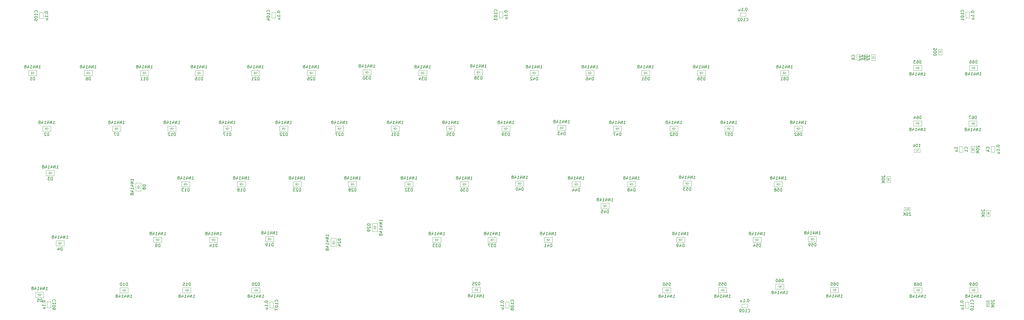
<source format=gbr>
G04 #@! TF.GenerationSoftware,KiCad,Pcbnew,(5.0.2)-1*
G04 #@! TF.CreationDate,2019-03-25T23:00:56+03:00*
G04 #@! TF.ProjectId,Mechanical Keyboard,4d656368-616e-4696-9361-6c204b657962,rev?*
G04 #@! TF.SameCoordinates,Original*
G04 #@! TF.FileFunction,Other,Fab,Bot*
%FSLAX46Y46*%
G04 Gerber Fmt 4.6, Leading zero omitted, Abs format (unit mm)*
G04 Created by KiCad (PCBNEW (5.0.2)-1) date 25.03.2019 23:00:56*
%MOMM*%
%LPD*%
G01*
G04 APERTURE LIST*
%ADD10C,0.100000*%
%ADD11C,0.150000*%
%ADD12C,0.075000*%
G04 APERTURE END LIST*
D10*
G04 #@! TO.C,C101*
X369875219Y-81032015D02*
X368635219Y-81032015D01*
X369875219Y-83032015D02*
X369875219Y-81032015D01*
X368635219Y-83032015D02*
X369875219Y-83032015D01*
X368635219Y-81032015D02*
X368635219Y-83032015D01*
G04 #@! TO.C,D57*
X287906000Y-120904000D02*
X288406000Y-120904000D01*
X287906000Y-120504000D02*
X287306000Y-120904000D01*
X287906000Y-121304000D02*
X287906000Y-120504000D01*
X287306000Y-120904000D02*
X287906000Y-121304000D01*
X287306000Y-120904000D02*
X287306000Y-120354000D01*
X287306000Y-120904000D02*
X287306000Y-121454000D01*
X286906000Y-120904000D02*
X287306000Y-120904000D01*
X286256000Y-120004000D02*
X286256000Y-121804000D01*
X289056000Y-120004000D02*
X286256000Y-120004000D01*
X289056000Y-121804000D02*
X289056000Y-120004000D01*
X286256000Y-121804000D02*
X289056000Y-121804000D01*
G04 #@! TO.C,D52*
X269110000Y-120904000D02*
X269610000Y-120904000D01*
X269110000Y-120504000D02*
X268510000Y-120904000D01*
X269110000Y-121304000D02*
X269110000Y-120504000D01*
X268510000Y-120904000D02*
X269110000Y-121304000D01*
X268510000Y-120904000D02*
X268510000Y-120354000D01*
X268510000Y-120904000D02*
X268510000Y-121454000D01*
X268110000Y-120904000D02*
X268510000Y-120904000D01*
X267460000Y-120004000D02*
X267460000Y-121804000D01*
X270260000Y-120004000D02*
X267460000Y-120004000D01*
X270260000Y-121804000D02*
X270260000Y-120004000D01*
X267460000Y-121804000D02*
X270260000Y-121804000D01*
G04 #@! TO.C,D43*
X230756000Y-120650000D02*
X231256000Y-120650000D01*
X230756000Y-120250000D02*
X230156000Y-120650000D01*
X230756000Y-121050000D02*
X230756000Y-120250000D01*
X230156000Y-120650000D02*
X230756000Y-121050000D01*
X230156000Y-120650000D02*
X230156000Y-120100000D01*
X230156000Y-120650000D02*
X230156000Y-121200000D01*
X229756000Y-120650000D02*
X230156000Y-120650000D01*
X229106000Y-119750000D02*
X229106000Y-121550000D01*
X231906000Y-119750000D02*
X229106000Y-119750000D01*
X231906000Y-121550000D02*
X231906000Y-119750000D01*
X229106000Y-121550000D02*
X231906000Y-121550000D01*
G04 #@! TO.C,D35*
X192782000Y-120904000D02*
X193282000Y-120904000D01*
X192782000Y-120504000D02*
X192182000Y-120904000D01*
X192782000Y-121304000D02*
X192782000Y-120504000D01*
X192182000Y-120904000D02*
X192782000Y-121304000D01*
X192182000Y-120904000D02*
X192182000Y-120354000D01*
X192182000Y-120904000D02*
X192182000Y-121454000D01*
X191782000Y-120904000D02*
X192182000Y-120904000D01*
X191132000Y-120004000D02*
X191132000Y-121804000D01*
X193932000Y-120004000D02*
X191132000Y-120004000D01*
X193932000Y-121804000D02*
X193932000Y-120004000D01*
X191132000Y-121804000D02*
X193932000Y-121804000D01*
G04 #@! TO.C,D22*
X135760000Y-120904000D02*
X136260000Y-120904000D01*
X135760000Y-120504000D02*
X135160000Y-120904000D01*
X135760000Y-121304000D02*
X135760000Y-120504000D01*
X135160000Y-120904000D02*
X135760000Y-121304000D01*
X135160000Y-120904000D02*
X135160000Y-120354000D01*
X135160000Y-120904000D02*
X135160000Y-121454000D01*
X134760000Y-120904000D02*
X135160000Y-120904000D01*
X134110000Y-120004000D02*
X134110000Y-121804000D01*
X136910000Y-120004000D02*
X134110000Y-120004000D01*
X136910000Y-121804000D02*
X136910000Y-120004000D01*
X134110000Y-121804000D02*
X136910000Y-121804000D01*
G04 #@! TO.C,D1*
X49908000Y-101854000D02*
X50408000Y-101854000D01*
X49908000Y-101454000D02*
X49308000Y-101854000D01*
X49908000Y-102254000D02*
X49908000Y-101454000D01*
X49308000Y-101854000D02*
X49908000Y-102254000D01*
X49308000Y-101854000D02*
X49308000Y-101304000D01*
X49308000Y-101854000D02*
X49308000Y-102404000D01*
X48908000Y-101854000D02*
X49308000Y-101854000D01*
X48258000Y-100954000D02*
X48258000Y-102754000D01*
X51058000Y-100954000D02*
X48258000Y-100954000D01*
X51058000Y-102754000D02*
X51058000Y-100954000D01*
X48258000Y-102754000D02*
X51058000Y-102754000D01*
G04 #@! TO.C,D2*
X54734000Y-120904000D02*
X55234000Y-120904000D01*
X54734000Y-120504000D02*
X54134000Y-120904000D01*
X54734000Y-121304000D02*
X54734000Y-120504000D01*
X54134000Y-120904000D02*
X54734000Y-121304000D01*
X54134000Y-120904000D02*
X54134000Y-120354000D01*
X54134000Y-120904000D02*
X54134000Y-121454000D01*
X53734000Y-120904000D02*
X54134000Y-120904000D01*
X53084000Y-120004000D02*
X53084000Y-121804000D01*
X55884000Y-120004000D02*
X53084000Y-120004000D01*
X55884000Y-121804000D02*
X55884000Y-120004000D01*
X53084000Y-121804000D02*
X55884000Y-121804000D01*
G04 #@! TO.C,D3*
X55960000Y-136130000D02*
X56460000Y-136130000D01*
X55960000Y-135730000D02*
X55360000Y-136130000D01*
X55960000Y-136530000D02*
X55960000Y-135730000D01*
X55360000Y-136130000D02*
X55960000Y-136530000D01*
X55360000Y-136130000D02*
X55360000Y-135580000D01*
X55360000Y-136130000D02*
X55360000Y-136680000D01*
X54960000Y-136130000D02*
X55360000Y-136130000D01*
X54310000Y-135230000D02*
X54310000Y-137030000D01*
X57110000Y-135230000D02*
X54310000Y-135230000D01*
X57110000Y-137030000D02*
X57110000Y-135230000D01*
X54310000Y-137030000D02*
X57110000Y-137030000D01*
G04 #@! TO.C,D4*
X59290000Y-160200000D02*
X59790000Y-160200000D01*
X59290000Y-159800000D02*
X58690000Y-160200000D01*
X59290000Y-160600000D02*
X59290000Y-159800000D01*
X58690000Y-160200000D02*
X59290000Y-160600000D01*
X58690000Y-160200000D02*
X58690000Y-159650000D01*
X58690000Y-160200000D02*
X58690000Y-160750000D01*
X58290000Y-160200000D02*
X58690000Y-160200000D01*
X57640000Y-159300000D02*
X57640000Y-161100000D01*
X60440000Y-159300000D02*
X57640000Y-159300000D01*
X60440000Y-161100000D02*
X60440000Y-159300000D01*
X57640000Y-161100000D02*
X60440000Y-161100000D01*
G04 #@! TO.C,D5*
X52320000Y-177800000D02*
X52820000Y-177800000D01*
X52320000Y-177400000D02*
X51720000Y-177800000D01*
X52320000Y-178200000D02*
X52320000Y-177400000D01*
X51720000Y-177800000D02*
X52320000Y-178200000D01*
X51720000Y-177800000D02*
X51720000Y-177250000D01*
X51720000Y-177800000D02*
X51720000Y-178350000D01*
X51320000Y-177800000D02*
X51720000Y-177800000D01*
X50670000Y-176900000D02*
X50670000Y-178700000D01*
X53470000Y-176900000D02*
X50670000Y-176900000D01*
X53470000Y-178700000D02*
X53470000Y-176900000D01*
X50670000Y-178700000D02*
X53470000Y-178700000D01*
G04 #@! TO.C,D6*
X68956000Y-101854000D02*
X69456000Y-101854000D01*
X68956000Y-101454000D02*
X68356000Y-101854000D01*
X68956000Y-102254000D02*
X68956000Y-101454000D01*
X68356000Y-101854000D02*
X68956000Y-102254000D01*
X68356000Y-101854000D02*
X68356000Y-101304000D01*
X68356000Y-101854000D02*
X68356000Y-102404000D01*
X67956000Y-101854000D02*
X68356000Y-101854000D01*
X67306000Y-100954000D02*
X67306000Y-102754000D01*
X70106000Y-100954000D02*
X67306000Y-100954000D01*
X70106000Y-102754000D02*
X70106000Y-100954000D01*
X67306000Y-102754000D02*
X70106000Y-102754000D01*
G04 #@! TO.C,D7*
X78610000Y-120904000D02*
X79110000Y-120904000D01*
X78610000Y-120504000D02*
X78010000Y-120904000D01*
X78610000Y-121304000D02*
X78610000Y-120504000D01*
X78010000Y-120904000D02*
X78610000Y-121304000D01*
X78010000Y-120904000D02*
X78010000Y-120354000D01*
X78010000Y-120904000D02*
X78010000Y-121454000D01*
X77610000Y-120904000D02*
X78010000Y-120904000D01*
X76960000Y-120004000D02*
X76960000Y-121804000D01*
X79760000Y-120004000D02*
X76960000Y-120004000D01*
X79760000Y-121804000D02*
X79760000Y-120004000D01*
X76960000Y-121804000D02*
X79760000Y-121804000D01*
G04 #@! TO.C,D8*
X85830000Y-140660000D02*
X85830000Y-140160000D01*
X85430000Y-140660000D02*
X85830000Y-141260000D01*
X86230000Y-140660000D02*
X85430000Y-140660000D01*
X85830000Y-141260000D02*
X86230000Y-140660000D01*
X85830000Y-141260000D02*
X85280000Y-141260000D01*
X85830000Y-141260000D02*
X86380000Y-141260000D01*
X85830000Y-141660000D02*
X85830000Y-141260000D01*
X84930000Y-142310000D02*
X86730000Y-142310000D01*
X84930000Y-139510000D02*
X84930000Y-142310000D01*
X86730000Y-139510000D02*
X84930000Y-139510000D01*
X86730000Y-142310000D02*
X86730000Y-139510000D01*
G04 #@! TO.C,D9*
X92706000Y-159004000D02*
X93206000Y-159004000D01*
X92706000Y-158604000D02*
X92106000Y-159004000D01*
X92706000Y-159404000D02*
X92706000Y-158604000D01*
X92106000Y-159004000D02*
X92706000Y-159404000D01*
X92106000Y-159004000D02*
X92106000Y-158454000D01*
X92106000Y-159004000D02*
X92106000Y-159554000D01*
X91706000Y-159004000D02*
X92106000Y-159004000D01*
X91056000Y-158104000D02*
X91056000Y-159904000D01*
X93856000Y-158104000D02*
X91056000Y-158104000D01*
X93856000Y-159904000D02*
X93856000Y-158104000D01*
X91056000Y-159904000D02*
X93856000Y-159904000D01*
G04 #@! TO.C,D10*
X80648000Y-176276000D02*
X80148000Y-176276000D01*
X80648000Y-176676000D02*
X81248000Y-176276000D01*
X80648000Y-175876000D02*
X80648000Y-176676000D01*
X81248000Y-176276000D02*
X80648000Y-175876000D01*
X81248000Y-176276000D02*
X81248000Y-176826000D01*
X81248000Y-176276000D02*
X81248000Y-175726000D01*
X81648000Y-176276000D02*
X81248000Y-176276000D01*
X82298000Y-177176000D02*
X82298000Y-175376000D01*
X79498000Y-177176000D02*
X82298000Y-177176000D01*
X79498000Y-175376000D02*
X79498000Y-177176000D01*
X82298000Y-175376000D02*
X79498000Y-175376000D01*
G04 #@! TO.C,D11*
X88134000Y-101854000D02*
X88634000Y-101854000D01*
X88134000Y-101454000D02*
X87534000Y-101854000D01*
X88134000Y-102254000D02*
X88134000Y-101454000D01*
X87534000Y-101854000D02*
X88134000Y-102254000D01*
X87534000Y-101854000D02*
X87534000Y-101304000D01*
X87534000Y-101854000D02*
X87534000Y-102404000D01*
X87134000Y-101854000D02*
X87534000Y-101854000D01*
X86484000Y-100954000D02*
X86484000Y-102754000D01*
X89284000Y-100954000D02*
X86484000Y-100954000D01*
X89284000Y-102754000D02*
X89284000Y-100954000D01*
X86484000Y-102754000D02*
X89284000Y-102754000D01*
G04 #@! TO.C,D12*
X97532000Y-120904000D02*
X98032000Y-120904000D01*
X97532000Y-120504000D02*
X96932000Y-120904000D01*
X97532000Y-121304000D02*
X97532000Y-120504000D01*
X96932000Y-120904000D02*
X97532000Y-121304000D01*
X96932000Y-120904000D02*
X96932000Y-120354000D01*
X96932000Y-120904000D02*
X96932000Y-121454000D01*
X96532000Y-120904000D02*
X96932000Y-120904000D01*
X95882000Y-120004000D02*
X95882000Y-121804000D01*
X98682000Y-120004000D02*
X95882000Y-120004000D01*
X98682000Y-121804000D02*
X98682000Y-120004000D01*
X95882000Y-121804000D02*
X98682000Y-121804000D01*
G04 #@! TO.C,D13*
X102232000Y-139954000D02*
X102732000Y-139954000D01*
X102232000Y-139554000D02*
X101632000Y-139954000D01*
X102232000Y-140354000D02*
X102232000Y-139554000D01*
X101632000Y-139954000D02*
X102232000Y-140354000D01*
X101632000Y-139954000D02*
X101632000Y-139404000D01*
X101632000Y-139954000D02*
X101632000Y-140504000D01*
X101232000Y-139954000D02*
X101632000Y-139954000D01*
X100582000Y-139054000D02*
X100582000Y-140854000D01*
X103382000Y-139054000D02*
X100582000Y-139054000D01*
X103382000Y-140854000D02*
X103382000Y-139054000D01*
X100582000Y-140854000D02*
X103382000Y-140854000D01*
G04 #@! TO.C,D14*
X111756000Y-159004000D02*
X112256000Y-159004000D01*
X111756000Y-158604000D02*
X111156000Y-159004000D01*
X111756000Y-159404000D02*
X111756000Y-158604000D01*
X111156000Y-159004000D02*
X111756000Y-159404000D01*
X111156000Y-159004000D02*
X111156000Y-158454000D01*
X111156000Y-159004000D02*
X111156000Y-159554000D01*
X110756000Y-159004000D02*
X111156000Y-159004000D01*
X110106000Y-158104000D02*
X110106000Y-159904000D01*
X112906000Y-158104000D02*
X110106000Y-158104000D01*
X112906000Y-159904000D02*
X112906000Y-158104000D01*
X110106000Y-159904000D02*
X112906000Y-159904000D01*
G04 #@! TO.C,D15*
X102112000Y-176276000D02*
X101612000Y-176276000D01*
X102112000Y-176676000D02*
X102712000Y-176276000D01*
X102112000Y-175876000D02*
X102112000Y-176676000D01*
X102712000Y-176276000D02*
X102112000Y-175876000D01*
X102712000Y-176276000D02*
X102712000Y-176826000D01*
X102712000Y-176276000D02*
X102712000Y-175726000D01*
X103112000Y-176276000D02*
X102712000Y-176276000D01*
X103762000Y-177176000D02*
X103762000Y-175376000D01*
X100962000Y-177176000D02*
X103762000Y-177176000D01*
X100962000Y-175376000D02*
X100962000Y-177176000D01*
X103762000Y-175376000D02*
X100962000Y-175376000D01*
G04 #@! TO.C,D16*
X106802000Y-101854000D02*
X107302000Y-101854000D01*
X106802000Y-101454000D02*
X106202000Y-101854000D01*
X106802000Y-102254000D02*
X106802000Y-101454000D01*
X106202000Y-101854000D02*
X106802000Y-102254000D01*
X106202000Y-101854000D02*
X106202000Y-101304000D01*
X106202000Y-101854000D02*
X106202000Y-102404000D01*
X105802000Y-101854000D02*
X106202000Y-101854000D01*
X105152000Y-100954000D02*
X105152000Y-102754000D01*
X107952000Y-100954000D02*
X105152000Y-100954000D01*
X107952000Y-102754000D02*
X107952000Y-100954000D01*
X105152000Y-102754000D02*
X107952000Y-102754000D01*
G04 #@! TO.C,D17*
X116454000Y-120904000D02*
X116954000Y-120904000D01*
X116454000Y-120504000D02*
X115854000Y-120904000D01*
X116454000Y-121304000D02*
X116454000Y-120504000D01*
X115854000Y-120904000D02*
X116454000Y-121304000D01*
X115854000Y-120904000D02*
X115854000Y-120354000D01*
X115854000Y-120904000D02*
X115854000Y-121454000D01*
X115454000Y-120904000D02*
X115854000Y-120904000D01*
X114804000Y-120004000D02*
X114804000Y-121804000D01*
X117604000Y-120004000D02*
X114804000Y-120004000D01*
X117604000Y-121804000D02*
X117604000Y-120004000D01*
X114804000Y-121804000D02*
X117604000Y-121804000D01*
G04 #@! TO.C,D18*
X121282000Y-139954000D02*
X121782000Y-139954000D01*
X121282000Y-139554000D02*
X120682000Y-139954000D01*
X121282000Y-140354000D02*
X121282000Y-139554000D01*
X120682000Y-139954000D02*
X121282000Y-140354000D01*
X120682000Y-139954000D02*
X120682000Y-139404000D01*
X120682000Y-139954000D02*
X120682000Y-140504000D01*
X120282000Y-139954000D02*
X120682000Y-139954000D01*
X119632000Y-139054000D02*
X119632000Y-140854000D01*
X122432000Y-139054000D02*
X119632000Y-139054000D01*
X122432000Y-140854000D02*
X122432000Y-139054000D01*
X119632000Y-140854000D02*
X122432000Y-140854000D01*
G04 #@! TO.C,D19*
X130934000Y-158750000D02*
X131434000Y-158750000D01*
X130934000Y-158350000D02*
X130334000Y-158750000D01*
X130934000Y-159150000D02*
X130934000Y-158350000D01*
X130334000Y-158750000D02*
X130934000Y-159150000D01*
X130334000Y-158750000D02*
X130334000Y-158200000D01*
X130334000Y-158750000D02*
X130334000Y-159300000D01*
X129934000Y-158750000D02*
X130334000Y-158750000D01*
X129284000Y-157850000D02*
X129284000Y-159650000D01*
X132084000Y-157850000D02*
X129284000Y-157850000D01*
X132084000Y-159650000D02*
X132084000Y-157850000D01*
X129284000Y-159650000D02*
X132084000Y-159650000D01*
G04 #@! TO.C,D20*
X125734000Y-176276000D02*
X125234000Y-176276000D01*
X125734000Y-176676000D02*
X126334000Y-176276000D01*
X125734000Y-175876000D02*
X125734000Y-176676000D01*
X126334000Y-176276000D02*
X125734000Y-175876000D01*
X126334000Y-176276000D02*
X126334000Y-176826000D01*
X126334000Y-176276000D02*
X126334000Y-175726000D01*
X126734000Y-176276000D02*
X126334000Y-176276000D01*
X127384000Y-177176000D02*
X127384000Y-175376000D01*
X124584000Y-177176000D02*
X127384000Y-177176000D01*
X124584000Y-175376000D02*
X124584000Y-177176000D01*
X127384000Y-175376000D02*
X124584000Y-175376000D01*
G04 #@! TO.C,D21*
X126108000Y-101854000D02*
X126608000Y-101854000D01*
X126108000Y-101454000D02*
X125508000Y-101854000D01*
X126108000Y-102254000D02*
X126108000Y-101454000D01*
X125508000Y-101854000D02*
X126108000Y-102254000D01*
X125508000Y-101854000D02*
X125508000Y-101304000D01*
X125508000Y-101854000D02*
X125508000Y-102404000D01*
X125108000Y-101854000D02*
X125508000Y-101854000D01*
X124458000Y-100954000D02*
X124458000Y-102754000D01*
X127258000Y-100954000D02*
X124458000Y-100954000D01*
X127258000Y-102754000D02*
X127258000Y-100954000D01*
X124458000Y-102754000D02*
X127258000Y-102754000D01*
G04 #@! TO.C,D23*
X140332000Y-139954000D02*
X140832000Y-139954000D01*
X140332000Y-139554000D02*
X139732000Y-139954000D01*
X140332000Y-140354000D02*
X140332000Y-139554000D01*
X139732000Y-139954000D02*
X140332000Y-140354000D01*
X139732000Y-139954000D02*
X139732000Y-139404000D01*
X139732000Y-139954000D02*
X139732000Y-140504000D01*
X139332000Y-139954000D02*
X139732000Y-139954000D01*
X138682000Y-139054000D02*
X138682000Y-140854000D01*
X141482000Y-139054000D02*
X138682000Y-139054000D01*
X141482000Y-140854000D02*
X141482000Y-139054000D01*
X138682000Y-140854000D02*
X141482000Y-140854000D01*
G04 #@! TO.C,D24*
X152560000Y-159650000D02*
X152560000Y-159150000D01*
X152160000Y-159650000D02*
X152560000Y-160250000D01*
X152960000Y-159650000D02*
X152160000Y-159650000D01*
X152560000Y-160250000D02*
X152960000Y-159650000D01*
X152560000Y-160250000D02*
X152010000Y-160250000D01*
X152560000Y-160250000D02*
X153110000Y-160250000D01*
X152560000Y-160650000D02*
X152560000Y-160250000D01*
X151660000Y-161300000D02*
X153460000Y-161300000D01*
X151660000Y-158500000D02*
X151660000Y-161300000D01*
X153460000Y-158500000D02*
X151660000Y-158500000D01*
X153460000Y-161300000D02*
X153460000Y-158500000D01*
G04 #@! TO.C,D25*
X201046000Y-176126000D02*
X200546000Y-176126000D01*
X201046000Y-176526000D02*
X201646000Y-176126000D01*
X201046000Y-175726000D02*
X201046000Y-176526000D01*
X201646000Y-176126000D02*
X201046000Y-175726000D01*
X201646000Y-176126000D02*
X201646000Y-176676000D01*
X201646000Y-176126000D02*
X201646000Y-175576000D01*
X202046000Y-176126000D02*
X201646000Y-176126000D01*
X202696000Y-177026000D02*
X202696000Y-175226000D01*
X199896000Y-177026000D02*
X202696000Y-177026000D01*
X199896000Y-175226000D02*
X199896000Y-177026000D01*
X202696000Y-175226000D02*
X199896000Y-175226000D01*
G04 #@! TO.C,D26*
X145158000Y-101854000D02*
X145658000Y-101854000D01*
X145158000Y-101454000D02*
X144558000Y-101854000D01*
X145158000Y-102254000D02*
X145158000Y-101454000D01*
X144558000Y-101854000D02*
X145158000Y-102254000D01*
X144558000Y-101854000D02*
X144558000Y-101304000D01*
X144558000Y-101854000D02*
X144558000Y-102404000D01*
X144158000Y-101854000D02*
X144558000Y-101854000D01*
X143508000Y-100954000D02*
X143508000Y-102754000D01*
X146308000Y-100954000D02*
X143508000Y-100954000D01*
X146308000Y-102754000D02*
X146308000Y-100954000D01*
X143508000Y-102754000D02*
X146308000Y-102754000D01*
G04 #@! TO.C,D27*
X154810000Y-120904000D02*
X155310000Y-120904000D01*
X154810000Y-120504000D02*
X154210000Y-120904000D01*
X154810000Y-121304000D02*
X154810000Y-120504000D01*
X154210000Y-120904000D02*
X154810000Y-121304000D01*
X154210000Y-120904000D02*
X154210000Y-120354000D01*
X154210000Y-120904000D02*
X154210000Y-121454000D01*
X153810000Y-120904000D02*
X154210000Y-120904000D01*
X153160000Y-120004000D02*
X153160000Y-121804000D01*
X155960000Y-120004000D02*
X153160000Y-120004000D01*
X155960000Y-121804000D02*
X155960000Y-120004000D01*
X153160000Y-121804000D02*
X155960000Y-121804000D01*
G04 #@! TO.C,D28*
X159254000Y-139954000D02*
X159754000Y-139954000D01*
X159254000Y-139554000D02*
X158654000Y-139954000D01*
X159254000Y-140354000D02*
X159254000Y-139554000D01*
X158654000Y-139954000D02*
X159254000Y-140354000D01*
X158654000Y-139954000D02*
X158654000Y-139404000D01*
X158654000Y-139954000D02*
X158654000Y-140504000D01*
X158254000Y-139954000D02*
X158654000Y-139954000D01*
X157604000Y-139054000D02*
X157604000Y-140854000D01*
X160404000Y-139054000D02*
X157604000Y-139054000D01*
X160404000Y-140854000D02*
X160404000Y-139054000D01*
X157604000Y-140854000D02*
X160404000Y-140854000D01*
G04 #@! TO.C,D29*
X166624000Y-155064000D02*
X166624000Y-155564000D01*
X167024000Y-155064000D02*
X166624000Y-154464000D01*
X166224000Y-155064000D02*
X167024000Y-155064000D01*
X166624000Y-154464000D02*
X166224000Y-155064000D01*
X166624000Y-154464000D02*
X167174000Y-154464000D01*
X166624000Y-154464000D02*
X166074000Y-154464000D01*
X166624000Y-154064000D02*
X166624000Y-154464000D01*
X167524000Y-153414000D02*
X165724000Y-153414000D01*
X167524000Y-156214000D02*
X167524000Y-153414000D01*
X165724000Y-156214000D02*
X167524000Y-156214000D01*
X165724000Y-153414000D02*
X165724000Y-156214000D01*
G04 #@! TO.C,D30*
X164208000Y-101600000D02*
X164708000Y-101600000D01*
X164208000Y-101200000D02*
X163608000Y-101600000D01*
X164208000Y-102000000D02*
X164208000Y-101200000D01*
X163608000Y-101600000D02*
X164208000Y-102000000D01*
X163608000Y-101600000D02*
X163608000Y-101050000D01*
X163608000Y-101600000D02*
X163608000Y-102150000D01*
X163208000Y-101600000D02*
X163608000Y-101600000D01*
X162558000Y-100700000D02*
X162558000Y-102500000D01*
X165358000Y-100700000D02*
X162558000Y-100700000D01*
X165358000Y-102500000D02*
X165358000Y-100700000D01*
X162558000Y-102500000D02*
X165358000Y-102500000D01*
G04 #@! TO.C,D31*
X173860000Y-120904000D02*
X174360000Y-120904000D01*
X173860000Y-120504000D02*
X173260000Y-120904000D01*
X173860000Y-121304000D02*
X173860000Y-120504000D01*
X173260000Y-120904000D02*
X173860000Y-121304000D01*
X173260000Y-120904000D02*
X173260000Y-120354000D01*
X173260000Y-120904000D02*
X173260000Y-121454000D01*
X172860000Y-120904000D02*
X173260000Y-120904000D01*
X172210000Y-120004000D02*
X172210000Y-121804000D01*
X175010000Y-120004000D02*
X172210000Y-120004000D01*
X175010000Y-121804000D02*
X175010000Y-120004000D01*
X172210000Y-121804000D02*
X175010000Y-121804000D01*
G04 #@! TO.C,D32*
X178558000Y-139954000D02*
X179058000Y-139954000D01*
X178558000Y-139554000D02*
X177958000Y-139954000D01*
X178558000Y-140354000D02*
X178558000Y-139554000D01*
X177958000Y-139954000D02*
X178558000Y-140354000D01*
X177958000Y-139954000D02*
X177958000Y-139404000D01*
X177958000Y-139954000D02*
X177958000Y-140504000D01*
X177558000Y-139954000D02*
X177958000Y-139954000D01*
X176908000Y-139054000D02*
X176908000Y-140854000D01*
X179708000Y-139054000D02*
X176908000Y-139054000D01*
X179708000Y-140854000D02*
X179708000Y-139054000D01*
X176908000Y-140854000D02*
X179708000Y-140854000D01*
G04 #@! TO.C,D33*
X188084000Y-159004000D02*
X188584000Y-159004000D01*
X188084000Y-158604000D02*
X187484000Y-159004000D01*
X188084000Y-159404000D02*
X188084000Y-158604000D01*
X187484000Y-159004000D02*
X188084000Y-159404000D01*
X187484000Y-159004000D02*
X187484000Y-158454000D01*
X187484000Y-159004000D02*
X187484000Y-159554000D01*
X187084000Y-159004000D02*
X187484000Y-159004000D01*
X186434000Y-158104000D02*
X186434000Y-159904000D01*
X189234000Y-158104000D02*
X186434000Y-158104000D01*
X189234000Y-159904000D02*
X189234000Y-158104000D01*
X186434000Y-159904000D02*
X189234000Y-159904000D01*
G04 #@! TO.C,D34*
X183258000Y-101854000D02*
X183758000Y-101854000D01*
X183258000Y-101454000D02*
X182658000Y-101854000D01*
X183258000Y-102254000D02*
X183258000Y-101454000D01*
X182658000Y-101854000D02*
X183258000Y-102254000D01*
X182658000Y-101854000D02*
X182658000Y-101304000D01*
X182658000Y-101854000D02*
X182658000Y-102404000D01*
X182258000Y-101854000D02*
X182658000Y-101854000D01*
X181608000Y-100954000D02*
X181608000Y-102754000D01*
X184408000Y-100954000D02*
X181608000Y-100954000D01*
X184408000Y-102754000D02*
X184408000Y-100954000D01*
X181608000Y-102754000D02*
X184408000Y-102754000D01*
G04 #@! TO.C,D36*
X197482000Y-139954000D02*
X197982000Y-139954000D01*
X197482000Y-139554000D02*
X196882000Y-139954000D01*
X197482000Y-140354000D02*
X197482000Y-139554000D01*
X196882000Y-139954000D02*
X197482000Y-140354000D01*
X196882000Y-139954000D02*
X196882000Y-139404000D01*
X196882000Y-139954000D02*
X196882000Y-140504000D01*
X196482000Y-139954000D02*
X196882000Y-139954000D01*
X195832000Y-139054000D02*
X195832000Y-140854000D01*
X198632000Y-139054000D02*
X195832000Y-139054000D01*
X198632000Y-140854000D02*
X198632000Y-139054000D01*
X195832000Y-140854000D02*
X198632000Y-140854000D01*
G04 #@! TO.C,D37*
X207006000Y-159004000D02*
X207506000Y-159004000D01*
X207006000Y-158604000D02*
X206406000Y-159004000D01*
X207006000Y-159404000D02*
X207006000Y-158604000D01*
X206406000Y-159004000D02*
X207006000Y-159404000D01*
X206406000Y-159004000D02*
X206406000Y-158454000D01*
X206406000Y-159004000D02*
X206406000Y-159554000D01*
X206006000Y-159004000D02*
X206406000Y-159004000D01*
X205356000Y-158104000D02*
X205356000Y-159904000D01*
X208156000Y-158104000D02*
X205356000Y-158104000D01*
X208156000Y-159904000D02*
X208156000Y-158104000D01*
X205356000Y-159904000D02*
X208156000Y-159904000D01*
G04 #@! TO.C,D38*
X202308000Y-101600000D02*
X202808000Y-101600000D01*
X202308000Y-101200000D02*
X201708000Y-101600000D01*
X202308000Y-102000000D02*
X202308000Y-101200000D01*
X201708000Y-101600000D02*
X202308000Y-102000000D01*
X201708000Y-101600000D02*
X201708000Y-101050000D01*
X201708000Y-101600000D02*
X201708000Y-102150000D01*
X201308000Y-101600000D02*
X201708000Y-101600000D01*
X200658000Y-100700000D02*
X200658000Y-102500000D01*
X203458000Y-100700000D02*
X200658000Y-100700000D01*
X203458000Y-102500000D02*
X203458000Y-100700000D01*
X200658000Y-102500000D02*
X203458000Y-102500000D01*
G04 #@! TO.C,D39*
X211706000Y-120904000D02*
X212206000Y-120904000D01*
X211706000Y-120504000D02*
X211106000Y-120904000D01*
X211706000Y-121304000D02*
X211706000Y-120504000D01*
X211106000Y-120904000D02*
X211706000Y-121304000D01*
X211106000Y-120904000D02*
X211106000Y-120354000D01*
X211106000Y-120904000D02*
X211106000Y-121454000D01*
X210706000Y-120904000D02*
X211106000Y-120904000D01*
X210056000Y-120004000D02*
X210056000Y-121804000D01*
X212856000Y-120004000D02*
X210056000Y-120004000D01*
X212856000Y-121804000D02*
X212856000Y-120004000D01*
X210056000Y-121804000D02*
X212856000Y-121804000D01*
G04 #@! TO.C,D40*
X216404000Y-139700000D02*
X216904000Y-139700000D01*
X216404000Y-139300000D02*
X215804000Y-139700000D01*
X216404000Y-140100000D02*
X216404000Y-139300000D01*
X215804000Y-139700000D02*
X216404000Y-140100000D01*
X215804000Y-139700000D02*
X215804000Y-139150000D01*
X215804000Y-139700000D02*
X215804000Y-140250000D01*
X215404000Y-139700000D02*
X215804000Y-139700000D01*
X214754000Y-138800000D02*
X214754000Y-140600000D01*
X217554000Y-138800000D02*
X214754000Y-138800000D01*
X217554000Y-140600000D02*
X217554000Y-138800000D01*
X214754000Y-140600000D02*
X217554000Y-140600000D01*
G04 #@! TO.C,D41*
X226184000Y-159004000D02*
X226684000Y-159004000D01*
X226184000Y-158604000D02*
X225584000Y-159004000D01*
X226184000Y-159404000D02*
X226184000Y-158604000D01*
X225584000Y-159004000D02*
X226184000Y-159404000D01*
X225584000Y-159004000D02*
X225584000Y-158454000D01*
X225584000Y-159004000D02*
X225584000Y-159554000D01*
X225184000Y-159004000D02*
X225584000Y-159004000D01*
X224534000Y-158104000D02*
X224534000Y-159904000D01*
X227334000Y-158104000D02*
X224534000Y-158104000D01*
X227334000Y-159904000D02*
X227334000Y-158104000D01*
X224534000Y-159904000D02*
X227334000Y-159904000D01*
G04 #@! TO.C,D42*
X221358000Y-101854000D02*
X221858000Y-101854000D01*
X221358000Y-101454000D02*
X220758000Y-101854000D01*
X221358000Y-102254000D02*
X221358000Y-101454000D01*
X220758000Y-101854000D02*
X221358000Y-102254000D01*
X220758000Y-101854000D02*
X220758000Y-101304000D01*
X220758000Y-101854000D02*
X220758000Y-102404000D01*
X220358000Y-101854000D02*
X220758000Y-101854000D01*
X219708000Y-100954000D02*
X219708000Y-102754000D01*
X222508000Y-100954000D02*
X219708000Y-100954000D01*
X222508000Y-102754000D02*
X222508000Y-100954000D01*
X219708000Y-102754000D02*
X222508000Y-102754000D01*
G04 #@! TO.C,D44*
X235708000Y-139954000D02*
X236208000Y-139954000D01*
X235708000Y-139554000D02*
X235108000Y-139954000D01*
X235708000Y-140354000D02*
X235708000Y-139554000D01*
X235108000Y-139954000D02*
X235708000Y-140354000D01*
X235108000Y-139954000D02*
X235108000Y-139404000D01*
X235108000Y-139954000D02*
X235108000Y-140504000D01*
X234708000Y-139954000D02*
X235108000Y-139954000D01*
X234058000Y-139054000D02*
X234058000Y-140854000D01*
X236858000Y-139054000D02*
X234058000Y-139054000D01*
X236858000Y-140854000D02*
X236858000Y-139054000D01*
X234058000Y-140854000D02*
X236858000Y-140854000D01*
G04 #@! TO.C,D45*
X245570000Y-147390000D02*
X246070000Y-147390000D01*
X245570000Y-146990000D02*
X244970000Y-147390000D01*
X245570000Y-147790000D02*
X245570000Y-146990000D01*
X244970000Y-147390000D02*
X245570000Y-147790000D01*
X244970000Y-147390000D02*
X244970000Y-146840000D01*
X244970000Y-147390000D02*
X244970000Y-147940000D01*
X244570000Y-147390000D02*
X244970000Y-147390000D01*
X243920000Y-146490000D02*
X243920000Y-148290000D01*
X246720000Y-146490000D02*
X243920000Y-146490000D01*
X246720000Y-148290000D02*
X246720000Y-146490000D01*
X243920000Y-148290000D02*
X246720000Y-148290000D01*
G04 #@! TO.C,D46*
X240408000Y-101854000D02*
X240908000Y-101854000D01*
X240408000Y-101454000D02*
X239808000Y-101854000D01*
X240408000Y-102254000D02*
X240408000Y-101454000D01*
X239808000Y-101854000D02*
X240408000Y-102254000D01*
X239808000Y-101854000D02*
X239808000Y-101304000D01*
X239808000Y-101854000D02*
X239808000Y-102404000D01*
X239408000Y-101854000D02*
X239808000Y-101854000D01*
X238758000Y-100954000D02*
X238758000Y-102754000D01*
X241558000Y-100954000D02*
X238758000Y-100954000D01*
X241558000Y-102754000D02*
X241558000Y-100954000D01*
X238758000Y-102754000D02*
X241558000Y-102754000D01*
G04 #@! TO.C,D47*
X249806000Y-120904000D02*
X250306000Y-120904000D01*
X249806000Y-120504000D02*
X249206000Y-120904000D01*
X249806000Y-121304000D02*
X249806000Y-120504000D01*
X249206000Y-120904000D02*
X249806000Y-121304000D01*
X249206000Y-120904000D02*
X249206000Y-120354000D01*
X249206000Y-120904000D02*
X249206000Y-121454000D01*
X248806000Y-120904000D02*
X249206000Y-120904000D01*
X248156000Y-120004000D02*
X248156000Y-121804000D01*
X250956000Y-120004000D02*
X248156000Y-120004000D01*
X250956000Y-121804000D02*
X250956000Y-120004000D01*
X248156000Y-121804000D02*
X250956000Y-121804000D01*
G04 #@! TO.C,D48*
X254632000Y-139954000D02*
X255132000Y-139954000D01*
X254632000Y-139554000D02*
X254032000Y-139954000D01*
X254632000Y-140354000D02*
X254632000Y-139554000D01*
X254032000Y-139954000D02*
X254632000Y-140354000D01*
X254032000Y-139954000D02*
X254032000Y-139404000D01*
X254032000Y-139954000D02*
X254032000Y-140504000D01*
X253632000Y-139954000D02*
X254032000Y-139954000D01*
X252982000Y-139054000D02*
X252982000Y-140854000D01*
X255782000Y-139054000D02*
X252982000Y-139054000D01*
X255782000Y-140854000D02*
X255782000Y-139054000D01*
X252982000Y-140854000D02*
X255782000Y-140854000D01*
G04 #@! TO.C,D49*
X271396000Y-159004000D02*
X271896000Y-159004000D01*
X271396000Y-158604000D02*
X270796000Y-159004000D01*
X271396000Y-159404000D02*
X271396000Y-158604000D01*
X270796000Y-159004000D02*
X271396000Y-159404000D01*
X270796000Y-159004000D02*
X270796000Y-158454000D01*
X270796000Y-159004000D02*
X270796000Y-159554000D01*
X270396000Y-159004000D02*
X270796000Y-159004000D01*
X269746000Y-158104000D02*
X269746000Y-159904000D01*
X272546000Y-158104000D02*
X269746000Y-158104000D01*
X272546000Y-159904000D02*
X272546000Y-158104000D01*
X269746000Y-159904000D02*
X272546000Y-159904000D01*
G04 #@! TO.C,D50*
X266196000Y-176276000D02*
X265696000Y-176276000D01*
X266196000Y-176676000D02*
X266796000Y-176276000D01*
X266196000Y-175876000D02*
X266196000Y-176676000D01*
X266796000Y-176276000D02*
X266196000Y-175876000D01*
X266796000Y-176276000D02*
X266796000Y-176826000D01*
X266796000Y-176276000D02*
X266796000Y-175726000D01*
X267196000Y-176276000D02*
X266796000Y-176276000D01*
X267846000Y-177176000D02*
X267846000Y-175376000D01*
X265046000Y-177176000D02*
X267846000Y-177176000D01*
X265046000Y-175376000D02*
X265046000Y-177176000D01*
X267846000Y-175376000D02*
X265046000Y-175376000D01*
G04 #@! TO.C,D51*
X259458000Y-101854000D02*
X259958000Y-101854000D01*
X259458000Y-101454000D02*
X258858000Y-101854000D01*
X259458000Y-102254000D02*
X259458000Y-101454000D01*
X258858000Y-101854000D02*
X259458000Y-102254000D01*
X258858000Y-101854000D02*
X258858000Y-101304000D01*
X258858000Y-101854000D02*
X258858000Y-102404000D01*
X258458000Y-101854000D02*
X258858000Y-101854000D01*
X257808000Y-100954000D02*
X257808000Y-102754000D01*
X260608000Y-100954000D02*
X257808000Y-100954000D01*
X260608000Y-102754000D02*
X260608000Y-100954000D01*
X257808000Y-102754000D02*
X260608000Y-102754000D01*
G04 #@! TO.C,D53*
X273682000Y-139700000D02*
X274182000Y-139700000D01*
X273682000Y-139300000D02*
X273082000Y-139700000D01*
X273682000Y-140100000D02*
X273682000Y-139300000D01*
X273082000Y-139700000D02*
X273682000Y-140100000D01*
X273082000Y-139700000D02*
X273082000Y-139150000D01*
X273082000Y-139700000D02*
X273082000Y-140250000D01*
X272682000Y-139700000D02*
X273082000Y-139700000D01*
X272032000Y-138800000D02*
X272032000Y-140600000D01*
X274832000Y-138800000D02*
X272032000Y-138800000D01*
X274832000Y-140600000D02*
X274832000Y-138800000D01*
X272032000Y-140600000D02*
X274832000Y-140600000D01*
G04 #@! TO.C,D54*
X297558000Y-159004000D02*
X298058000Y-159004000D01*
X297558000Y-158604000D02*
X296958000Y-159004000D01*
X297558000Y-159404000D02*
X297558000Y-158604000D01*
X296958000Y-159004000D02*
X297558000Y-159404000D01*
X296958000Y-159004000D02*
X296958000Y-158454000D01*
X296958000Y-159004000D02*
X296958000Y-159554000D01*
X296558000Y-159004000D02*
X296958000Y-159004000D01*
X295908000Y-158104000D02*
X295908000Y-159904000D01*
X298708000Y-158104000D02*
X295908000Y-158104000D01*
X298708000Y-159904000D02*
X298708000Y-158104000D01*
X295908000Y-159904000D02*
X298708000Y-159904000D01*
G04 #@! TO.C,D55*
X285220000Y-176230000D02*
X284720000Y-176230000D01*
X285220000Y-176630000D02*
X285820000Y-176230000D01*
X285220000Y-175830000D02*
X285220000Y-176630000D01*
X285820000Y-176230000D02*
X285220000Y-175830000D01*
X285820000Y-176230000D02*
X285820000Y-176780000D01*
X285820000Y-176230000D02*
X285820000Y-175680000D01*
X286220000Y-176230000D02*
X285820000Y-176230000D01*
X286870000Y-177130000D02*
X286870000Y-175330000D01*
X284070000Y-177130000D02*
X286870000Y-177130000D01*
X284070000Y-175330000D02*
X284070000Y-177130000D01*
X286870000Y-175330000D02*
X284070000Y-175330000D01*
G04 #@! TO.C,D56*
X278508000Y-101854000D02*
X279008000Y-101854000D01*
X278508000Y-101454000D02*
X277908000Y-101854000D01*
X278508000Y-102254000D02*
X278508000Y-101454000D01*
X277908000Y-101854000D02*
X278508000Y-102254000D01*
X277908000Y-101854000D02*
X277908000Y-101304000D01*
X277908000Y-101854000D02*
X277908000Y-102404000D01*
X277508000Y-101854000D02*
X277908000Y-101854000D01*
X276858000Y-100954000D02*
X276858000Y-102754000D01*
X279658000Y-100954000D02*
X276858000Y-100954000D01*
X279658000Y-102754000D02*
X279658000Y-100954000D01*
X276858000Y-102754000D02*
X279658000Y-102754000D01*
G04 #@! TO.C,D58*
X304796000Y-139954000D02*
X305296000Y-139954000D01*
X304796000Y-139554000D02*
X304196000Y-139954000D01*
X304796000Y-140354000D02*
X304796000Y-139554000D01*
X304196000Y-139954000D02*
X304796000Y-140354000D01*
X304196000Y-139954000D02*
X304196000Y-139404000D01*
X304196000Y-139954000D02*
X304196000Y-140504000D01*
X303796000Y-139954000D02*
X304196000Y-139954000D01*
X303146000Y-139054000D02*
X303146000Y-140854000D01*
X305946000Y-139054000D02*
X303146000Y-139054000D01*
X305946000Y-140854000D02*
X305946000Y-139054000D01*
X303146000Y-140854000D02*
X305946000Y-140854000D01*
G04 #@! TO.C,D59*
X316480000Y-158750000D02*
X316980000Y-158750000D01*
X316480000Y-158350000D02*
X315880000Y-158750000D01*
X316480000Y-159150000D02*
X316480000Y-158350000D01*
X315880000Y-158750000D02*
X316480000Y-159150000D01*
X315880000Y-158750000D02*
X315880000Y-158200000D01*
X315880000Y-158750000D02*
X315880000Y-159300000D01*
X315480000Y-158750000D02*
X315880000Y-158750000D01*
X314830000Y-157850000D02*
X314830000Y-159650000D01*
X317630000Y-157850000D02*
X314830000Y-157850000D01*
X317630000Y-159650000D02*
X317630000Y-157850000D01*
X314830000Y-159650000D02*
X317630000Y-159650000D01*
G04 #@! TO.C,D60*
X304804000Y-175006000D02*
X304304000Y-175006000D01*
X304804000Y-175406000D02*
X305404000Y-175006000D01*
X304804000Y-174606000D02*
X304804000Y-175406000D01*
X305404000Y-175006000D02*
X304804000Y-174606000D01*
X305404000Y-175006000D02*
X305404000Y-175556000D01*
X305404000Y-175006000D02*
X305404000Y-174456000D01*
X305804000Y-175006000D02*
X305404000Y-175006000D01*
X306454000Y-175906000D02*
X306454000Y-174106000D01*
X303654000Y-175906000D02*
X306454000Y-175906000D01*
X303654000Y-174106000D02*
X303654000Y-175906000D01*
X306454000Y-174106000D02*
X303654000Y-174106000D01*
G04 #@! TO.C,D61*
X306956000Y-101854000D02*
X307456000Y-101854000D01*
X306956000Y-101454000D02*
X306356000Y-101854000D01*
X306956000Y-102254000D02*
X306956000Y-101454000D01*
X306356000Y-101854000D02*
X306956000Y-102254000D01*
X306356000Y-101854000D02*
X306356000Y-101304000D01*
X306356000Y-101854000D02*
X306356000Y-102404000D01*
X305956000Y-101854000D02*
X306356000Y-101854000D01*
X305306000Y-100954000D02*
X305306000Y-102754000D01*
X308106000Y-100954000D02*
X305306000Y-100954000D01*
X308106000Y-102754000D02*
X308106000Y-100954000D01*
X305306000Y-102754000D02*
X308106000Y-102754000D01*
G04 #@! TO.C,D62*
X311654000Y-120904000D02*
X312154000Y-120904000D01*
X311654000Y-120504000D02*
X311054000Y-120904000D01*
X311654000Y-121304000D02*
X311654000Y-120504000D01*
X311054000Y-120904000D02*
X311654000Y-121304000D01*
X311054000Y-120904000D02*
X311054000Y-120354000D01*
X311054000Y-120904000D02*
X311054000Y-121454000D01*
X310654000Y-120904000D02*
X311054000Y-120904000D01*
X310004000Y-120004000D02*
X310004000Y-121804000D01*
X312804000Y-120004000D02*
X310004000Y-120004000D01*
X312804000Y-121804000D02*
X312804000Y-120004000D01*
X310004000Y-121804000D02*
X312804000Y-121804000D01*
G04 #@! TO.C,D63*
X351900000Y-100110000D02*
X351400000Y-100110000D01*
X351900000Y-100510000D02*
X352500000Y-100110000D01*
X351900000Y-99710000D02*
X351900000Y-100510000D01*
X352500000Y-100110000D02*
X351900000Y-99710000D01*
X352500000Y-100110000D02*
X352500000Y-100660000D01*
X352500000Y-100110000D02*
X352500000Y-99560000D01*
X352900000Y-100110000D02*
X352500000Y-100110000D01*
X353550000Y-101010000D02*
X353550000Y-99210000D01*
X350750000Y-101010000D02*
X353550000Y-101010000D01*
X350750000Y-99210000D02*
X350750000Y-101010000D01*
X353550000Y-99210000D02*
X350750000Y-99210000D01*
G04 #@! TO.C,D64*
X351900000Y-119120000D02*
X351400000Y-119120000D01*
X351900000Y-119520000D02*
X352500000Y-119120000D01*
X351900000Y-118720000D02*
X351900000Y-119520000D01*
X352500000Y-119120000D02*
X351900000Y-118720000D01*
X352500000Y-119120000D02*
X352500000Y-119670000D01*
X352500000Y-119120000D02*
X352500000Y-118570000D01*
X352900000Y-119120000D02*
X352500000Y-119120000D01*
X353550000Y-120020000D02*
X353550000Y-118220000D01*
X350750000Y-120020000D02*
X353550000Y-120020000D01*
X350750000Y-118220000D02*
X350750000Y-120020000D01*
X353550000Y-118220000D02*
X350750000Y-118220000D01*
G04 #@! TO.C,D65*
X323500000Y-176190000D02*
X323000000Y-176190000D01*
X323500000Y-176590000D02*
X324100000Y-176190000D01*
X323500000Y-175790000D02*
X323500000Y-176590000D01*
X324100000Y-176190000D02*
X323500000Y-175790000D01*
X324100000Y-176190000D02*
X324100000Y-176740000D01*
X324100000Y-176190000D02*
X324100000Y-175640000D01*
X324500000Y-176190000D02*
X324100000Y-176190000D01*
X325150000Y-177090000D02*
X325150000Y-175290000D01*
X322350000Y-177090000D02*
X325150000Y-177090000D01*
X322350000Y-175290000D02*
X322350000Y-177090000D01*
X325150000Y-175290000D02*
X322350000Y-175290000D01*
G04 #@! TO.C,D66*
X370970000Y-100080000D02*
X370470000Y-100080000D01*
X370970000Y-100480000D02*
X371570000Y-100080000D01*
X370970000Y-99680000D02*
X370970000Y-100480000D01*
X371570000Y-100080000D02*
X370970000Y-99680000D01*
X371570000Y-100080000D02*
X371570000Y-100630000D01*
X371570000Y-100080000D02*
X371570000Y-99530000D01*
X371970000Y-100080000D02*
X371570000Y-100080000D01*
X372620000Y-100980000D02*
X372620000Y-99180000D01*
X369820000Y-100980000D02*
X372620000Y-100980000D01*
X369820000Y-99180000D02*
X369820000Y-100980000D01*
X372620000Y-99180000D02*
X369820000Y-99180000D01*
G04 #@! TO.C,D67*
X370830000Y-119150000D02*
X370330000Y-119150000D01*
X370830000Y-119550000D02*
X371430000Y-119150000D01*
X370830000Y-118750000D02*
X370830000Y-119550000D01*
X371430000Y-119150000D02*
X370830000Y-118750000D01*
X371430000Y-119150000D02*
X371430000Y-119700000D01*
X371430000Y-119150000D02*
X371430000Y-118600000D01*
X371830000Y-119150000D02*
X371430000Y-119150000D01*
X372480000Y-120050000D02*
X372480000Y-118250000D01*
X369680000Y-120050000D02*
X372480000Y-120050000D01*
X369680000Y-118250000D02*
X369680000Y-120050000D01*
X372480000Y-118250000D02*
X369680000Y-118250000D01*
G04 #@! TO.C,D68*
X352010000Y-176280000D02*
X351510000Y-176280000D01*
X352010000Y-176680000D02*
X352610000Y-176280000D01*
X352010000Y-175880000D02*
X352010000Y-176680000D01*
X352610000Y-176280000D02*
X352010000Y-175880000D01*
X352610000Y-176280000D02*
X352610000Y-176830000D01*
X352610000Y-176280000D02*
X352610000Y-175730000D01*
X353010000Y-176280000D02*
X352610000Y-176280000D01*
X353660000Y-177180000D02*
X353660000Y-175380000D01*
X350860000Y-177180000D02*
X353660000Y-177180000D01*
X350860000Y-175380000D02*
X350860000Y-177180000D01*
X353660000Y-175380000D02*
X350860000Y-175380000D01*
G04 #@! TO.C,D69*
X371040000Y-176250000D02*
X370540000Y-176250000D01*
X371040000Y-176650000D02*
X371640000Y-176250000D01*
X371040000Y-175850000D02*
X371040000Y-176650000D01*
X371640000Y-176250000D02*
X371040000Y-175850000D01*
X371640000Y-176250000D02*
X371640000Y-176800000D01*
X371640000Y-176250000D02*
X371640000Y-175700000D01*
X372040000Y-176250000D02*
X371640000Y-176250000D01*
X372690000Y-177150000D02*
X372690000Y-175350000D01*
X369890000Y-177150000D02*
X372690000Y-177150000D01*
X369890000Y-175350000D02*
X369890000Y-177150000D01*
X372690000Y-175350000D02*
X369890000Y-175350000D01*
G04 #@! TO.C,C1*
X366410000Y-129036000D02*
X367650000Y-129036000D01*
X366410000Y-127036000D02*
X366410000Y-129036000D01*
X367650000Y-127036000D02*
X366410000Y-127036000D01*
X367650000Y-129036000D02*
X367650000Y-127036000D01*
G04 #@! TO.C,C4*
X378572000Y-126996000D02*
X377332000Y-126996000D01*
X378572000Y-128996000D02*
X378572000Y-126996000D01*
X377332000Y-128996000D02*
X378572000Y-128996000D01*
X377332000Y-126996000D02*
X377332000Y-128996000D01*
G04 #@! TO.C,C6*
X332598000Y-95500000D02*
X331358000Y-95500000D01*
X332598000Y-97500000D02*
X332598000Y-95500000D01*
X331358000Y-97500000D02*
X332598000Y-97500000D01*
X331358000Y-95500000D02*
X331358000Y-97500000D01*
G04 #@! TO.C,C102*
X291485457Y-81217024D02*
X291485457Y-82457024D01*
X293485457Y-81217024D02*
X291485457Y-81217024D01*
X293485457Y-82457024D02*
X293485457Y-81217024D01*
X291485457Y-82457024D02*
X293485457Y-82457024D01*
G04 #@! TO.C,C103*
X210371411Y-80916023D02*
X209131411Y-80916023D01*
X210371411Y-82916023D02*
X210371411Y-80916023D01*
X209131411Y-82916023D02*
X210371411Y-82916023D01*
X209131411Y-80916023D02*
X209131411Y-82916023D01*
G04 #@! TO.C,C104*
X132657258Y-81064742D02*
X131417258Y-81064742D01*
X132657258Y-83064742D02*
X132657258Y-81064742D01*
X131417258Y-83064742D02*
X132657258Y-83064742D01*
X131417258Y-81064742D02*
X131417258Y-83064742D01*
G04 #@! TO.C,C105*
X53259065Y-81208126D02*
X52019065Y-81208126D01*
X53259065Y-83208126D02*
X53259065Y-81208126D01*
X52019065Y-83208126D02*
X53259065Y-83208126D01*
X52019065Y-81208126D02*
X52019065Y-83208126D01*
G04 #@! TO.C,C106*
X54644689Y-182238132D02*
X55884689Y-182238132D01*
X54644689Y-180238132D02*
X54644689Y-182238132D01*
X55884689Y-180238132D02*
X54644689Y-180238132D01*
X55884689Y-182238132D02*
X55884689Y-180238132D01*
G04 #@! TO.C,C107*
X130698000Y-182356000D02*
X131938000Y-182356000D01*
X130698000Y-180356000D02*
X130698000Y-182356000D01*
X131938000Y-180356000D02*
X130698000Y-180356000D01*
X131938000Y-182356000D02*
X131938000Y-180356000D01*
G04 #@! TO.C,C108*
X211300000Y-182346000D02*
X212540000Y-182346000D01*
X211300000Y-180346000D02*
X211300000Y-182346000D01*
X212540000Y-180346000D02*
X211300000Y-180346000D01*
X212540000Y-182346000D02*
X212540000Y-180346000D01*
G04 #@! TO.C,C109*
X292096000Y-180990000D02*
X292096000Y-182230000D01*
X294096000Y-180990000D02*
X292096000Y-180990000D01*
X294096000Y-182230000D02*
X294096000Y-180990000D01*
X292096000Y-182230000D02*
X294096000Y-182230000D01*
G04 #@! TO.C,C110*
X368442000Y-182356000D02*
X369682000Y-182356000D01*
X368442000Y-180356000D02*
X368442000Y-182356000D01*
X369682000Y-180356000D02*
X368442000Y-180356000D01*
X369682000Y-182356000D02*
X369682000Y-180356000D01*
G04 #@! TO.C,R1*
X350946200Y-127853200D02*
X350946200Y-129093200D01*
X352946200Y-127853200D02*
X350946200Y-127853200D01*
X352946200Y-129093200D02*
X352946200Y-127853200D01*
X350946200Y-129093200D02*
X352946200Y-129093200D01*
G04 #@! TO.C,R2*
X336438000Y-97600000D02*
X337678000Y-97600000D01*
X336438000Y-95600000D02*
X336438000Y-97600000D01*
X337678000Y-95600000D02*
X336438000Y-95600000D01*
X337678000Y-97600000D02*
X337678000Y-95600000D01*
G04 #@! TO.C,R3*
X333898000Y-97600000D02*
X335138000Y-97600000D01*
X333898000Y-95600000D02*
X333898000Y-97600000D01*
X335138000Y-95600000D02*
X333898000Y-95600000D01*
X335138000Y-97600000D02*
X335138000Y-95600000D01*
G04 #@! TO.C,R5*
X371650500Y-127063000D02*
X370410500Y-127063000D01*
X371650500Y-129063000D02*
X371650500Y-127063000D01*
X370410500Y-129063000D02*
X371650500Y-129063000D01*
X370410500Y-127063000D02*
X370410500Y-129063000D01*
G04 #@! TO.C,R6*
X375744500Y-150940000D02*
X376984500Y-150940000D01*
X375744500Y-148940000D02*
X375744500Y-150940000D01*
X376984500Y-148940000D02*
X375744500Y-148940000D01*
X376984500Y-150940000D02*
X376984500Y-148940000D01*
G04 #@! TO.C,R7*
X359298000Y-95662000D02*
X360538000Y-95662000D01*
X359298000Y-93662000D02*
X359298000Y-95662000D01*
X360538000Y-93662000D02*
X359298000Y-93662000D01*
X360538000Y-95662000D02*
X360538000Y-93662000D01*
G04 #@! TO.C,R8*
X341645000Y-139303000D02*
X342885000Y-139303000D01*
X341645000Y-137303000D02*
X341645000Y-139303000D01*
X342885000Y-137303000D02*
X341645000Y-137303000D01*
X342885000Y-139303000D02*
X342885000Y-137303000D01*
G04 #@! TO.C,R11*
X349568000Y-147868400D02*
X347568000Y-147868400D01*
X347568000Y-147868400D02*
X347568000Y-149108400D01*
X347568000Y-149108400D02*
X349568000Y-149108400D01*
X349568000Y-149108400D02*
X349568000Y-147868400D01*
G04 #@! TO.C,R100*
X376794000Y-179928000D02*
X375554000Y-179928000D01*
X376794000Y-181928000D02*
X376794000Y-179928000D01*
X375554000Y-181928000D02*
X376794000Y-181928000D01*
X375554000Y-179928000D02*
X375554000Y-181928000D01*
G04 #@! TD*
G04 #@! TO.C,C101*
D11*
X370457599Y-80817729D02*
X370457599Y-80912967D01*
X370505219Y-81008205D01*
X370552838Y-81055824D01*
X370648076Y-81103443D01*
X370838552Y-81151062D01*
X371076647Y-81151062D01*
X371267123Y-81103443D01*
X371362361Y-81055824D01*
X371409980Y-81008205D01*
X371457599Y-80912967D01*
X371457599Y-80817729D01*
X371409980Y-80722491D01*
X371362361Y-80674872D01*
X371267123Y-80627253D01*
X371076647Y-80579634D01*
X370838552Y-80579634D01*
X370648076Y-80627253D01*
X370552838Y-80674872D01*
X370505219Y-80722491D01*
X370457599Y-80817729D01*
X371362361Y-81579634D02*
X371409980Y-81627253D01*
X371457599Y-81579634D01*
X371409980Y-81532015D01*
X371362361Y-81579634D01*
X371457599Y-81579634D01*
X371457599Y-82579634D02*
X371457599Y-82008205D01*
X371457599Y-82293919D02*
X370457599Y-82293919D01*
X370600457Y-82198681D01*
X370695695Y-82103443D01*
X370743314Y-82008205D01*
X370790933Y-83436776D02*
X371457599Y-83436776D01*
X370790933Y-83008205D02*
X371314742Y-83008205D01*
X371409980Y-83055824D01*
X371457599Y-83151062D01*
X371457599Y-83293919D01*
X371409980Y-83389157D01*
X371362361Y-83436776D01*
X367862361Y-80912967D02*
X367909980Y-80865348D01*
X367957599Y-80722491D01*
X367957599Y-80627253D01*
X367909980Y-80484395D01*
X367814742Y-80389157D01*
X367719504Y-80341538D01*
X367529028Y-80293919D01*
X367386171Y-80293919D01*
X367195695Y-80341538D01*
X367100457Y-80389157D01*
X367005219Y-80484395D01*
X366957599Y-80627253D01*
X366957599Y-80722491D01*
X367005219Y-80865348D01*
X367052838Y-80912967D01*
X367957599Y-81865348D02*
X367957599Y-81293919D01*
X367957599Y-81579634D02*
X366957599Y-81579634D01*
X367100457Y-81484395D01*
X367195695Y-81389157D01*
X367243314Y-81293919D01*
X366957599Y-82484395D02*
X366957599Y-82579634D01*
X367005219Y-82674872D01*
X367052838Y-82722491D01*
X367148076Y-82770110D01*
X367338552Y-82817729D01*
X367576647Y-82817729D01*
X367767123Y-82770110D01*
X367862361Y-82722491D01*
X367909980Y-82674872D01*
X367957599Y-82579634D01*
X367957599Y-82484395D01*
X367909980Y-82389157D01*
X367862361Y-82341538D01*
X367767123Y-82293919D01*
X367576647Y-82246300D01*
X367338552Y-82246300D01*
X367148076Y-82293919D01*
X367052838Y-82341538D01*
X367005219Y-82389157D01*
X366957599Y-82484395D01*
X367957599Y-83770110D02*
X367957599Y-83198681D01*
X367957599Y-83484395D02*
X366957599Y-83484395D01*
X367100457Y-83389157D01*
X367195695Y-83293919D01*
X367243314Y-83198681D01*
G04 #@! TO.C,D57*
X289798857Y-119256380D02*
X290370285Y-119256380D01*
X290084571Y-119256380D02*
X290084571Y-118256380D01*
X290179809Y-118399238D01*
X290275047Y-118494476D01*
X290370285Y-118542095D01*
X289370285Y-119256380D02*
X289370285Y-118256380D01*
X288798857Y-119256380D01*
X288798857Y-118256380D01*
X287894095Y-118589714D02*
X287894095Y-119256380D01*
X288132190Y-118208761D02*
X288370285Y-118923047D01*
X287751238Y-118923047D01*
X286846476Y-119256380D02*
X287417904Y-119256380D01*
X287132190Y-119256380D02*
X287132190Y-118256380D01*
X287227428Y-118399238D01*
X287322666Y-118494476D01*
X287417904Y-118542095D01*
X285989333Y-118589714D02*
X285989333Y-119256380D01*
X286227428Y-118208761D02*
X286465523Y-118923047D01*
X285846476Y-118923047D01*
X285322666Y-118684952D02*
X285417904Y-118637333D01*
X285465523Y-118589714D01*
X285513142Y-118494476D01*
X285513142Y-118446857D01*
X285465523Y-118351619D01*
X285417904Y-118304000D01*
X285322666Y-118256380D01*
X285132190Y-118256380D01*
X285036952Y-118304000D01*
X284989333Y-118351619D01*
X284941714Y-118446857D01*
X284941714Y-118494476D01*
X284989333Y-118589714D01*
X285036952Y-118637333D01*
X285132190Y-118684952D01*
X285322666Y-118684952D01*
X285417904Y-118732571D01*
X285465523Y-118780190D01*
X285513142Y-118875428D01*
X285513142Y-119065904D01*
X285465523Y-119161142D01*
X285417904Y-119208761D01*
X285322666Y-119256380D01*
X285132190Y-119256380D01*
X285036952Y-119208761D01*
X284989333Y-119161142D01*
X284941714Y-119065904D01*
X284941714Y-118875428D01*
X284989333Y-118780190D01*
X285036952Y-118732571D01*
X285132190Y-118684952D01*
X288870285Y-123356380D02*
X288870285Y-122356380D01*
X288632190Y-122356380D01*
X288489333Y-122404000D01*
X288394095Y-122499238D01*
X288346476Y-122594476D01*
X288298857Y-122784952D01*
X288298857Y-122927809D01*
X288346476Y-123118285D01*
X288394095Y-123213523D01*
X288489333Y-123308761D01*
X288632190Y-123356380D01*
X288870285Y-123356380D01*
X287394095Y-122356380D02*
X287870285Y-122356380D01*
X287917904Y-122832571D01*
X287870285Y-122784952D01*
X287775047Y-122737333D01*
X287536952Y-122737333D01*
X287441714Y-122784952D01*
X287394095Y-122832571D01*
X287346476Y-122927809D01*
X287346476Y-123165904D01*
X287394095Y-123261142D01*
X287441714Y-123308761D01*
X287536952Y-123356380D01*
X287775047Y-123356380D01*
X287870285Y-123308761D01*
X287917904Y-123261142D01*
X287013142Y-122356380D02*
X286346476Y-122356380D01*
X286775047Y-123356380D01*
G04 #@! TO.C,D52*
X271002857Y-119256380D02*
X271574285Y-119256380D01*
X271288571Y-119256380D02*
X271288571Y-118256380D01*
X271383809Y-118399238D01*
X271479047Y-118494476D01*
X271574285Y-118542095D01*
X270574285Y-119256380D02*
X270574285Y-118256380D01*
X270002857Y-119256380D01*
X270002857Y-118256380D01*
X269098095Y-118589714D02*
X269098095Y-119256380D01*
X269336190Y-118208761D02*
X269574285Y-118923047D01*
X268955238Y-118923047D01*
X268050476Y-119256380D02*
X268621904Y-119256380D01*
X268336190Y-119256380D02*
X268336190Y-118256380D01*
X268431428Y-118399238D01*
X268526666Y-118494476D01*
X268621904Y-118542095D01*
X267193333Y-118589714D02*
X267193333Y-119256380D01*
X267431428Y-118208761D02*
X267669523Y-118923047D01*
X267050476Y-118923047D01*
X266526666Y-118684952D02*
X266621904Y-118637333D01*
X266669523Y-118589714D01*
X266717142Y-118494476D01*
X266717142Y-118446857D01*
X266669523Y-118351619D01*
X266621904Y-118304000D01*
X266526666Y-118256380D01*
X266336190Y-118256380D01*
X266240952Y-118304000D01*
X266193333Y-118351619D01*
X266145714Y-118446857D01*
X266145714Y-118494476D01*
X266193333Y-118589714D01*
X266240952Y-118637333D01*
X266336190Y-118684952D01*
X266526666Y-118684952D01*
X266621904Y-118732571D01*
X266669523Y-118780190D01*
X266717142Y-118875428D01*
X266717142Y-119065904D01*
X266669523Y-119161142D01*
X266621904Y-119208761D01*
X266526666Y-119256380D01*
X266336190Y-119256380D01*
X266240952Y-119208761D01*
X266193333Y-119161142D01*
X266145714Y-119065904D01*
X266145714Y-118875428D01*
X266193333Y-118780190D01*
X266240952Y-118732571D01*
X266336190Y-118684952D01*
X270074285Y-123356380D02*
X270074285Y-122356380D01*
X269836190Y-122356380D01*
X269693333Y-122404000D01*
X269598095Y-122499238D01*
X269550476Y-122594476D01*
X269502857Y-122784952D01*
X269502857Y-122927809D01*
X269550476Y-123118285D01*
X269598095Y-123213523D01*
X269693333Y-123308761D01*
X269836190Y-123356380D01*
X270074285Y-123356380D01*
X268598095Y-122356380D02*
X269074285Y-122356380D01*
X269121904Y-122832571D01*
X269074285Y-122784952D01*
X268979047Y-122737333D01*
X268740952Y-122737333D01*
X268645714Y-122784952D01*
X268598095Y-122832571D01*
X268550476Y-122927809D01*
X268550476Y-123165904D01*
X268598095Y-123261142D01*
X268645714Y-123308761D01*
X268740952Y-123356380D01*
X268979047Y-123356380D01*
X269074285Y-123308761D01*
X269121904Y-123261142D01*
X268169523Y-122451619D02*
X268121904Y-122404000D01*
X268026666Y-122356380D01*
X267788571Y-122356380D01*
X267693333Y-122404000D01*
X267645714Y-122451619D01*
X267598095Y-122546857D01*
X267598095Y-122642095D01*
X267645714Y-122784952D01*
X268217142Y-123356380D01*
X267598095Y-123356380D01*
G04 #@! TO.C,D43*
X232648857Y-119002380D02*
X233220285Y-119002380D01*
X232934571Y-119002380D02*
X232934571Y-118002380D01*
X233029809Y-118145238D01*
X233125047Y-118240476D01*
X233220285Y-118288095D01*
X232220285Y-119002380D02*
X232220285Y-118002380D01*
X231648857Y-119002380D01*
X231648857Y-118002380D01*
X230744095Y-118335714D02*
X230744095Y-119002380D01*
X230982190Y-117954761D02*
X231220285Y-118669047D01*
X230601238Y-118669047D01*
X229696476Y-119002380D02*
X230267904Y-119002380D01*
X229982190Y-119002380D02*
X229982190Y-118002380D01*
X230077428Y-118145238D01*
X230172666Y-118240476D01*
X230267904Y-118288095D01*
X228839333Y-118335714D02*
X228839333Y-119002380D01*
X229077428Y-117954761D02*
X229315523Y-118669047D01*
X228696476Y-118669047D01*
X228172666Y-118430952D02*
X228267904Y-118383333D01*
X228315523Y-118335714D01*
X228363142Y-118240476D01*
X228363142Y-118192857D01*
X228315523Y-118097619D01*
X228267904Y-118050000D01*
X228172666Y-118002380D01*
X227982190Y-118002380D01*
X227886952Y-118050000D01*
X227839333Y-118097619D01*
X227791714Y-118192857D01*
X227791714Y-118240476D01*
X227839333Y-118335714D01*
X227886952Y-118383333D01*
X227982190Y-118430952D01*
X228172666Y-118430952D01*
X228267904Y-118478571D01*
X228315523Y-118526190D01*
X228363142Y-118621428D01*
X228363142Y-118811904D01*
X228315523Y-118907142D01*
X228267904Y-118954761D01*
X228172666Y-119002380D01*
X227982190Y-119002380D01*
X227886952Y-118954761D01*
X227839333Y-118907142D01*
X227791714Y-118811904D01*
X227791714Y-118621428D01*
X227839333Y-118526190D01*
X227886952Y-118478571D01*
X227982190Y-118430952D01*
X231720285Y-123102380D02*
X231720285Y-122102380D01*
X231482190Y-122102380D01*
X231339333Y-122150000D01*
X231244095Y-122245238D01*
X231196476Y-122340476D01*
X231148857Y-122530952D01*
X231148857Y-122673809D01*
X231196476Y-122864285D01*
X231244095Y-122959523D01*
X231339333Y-123054761D01*
X231482190Y-123102380D01*
X231720285Y-123102380D01*
X230291714Y-122435714D02*
X230291714Y-123102380D01*
X230529809Y-122054761D02*
X230767904Y-122769047D01*
X230148857Y-122769047D01*
X229863142Y-122102380D02*
X229244095Y-122102380D01*
X229577428Y-122483333D01*
X229434571Y-122483333D01*
X229339333Y-122530952D01*
X229291714Y-122578571D01*
X229244095Y-122673809D01*
X229244095Y-122911904D01*
X229291714Y-123007142D01*
X229339333Y-123054761D01*
X229434571Y-123102380D01*
X229720285Y-123102380D01*
X229815523Y-123054761D01*
X229863142Y-123007142D01*
G04 #@! TO.C,D35*
X194674857Y-119256380D02*
X195246285Y-119256380D01*
X194960571Y-119256380D02*
X194960571Y-118256380D01*
X195055809Y-118399238D01*
X195151047Y-118494476D01*
X195246285Y-118542095D01*
X194246285Y-119256380D02*
X194246285Y-118256380D01*
X193674857Y-119256380D01*
X193674857Y-118256380D01*
X192770095Y-118589714D02*
X192770095Y-119256380D01*
X193008190Y-118208761D02*
X193246285Y-118923047D01*
X192627238Y-118923047D01*
X191722476Y-119256380D02*
X192293904Y-119256380D01*
X192008190Y-119256380D02*
X192008190Y-118256380D01*
X192103428Y-118399238D01*
X192198666Y-118494476D01*
X192293904Y-118542095D01*
X190865333Y-118589714D02*
X190865333Y-119256380D01*
X191103428Y-118208761D02*
X191341523Y-118923047D01*
X190722476Y-118923047D01*
X190198666Y-118684952D02*
X190293904Y-118637333D01*
X190341523Y-118589714D01*
X190389142Y-118494476D01*
X190389142Y-118446857D01*
X190341523Y-118351619D01*
X190293904Y-118304000D01*
X190198666Y-118256380D01*
X190008190Y-118256380D01*
X189912952Y-118304000D01*
X189865333Y-118351619D01*
X189817714Y-118446857D01*
X189817714Y-118494476D01*
X189865333Y-118589714D01*
X189912952Y-118637333D01*
X190008190Y-118684952D01*
X190198666Y-118684952D01*
X190293904Y-118732571D01*
X190341523Y-118780190D01*
X190389142Y-118875428D01*
X190389142Y-119065904D01*
X190341523Y-119161142D01*
X190293904Y-119208761D01*
X190198666Y-119256380D01*
X190008190Y-119256380D01*
X189912952Y-119208761D01*
X189865333Y-119161142D01*
X189817714Y-119065904D01*
X189817714Y-118875428D01*
X189865333Y-118780190D01*
X189912952Y-118732571D01*
X190008190Y-118684952D01*
X193746285Y-123356380D02*
X193746285Y-122356380D01*
X193508190Y-122356380D01*
X193365333Y-122404000D01*
X193270095Y-122499238D01*
X193222476Y-122594476D01*
X193174857Y-122784952D01*
X193174857Y-122927809D01*
X193222476Y-123118285D01*
X193270095Y-123213523D01*
X193365333Y-123308761D01*
X193508190Y-123356380D01*
X193746285Y-123356380D01*
X192841523Y-122356380D02*
X192222476Y-122356380D01*
X192555809Y-122737333D01*
X192412952Y-122737333D01*
X192317714Y-122784952D01*
X192270095Y-122832571D01*
X192222476Y-122927809D01*
X192222476Y-123165904D01*
X192270095Y-123261142D01*
X192317714Y-123308761D01*
X192412952Y-123356380D01*
X192698666Y-123356380D01*
X192793904Y-123308761D01*
X192841523Y-123261142D01*
X191317714Y-122356380D02*
X191793904Y-122356380D01*
X191841523Y-122832571D01*
X191793904Y-122784952D01*
X191698666Y-122737333D01*
X191460571Y-122737333D01*
X191365333Y-122784952D01*
X191317714Y-122832571D01*
X191270095Y-122927809D01*
X191270095Y-123165904D01*
X191317714Y-123261142D01*
X191365333Y-123308761D01*
X191460571Y-123356380D01*
X191698666Y-123356380D01*
X191793904Y-123308761D01*
X191841523Y-123261142D01*
G04 #@! TO.C,D22*
X137652857Y-119256380D02*
X138224285Y-119256380D01*
X137938571Y-119256380D02*
X137938571Y-118256380D01*
X138033809Y-118399238D01*
X138129047Y-118494476D01*
X138224285Y-118542095D01*
X137224285Y-119256380D02*
X137224285Y-118256380D01*
X136652857Y-119256380D01*
X136652857Y-118256380D01*
X135748095Y-118589714D02*
X135748095Y-119256380D01*
X135986190Y-118208761D02*
X136224285Y-118923047D01*
X135605238Y-118923047D01*
X134700476Y-119256380D02*
X135271904Y-119256380D01*
X134986190Y-119256380D02*
X134986190Y-118256380D01*
X135081428Y-118399238D01*
X135176666Y-118494476D01*
X135271904Y-118542095D01*
X133843333Y-118589714D02*
X133843333Y-119256380D01*
X134081428Y-118208761D02*
X134319523Y-118923047D01*
X133700476Y-118923047D01*
X133176666Y-118684952D02*
X133271904Y-118637333D01*
X133319523Y-118589714D01*
X133367142Y-118494476D01*
X133367142Y-118446857D01*
X133319523Y-118351619D01*
X133271904Y-118304000D01*
X133176666Y-118256380D01*
X132986190Y-118256380D01*
X132890952Y-118304000D01*
X132843333Y-118351619D01*
X132795714Y-118446857D01*
X132795714Y-118494476D01*
X132843333Y-118589714D01*
X132890952Y-118637333D01*
X132986190Y-118684952D01*
X133176666Y-118684952D01*
X133271904Y-118732571D01*
X133319523Y-118780190D01*
X133367142Y-118875428D01*
X133367142Y-119065904D01*
X133319523Y-119161142D01*
X133271904Y-119208761D01*
X133176666Y-119256380D01*
X132986190Y-119256380D01*
X132890952Y-119208761D01*
X132843333Y-119161142D01*
X132795714Y-119065904D01*
X132795714Y-118875428D01*
X132843333Y-118780190D01*
X132890952Y-118732571D01*
X132986190Y-118684952D01*
X136724285Y-123356380D02*
X136724285Y-122356380D01*
X136486190Y-122356380D01*
X136343333Y-122404000D01*
X136248095Y-122499238D01*
X136200476Y-122594476D01*
X136152857Y-122784952D01*
X136152857Y-122927809D01*
X136200476Y-123118285D01*
X136248095Y-123213523D01*
X136343333Y-123308761D01*
X136486190Y-123356380D01*
X136724285Y-123356380D01*
X135771904Y-122451619D02*
X135724285Y-122404000D01*
X135629047Y-122356380D01*
X135390952Y-122356380D01*
X135295714Y-122404000D01*
X135248095Y-122451619D01*
X135200476Y-122546857D01*
X135200476Y-122642095D01*
X135248095Y-122784952D01*
X135819523Y-123356380D01*
X135200476Y-123356380D01*
X134819523Y-122451619D02*
X134771904Y-122404000D01*
X134676666Y-122356380D01*
X134438571Y-122356380D01*
X134343333Y-122404000D01*
X134295714Y-122451619D01*
X134248095Y-122546857D01*
X134248095Y-122642095D01*
X134295714Y-122784952D01*
X134867142Y-123356380D01*
X134248095Y-123356380D01*
G04 #@! TO.C,D1*
X51800857Y-100206380D02*
X52372285Y-100206380D01*
X52086571Y-100206380D02*
X52086571Y-99206380D01*
X52181809Y-99349238D01*
X52277047Y-99444476D01*
X52372285Y-99492095D01*
X51372285Y-100206380D02*
X51372285Y-99206380D01*
X50800857Y-100206380D01*
X50800857Y-99206380D01*
X49896095Y-99539714D02*
X49896095Y-100206380D01*
X50134190Y-99158761D02*
X50372285Y-99873047D01*
X49753238Y-99873047D01*
X48848476Y-100206380D02*
X49419904Y-100206380D01*
X49134190Y-100206380D02*
X49134190Y-99206380D01*
X49229428Y-99349238D01*
X49324666Y-99444476D01*
X49419904Y-99492095D01*
X47991333Y-99539714D02*
X47991333Y-100206380D01*
X48229428Y-99158761D02*
X48467523Y-99873047D01*
X47848476Y-99873047D01*
X47324666Y-99634952D02*
X47419904Y-99587333D01*
X47467523Y-99539714D01*
X47515142Y-99444476D01*
X47515142Y-99396857D01*
X47467523Y-99301619D01*
X47419904Y-99254000D01*
X47324666Y-99206380D01*
X47134190Y-99206380D01*
X47038952Y-99254000D01*
X46991333Y-99301619D01*
X46943714Y-99396857D01*
X46943714Y-99444476D01*
X46991333Y-99539714D01*
X47038952Y-99587333D01*
X47134190Y-99634952D01*
X47324666Y-99634952D01*
X47419904Y-99682571D01*
X47467523Y-99730190D01*
X47515142Y-99825428D01*
X47515142Y-100015904D01*
X47467523Y-100111142D01*
X47419904Y-100158761D01*
X47324666Y-100206380D01*
X47134190Y-100206380D01*
X47038952Y-100158761D01*
X46991333Y-100111142D01*
X46943714Y-100015904D01*
X46943714Y-99825428D01*
X46991333Y-99730190D01*
X47038952Y-99682571D01*
X47134190Y-99634952D01*
X50396095Y-104306380D02*
X50396095Y-103306380D01*
X50158000Y-103306380D01*
X50015142Y-103354000D01*
X49919904Y-103449238D01*
X49872285Y-103544476D01*
X49824666Y-103734952D01*
X49824666Y-103877809D01*
X49872285Y-104068285D01*
X49919904Y-104163523D01*
X50015142Y-104258761D01*
X50158000Y-104306380D01*
X50396095Y-104306380D01*
X48872285Y-104306380D02*
X49443714Y-104306380D01*
X49158000Y-104306380D02*
X49158000Y-103306380D01*
X49253238Y-103449238D01*
X49348476Y-103544476D01*
X49443714Y-103592095D01*
G04 #@! TO.C,D2*
X56626857Y-119256380D02*
X57198285Y-119256380D01*
X56912571Y-119256380D02*
X56912571Y-118256380D01*
X57007809Y-118399238D01*
X57103047Y-118494476D01*
X57198285Y-118542095D01*
X56198285Y-119256380D02*
X56198285Y-118256380D01*
X55626857Y-119256380D01*
X55626857Y-118256380D01*
X54722095Y-118589714D02*
X54722095Y-119256380D01*
X54960190Y-118208761D02*
X55198285Y-118923047D01*
X54579238Y-118923047D01*
X53674476Y-119256380D02*
X54245904Y-119256380D01*
X53960190Y-119256380D02*
X53960190Y-118256380D01*
X54055428Y-118399238D01*
X54150666Y-118494476D01*
X54245904Y-118542095D01*
X52817333Y-118589714D02*
X52817333Y-119256380D01*
X53055428Y-118208761D02*
X53293523Y-118923047D01*
X52674476Y-118923047D01*
X52150666Y-118684952D02*
X52245904Y-118637333D01*
X52293523Y-118589714D01*
X52341142Y-118494476D01*
X52341142Y-118446857D01*
X52293523Y-118351619D01*
X52245904Y-118304000D01*
X52150666Y-118256380D01*
X51960190Y-118256380D01*
X51864952Y-118304000D01*
X51817333Y-118351619D01*
X51769714Y-118446857D01*
X51769714Y-118494476D01*
X51817333Y-118589714D01*
X51864952Y-118637333D01*
X51960190Y-118684952D01*
X52150666Y-118684952D01*
X52245904Y-118732571D01*
X52293523Y-118780190D01*
X52341142Y-118875428D01*
X52341142Y-119065904D01*
X52293523Y-119161142D01*
X52245904Y-119208761D01*
X52150666Y-119256380D01*
X51960190Y-119256380D01*
X51864952Y-119208761D01*
X51817333Y-119161142D01*
X51769714Y-119065904D01*
X51769714Y-118875428D01*
X51817333Y-118780190D01*
X51864952Y-118732571D01*
X51960190Y-118684952D01*
X55222095Y-123356380D02*
X55222095Y-122356380D01*
X54984000Y-122356380D01*
X54841142Y-122404000D01*
X54745904Y-122499238D01*
X54698285Y-122594476D01*
X54650666Y-122784952D01*
X54650666Y-122927809D01*
X54698285Y-123118285D01*
X54745904Y-123213523D01*
X54841142Y-123308761D01*
X54984000Y-123356380D01*
X55222095Y-123356380D01*
X54269714Y-122451619D02*
X54222095Y-122404000D01*
X54126857Y-122356380D01*
X53888761Y-122356380D01*
X53793523Y-122404000D01*
X53745904Y-122451619D01*
X53698285Y-122546857D01*
X53698285Y-122642095D01*
X53745904Y-122784952D01*
X54317333Y-123356380D01*
X53698285Y-123356380D01*
G04 #@! TO.C,D3*
X57852857Y-134482380D02*
X58424285Y-134482380D01*
X58138571Y-134482380D02*
X58138571Y-133482380D01*
X58233809Y-133625238D01*
X58329047Y-133720476D01*
X58424285Y-133768095D01*
X57424285Y-134482380D02*
X57424285Y-133482380D01*
X56852857Y-134482380D01*
X56852857Y-133482380D01*
X55948095Y-133815714D02*
X55948095Y-134482380D01*
X56186190Y-133434761D02*
X56424285Y-134149047D01*
X55805238Y-134149047D01*
X54900476Y-134482380D02*
X55471904Y-134482380D01*
X55186190Y-134482380D02*
X55186190Y-133482380D01*
X55281428Y-133625238D01*
X55376666Y-133720476D01*
X55471904Y-133768095D01*
X54043333Y-133815714D02*
X54043333Y-134482380D01*
X54281428Y-133434761D02*
X54519523Y-134149047D01*
X53900476Y-134149047D01*
X53376666Y-133910952D02*
X53471904Y-133863333D01*
X53519523Y-133815714D01*
X53567142Y-133720476D01*
X53567142Y-133672857D01*
X53519523Y-133577619D01*
X53471904Y-133530000D01*
X53376666Y-133482380D01*
X53186190Y-133482380D01*
X53090952Y-133530000D01*
X53043333Y-133577619D01*
X52995714Y-133672857D01*
X52995714Y-133720476D01*
X53043333Y-133815714D01*
X53090952Y-133863333D01*
X53186190Y-133910952D01*
X53376666Y-133910952D01*
X53471904Y-133958571D01*
X53519523Y-134006190D01*
X53567142Y-134101428D01*
X53567142Y-134291904D01*
X53519523Y-134387142D01*
X53471904Y-134434761D01*
X53376666Y-134482380D01*
X53186190Y-134482380D01*
X53090952Y-134434761D01*
X53043333Y-134387142D01*
X52995714Y-134291904D01*
X52995714Y-134101428D01*
X53043333Y-134006190D01*
X53090952Y-133958571D01*
X53186190Y-133910952D01*
X56448095Y-138582380D02*
X56448095Y-137582380D01*
X56210000Y-137582380D01*
X56067142Y-137630000D01*
X55971904Y-137725238D01*
X55924285Y-137820476D01*
X55876666Y-138010952D01*
X55876666Y-138153809D01*
X55924285Y-138344285D01*
X55971904Y-138439523D01*
X56067142Y-138534761D01*
X56210000Y-138582380D01*
X56448095Y-138582380D01*
X55543333Y-137582380D02*
X54924285Y-137582380D01*
X55257619Y-137963333D01*
X55114761Y-137963333D01*
X55019523Y-138010952D01*
X54971904Y-138058571D01*
X54924285Y-138153809D01*
X54924285Y-138391904D01*
X54971904Y-138487142D01*
X55019523Y-138534761D01*
X55114761Y-138582380D01*
X55400476Y-138582380D01*
X55495714Y-138534761D01*
X55543333Y-138487142D01*
G04 #@! TO.C,D4*
X61182857Y-158552380D02*
X61754285Y-158552380D01*
X61468571Y-158552380D02*
X61468571Y-157552380D01*
X61563809Y-157695238D01*
X61659047Y-157790476D01*
X61754285Y-157838095D01*
X60754285Y-158552380D02*
X60754285Y-157552380D01*
X60182857Y-158552380D01*
X60182857Y-157552380D01*
X59278095Y-157885714D02*
X59278095Y-158552380D01*
X59516190Y-157504761D02*
X59754285Y-158219047D01*
X59135238Y-158219047D01*
X58230476Y-158552380D02*
X58801904Y-158552380D01*
X58516190Y-158552380D02*
X58516190Y-157552380D01*
X58611428Y-157695238D01*
X58706666Y-157790476D01*
X58801904Y-157838095D01*
X57373333Y-157885714D02*
X57373333Y-158552380D01*
X57611428Y-157504761D02*
X57849523Y-158219047D01*
X57230476Y-158219047D01*
X56706666Y-157980952D02*
X56801904Y-157933333D01*
X56849523Y-157885714D01*
X56897142Y-157790476D01*
X56897142Y-157742857D01*
X56849523Y-157647619D01*
X56801904Y-157600000D01*
X56706666Y-157552380D01*
X56516190Y-157552380D01*
X56420952Y-157600000D01*
X56373333Y-157647619D01*
X56325714Y-157742857D01*
X56325714Y-157790476D01*
X56373333Y-157885714D01*
X56420952Y-157933333D01*
X56516190Y-157980952D01*
X56706666Y-157980952D01*
X56801904Y-158028571D01*
X56849523Y-158076190D01*
X56897142Y-158171428D01*
X56897142Y-158361904D01*
X56849523Y-158457142D01*
X56801904Y-158504761D01*
X56706666Y-158552380D01*
X56516190Y-158552380D01*
X56420952Y-158504761D01*
X56373333Y-158457142D01*
X56325714Y-158361904D01*
X56325714Y-158171428D01*
X56373333Y-158076190D01*
X56420952Y-158028571D01*
X56516190Y-157980952D01*
X59778095Y-162652380D02*
X59778095Y-161652380D01*
X59540000Y-161652380D01*
X59397142Y-161700000D01*
X59301904Y-161795238D01*
X59254285Y-161890476D01*
X59206666Y-162080952D01*
X59206666Y-162223809D01*
X59254285Y-162414285D01*
X59301904Y-162509523D01*
X59397142Y-162604761D01*
X59540000Y-162652380D01*
X59778095Y-162652380D01*
X58349523Y-161985714D02*
X58349523Y-162652380D01*
X58587619Y-161604761D02*
X58825714Y-162319047D01*
X58206666Y-162319047D01*
G04 #@! TO.C,D5*
X54212857Y-176152380D02*
X54784285Y-176152380D01*
X54498571Y-176152380D02*
X54498571Y-175152380D01*
X54593809Y-175295238D01*
X54689047Y-175390476D01*
X54784285Y-175438095D01*
X53784285Y-176152380D02*
X53784285Y-175152380D01*
X53212857Y-176152380D01*
X53212857Y-175152380D01*
X52308095Y-175485714D02*
X52308095Y-176152380D01*
X52546190Y-175104761D02*
X52784285Y-175819047D01*
X52165238Y-175819047D01*
X51260476Y-176152380D02*
X51831904Y-176152380D01*
X51546190Y-176152380D02*
X51546190Y-175152380D01*
X51641428Y-175295238D01*
X51736666Y-175390476D01*
X51831904Y-175438095D01*
X50403333Y-175485714D02*
X50403333Y-176152380D01*
X50641428Y-175104761D02*
X50879523Y-175819047D01*
X50260476Y-175819047D01*
X49736666Y-175580952D02*
X49831904Y-175533333D01*
X49879523Y-175485714D01*
X49927142Y-175390476D01*
X49927142Y-175342857D01*
X49879523Y-175247619D01*
X49831904Y-175200000D01*
X49736666Y-175152380D01*
X49546190Y-175152380D01*
X49450952Y-175200000D01*
X49403333Y-175247619D01*
X49355714Y-175342857D01*
X49355714Y-175390476D01*
X49403333Y-175485714D01*
X49450952Y-175533333D01*
X49546190Y-175580952D01*
X49736666Y-175580952D01*
X49831904Y-175628571D01*
X49879523Y-175676190D01*
X49927142Y-175771428D01*
X49927142Y-175961904D01*
X49879523Y-176057142D01*
X49831904Y-176104761D01*
X49736666Y-176152380D01*
X49546190Y-176152380D01*
X49450952Y-176104761D01*
X49403333Y-176057142D01*
X49355714Y-175961904D01*
X49355714Y-175771428D01*
X49403333Y-175676190D01*
X49450952Y-175628571D01*
X49546190Y-175580952D01*
X52808095Y-180252380D02*
X52808095Y-179252380D01*
X52570000Y-179252380D01*
X52427142Y-179300000D01*
X52331904Y-179395238D01*
X52284285Y-179490476D01*
X52236666Y-179680952D01*
X52236666Y-179823809D01*
X52284285Y-180014285D01*
X52331904Y-180109523D01*
X52427142Y-180204761D01*
X52570000Y-180252380D01*
X52808095Y-180252380D01*
X51331904Y-179252380D02*
X51808095Y-179252380D01*
X51855714Y-179728571D01*
X51808095Y-179680952D01*
X51712857Y-179633333D01*
X51474761Y-179633333D01*
X51379523Y-179680952D01*
X51331904Y-179728571D01*
X51284285Y-179823809D01*
X51284285Y-180061904D01*
X51331904Y-180157142D01*
X51379523Y-180204761D01*
X51474761Y-180252380D01*
X51712857Y-180252380D01*
X51808095Y-180204761D01*
X51855714Y-180157142D01*
G04 #@! TO.C,D6*
X70848857Y-100206380D02*
X71420285Y-100206380D01*
X71134571Y-100206380D02*
X71134571Y-99206380D01*
X71229809Y-99349238D01*
X71325047Y-99444476D01*
X71420285Y-99492095D01*
X70420285Y-100206380D02*
X70420285Y-99206380D01*
X69848857Y-100206380D01*
X69848857Y-99206380D01*
X68944095Y-99539714D02*
X68944095Y-100206380D01*
X69182190Y-99158761D02*
X69420285Y-99873047D01*
X68801238Y-99873047D01*
X67896476Y-100206380D02*
X68467904Y-100206380D01*
X68182190Y-100206380D02*
X68182190Y-99206380D01*
X68277428Y-99349238D01*
X68372666Y-99444476D01*
X68467904Y-99492095D01*
X67039333Y-99539714D02*
X67039333Y-100206380D01*
X67277428Y-99158761D02*
X67515523Y-99873047D01*
X66896476Y-99873047D01*
X66372666Y-99634952D02*
X66467904Y-99587333D01*
X66515523Y-99539714D01*
X66563142Y-99444476D01*
X66563142Y-99396857D01*
X66515523Y-99301619D01*
X66467904Y-99254000D01*
X66372666Y-99206380D01*
X66182190Y-99206380D01*
X66086952Y-99254000D01*
X66039333Y-99301619D01*
X65991714Y-99396857D01*
X65991714Y-99444476D01*
X66039333Y-99539714D01*
X66086952Y-99587333D01*
X66182190Y-99634952D01*
X66372666Y-99634952D01*
X66467904Y-99682571D01*
X66515523Y-99730190D01*
X66563142Y-99825428D01*
X66563142Y-100015904D01*
X66515523Y-100111142D01*
X66467904Y-100158761D01*
X66372666Y-100206380D01*
X66182190Y-100206380D01*
X66086952Y-100158761D01*
X66039333Y-100111142D01*
X65991714Y-100015904D01*
X65991714Y-99825428D01*
X66039333Y-99730190D01*
X66086952Y-99682571D01*
X66182190Y-99634952D01*
X69444095Y-104306380D02*
X69444095Y-103306380D01*
X69206000Y-103306380D01*
X69063142Y-103354000D01*
X68967904Y-103449238D01*
X68920285Y-103544476D01*
X68872666Y-103734952D01*
X68872666Y-103877809D01*
X68920285Y-104068285D01*
X68967904Y-104163523D01*
X69063142Y-104258761D01*
X69206000Y-104306380D01*
X69444095Y-104306380D01*
X68015523Y-103306380D02*
X68206000Y-103306380D01*
X68301238Y-103354000D01*
X68348857Y-103401619D01*
X68444095Y-103544476D01*
X68491714Y-103734952D01*
X68491714Y-104115904D01*
X68444095Y-104211142D01*
X68396476Y-104258761D01*
X68301238Y-104306380D01*
X68110761Y-104306380D01*
X68015523Y-104258761D01*
X67967904Y-104211142D01*
X67920285Y-104115904D01*
X67920285Y-103877809D01*
X67967904Y-103782571D01*
X68015523Y-103734952D01*
X68110761Y-103687333D01*
X68301238Y-103687333D01*
X68396476Y-103734952D01*
X68444095Y-103782571D01*
X68491714Y-103877809D01*
G04 #@! TO.C,D7*
X80502857Y-119256380D02*
X81074285Y-119256380D01*
X80788571Y-119256380D02*
X80788571Y-118256380D01*
X80883809Y-118399238D01*
X80979047Y-118494476D01*
X81074285Y-118542095D01*
X80074285Y-119256380D02*
X80074285Y-118256380D01*
X79502857Y-119256380D01*
X79502857Y-118256380D01*
X78598095Y-118589714D02*
X78598095Y-119256380D01*
X78836190Y-118208761D02*
X79074285Y-118923047D01*
X78455238Y-118923047D01*
X77550476Y-119256380D02*
X78121904Y-119256380D01*
X77836190Y-119256380D02*
X77836190Y-118256380D01*
X77931428Y-118399238D01*
X78026666Y-118494476D01*
X78121904Y-118542095D01*
X76693333Y-118589714D02*
X76693333Y-119256380D01*
X76931428Y-118208761D02*
X77169523Y-118923047D01*
X76550476Y-118923047D01*
X76026666Y-118684952D02*
X76121904Y-118637333D01*
X76169523Y-118589714D01*
X76217142Y-118494476D01*
X76217142Y-118446857D01*
X76169523Y-118351619D01*
X76121904Y-118304000D01*
X76026666Y-118256380D01*
X75836190Y-118256380D01*
X75740952Y-118304000D01*
X75693333Y-118351619D01*
X75645714Y-118446857D01*
X75645714Y-118494476D01*
X75693333Y-118589714D01*
X75740952Y-118637333D01*
X75836190Y-118684952D01*
X76026666Y-118684952D01*
X76121904Y-118732571D01*
X76169523Y-118780190D01*
X76217142Y-118875428D01*
X76217142Y-119065904D01*
X76169523Y-119161142D01*
X76121904Y-119208761D01*
X76026666Y-119256380D01*
X75836190Y-119256380D01*
X75740952Y-119208761D01*
X75693333Y-119161142D01*
X75645714Y-119065904D01*
X75645714Y-118875428D01*
X75693333Y-118780190D01*
X75740952Y-118732571D01*
X75836190Y-118684952D01*
X79098095Y-123356380D02*
X79098095Y-122356380D01*
X78860000Y-122356380D01*
X78717142Y-122404000D01*
X78621904Y-122499238D01*
X78574285Y-122594476D01*
X78526666Y-122784952D01*
X78526666Y-122927809D01*
X78574285Y-123118285D01*
X78621904Y-123213523D01*
X78717142Y-123308761D01*
X78860000Y-123356380D01*
X79098095Y-123356380D01*
X78193333Y-122356380D02*
X77526666Y-122356380D01*
X77955238Y-123356380D01*
G04 #@! TO.C,D8*
X84182380Y-138767142D02*
X84182380Y-138195714D01*
X84182380Y-138481428D02*
X83182380Y-138481428D01*
X83325238Y-138386190D01*
X83420476Y-138290952D01*
X83468095Y-138195714D01*
X84182380Y-139195714D02*
X83182380Y-139195714D01*
X84182380Y-139767142D01*
X83182380Y-139767142D01*
X83515714Y-140671904D02*
X84182380Y-140671904D01*
X83134761Y-140433809D02*
X83849047Y-140195714D01*
X83849047Y-140814761D01*
X84182380Y-141719523D02*
X84182380Y-141148095D01*
X84182380Y-141433809D02*
X83182380Y-141433809D01*
X83325238Y-141338571D01*
X83420476Y-141243333D01*
X83468095Y-141148095D01*
X83515714Y-142576666D02*
X84182380Y-142576666D01*
X83134761Y-142338571D02*
X83849047Y-142100476D01*
X83849047Y-142719523D01*
X83610952Y-143243333D02*
X83563333Y-143148095D01*
X83515714Y-143100476D01*
X83420476Y-143052857D01*
X83372857Y-143052857D01*
X83277619Y-143100476D01*
X83230000Y-143148095D01*
X83182380Y-143243333D01*
X83182380Y-143433809D01*
X83230000Y-143529047D01*
X83277619Y-143576666D01*
X83372857Y-143624285D01*
X83420476Y-143624285D01*
X83515714Y-143576666D01*
X83563333Y-143529047D01*
X83610952Y-143433809D01*
X83610952Y-143243333D01*
X83658571Y-143148095D01*
X83706190Y-143100476D01*
X83801428Y-143052857D01*
X83991904Y-143052857D01*
X84087142Y-143100476D01*
X84134761Y-143148095D01*
X84182380Y-143243333D01*
X84182380Y-143433809D01*
X84134761Y-143529047D01*
X84087142Y-143576666D01*
X83991904Y-143624285D01*
X83801428Y-143624285D01*
X83706190Y-143576666D01*
X83658571Y-143529047D01*
X83610952Y-143433809D01*
X88282380Y-140171904D02*
X87282380Y-140171904D01*
X87282380Y-140410000D01*
X87330000Y-140552857D01*
X87425238Y-140648095D01*
X87520476Y-140695714D01*
X87710952Y-140743333D01*
X87853809Y-140743333D01*
X88044285Y-140695714D01*
X88139523Y-140648095D01*
X88234761Y-140552857D01*
X88282380Y-140410000D01*
X88282380Y-140171904D01*
X87710952Y-141314761D02*
X87663333Y-141219523D01*
X87615714Y-141171904D01*
X87520476Y-141124285D01*
X87472857Y-141124285D01*
X87377619Y-141171904D01*
X87330000Y-141219523D01*
X87282380Y-141314761D01*
X87282380Y-141505238D01*
X87330000Y-141600476D01*
X87377619Y-141648095D01*
X87472857Y-141695714D01*
X87520476Y-141695714D01*
X87615714Y-141648095D01*
X87663333Y-141600476D01*
X87710952Y-141505238D01*
X87710952Y-141314761D01*
X87758571Y-141219523D01*
X87806190Y-141171904D01*
X87901428Y-141124285D01*
X88091904Y-141124285D01*
X88187142Y-141171904D01*
X88234761Y-141219523D01*
X88282380Y-141314761D01*
X88282380Y-141505238D01*
X88234761Y-141600476D01*
X88187142Y-141648095D01*
X88091904Y-141695714D01*
X87901428Y-141695714D01*
X87806190Y-141648095D01*
X87758571Y-141600476D01*
X87710952Y-141505238D01*
G04 #@! TO.C,D9*
X94598857Y-157356380D02*
X95170285Y-157356380D01*
X94884571Y-157356380D02*
X94884571Y-156356380D01*
X94979809Y-156499238D01*
X95075047Y-156594476D01*
X95170285Y-156642095D01*
X94170285Y-157356380D02*
X94170285Y-156356380D01*
X93598857Y-157356380D01*
X93598857Y-156356380D01*
X92694095Y-156689714D02*
X92694095Y-157356380D01*
X92932190Y-156308761D02*
X93170285Y-157023047D01*
X92551238Y-157023047D01*
X91646476Y-157356380D02*
X92217904Y-157356380D01*
X91932190Y-157356380D02*
X91932190Y-156356380D01*
X92027428Y-156499238D01*
X92122666Y-156594476D01*
X92217904Y-156642095D01*
X90789333Y-156689714D02*
X90789333Y-157356380D01*
X91027428Y-156308761D02*
X91265523Y-157023047D01*
X90646476Y-157023047D01*
X90122666Y-156784952D02*
X90217904Y-156737333D01*
X90265523Y-156689714D01*
X90313142Y-156594476D01*
X90313142Y-156546857D01*
X90265523Y-156451619D01*
X90217904Y-156404000D01*
X90122666Y-156356380D01*
X89932190Y-156356380D01*
X89836952Y-156404000D01*
X89789333Y-156451619D01*
X89741714Y-156546857D01*
X89741714Y-156594476D01*
X89789333Y-156689714D01*
X89836952Y-156737333D01*
X89932190Y-156784952D01*
X90122666Y-156784952D01*
X90217904Y-156832571D01*
X90265523Y-156880190D01*
X90313142Y-156975428D01*
X90313142Y-157165904D01*
X90265523Y-157261142D01*
X90217904Y-157308761D01*
X90122666Y-157356380D01*
X89932190Y-157356380D01*
X89836952Y-157308761D01*
X89789333Y-157261142D01*
X89741714Y-157165904D01*
X89741714Y-156975428D01*
X89789333Y-156880190D01*
X89836952Y-156832571D01*
X89932190Y-156784952D01*
X93194095Y-161456380D02*
X93194095Y-160456380D01*
X92956000Y-160456380D01*
X92813142Y-160504000D01*
X92717904Y-160599238D01*
X92670285Y-160694476D01*
X92622666Y-160884952D01*
X92622666Y-161027809D01*
X92670285Y-161218285D01*
X92717904Y-161313523D01*
X92813142Y-161408761D01*
X92956000Y-161456380D01*
X93194095Y-161456380D01*
X92146476Y-161456380D02*
X91956000Y-161456380D01*
X91860761Y-161408761D01*
X91813142Y-161361142D01*
X91717904Y-161218285D01*
X91670285Y-161027809D01*
X91670285Y-160646857D01*
X91717904Y-160551619D01*
X91765523Y-160504000D01*
X91860761Y-160456380D01*
X92051238Y-160456380D01*
X92146476Y-160504000D01*
X92194095Y-160551619D01*
X92241714Y-160646857D01*
X92241714Y-160884952D01*
X92194095Y-160980190D01*
X92146476Y-161027809D01*
X92051238Y-161075428D01*
X91860761Y-161075428D01*
X91765523Y-161027809D01*
X91717904Y-160980190D01*
X91670285Y-160884952D01*
G04 #@! TO.C,D10*
X83040857Y-178828380D02*
X83612285Y-178828380D01*
X83326571Y-178828380D02*
X83326571Y-177828380D01*
X83421809Y-177971238D01*
X83517047Y-178066476D01*
X83612285Y-178114095D01*
X82612285Y-178828380D02*
X82612285Y-177828380D01*
X82040857Y-178828380D01*
X82040857Y-177828380D01*
X81136095Y-178161714D02*
X81136095Y-178828380D01*
X81374190Y-177780761D02*
X81612285Y-178495047D01*
X80993238Y-178495047D01*
X80088476Y-178828380D02*
X80659904Y-178828380D01*
X80374190Y-178828380D02*
X80374190Y-177828380D01*
X80469428Y-177971238D01*
X80564666Y-178066476D01*
X80659904Y-178114095D01*
X79231333Y-178161714D02*
X79231333Y-178828380D01*
X79469428Y-177780761D02*
X79707523Y-178495047D01*
X79088476Y-178495047D01*
X78564666Y-178256952D02*
X78659904Y-178209333D01*
X78707523Y-178161714D01*
X78755142Y-178066476D01*
X78755142Y-178018857D01*
X78707523Y-177923619D01*
X78659904Y-177876000D01*
X78564666Y-177828380D01*
X78374190Y-177828380D01*
X78278952Y-177876000D01*
X78231333Y-177923619D01*
X78183714Y-178018857D01*
X78183714Y-178066476D01*
X78231333Y-178161714D01*
X78278952Y-178209333D01*
X78374190Y-178256952D01*
X78564666Y-178256952D01*
X78659904Y-178304571D01*
X78707523Y-178352190D01*
X78755142Y-178447428D01*
X78755142Y-178637904D01*
X78707523Y-178733142D01*
X78659904Y-178780761D01*
X78564666Y-178828380D01*
X78374190Y-178828380D01*
X78278952Y-178780761D01*
X78231333Y-178733142D01*
X78183714Y-178637904D01*
X78183714Y-178447428D01*
X78231333Y-178352190D01*
X78278952Y-178304571D01*
X78374190Y-178256952D01*
X82112285Y-174728380D02*
X82112285Y-173728380D01*
X81874190Y-173728380D01*
X81731333Y-173776000D01*
X81636095Y-173871238D01*
X81588476Y-173966476D01*
X81540857Y-174156952D01*
X81540857Y-174299809D01*
X81588476Y-174490285D01*
X81636095Y-174585523D01*
X81731333Y-174680761D01*
X81874190Y-174728380D01*
X82112285Y-174728380D01*
X80588476Y-174728380D02*
X81159904Y-174728380D01*
X80874190Y-174728380D02*
X80874190Y-173728380D01*
X80969428Y-173871238D01*
X81064666Y-173966476D01*
X81159904Y-174014095D01*
X79969428Y-173728380D02*
X79874190Y-173728380D01*
X79778952Y-173776000D01*
X79731333Y-173823619D01*
X79683714Y-173918857D01*
X79636095Y-174109333D01*
X79636095Y-174347428D01*
X79683714Y-174537904D01*
X79731333Y-174633142D01*
X79778952Y-174680761D01*
X79874190Y-174728380D01*
X79969428Y-174728380D01*
X80064666Y-174680761D01*
X80112285Y-174633142D01*
X80159904Y-174537904D01*
X80207523Y-174347428D01*
X80207523Y-174109333D01*
X80159904Y-173918857D01*
X80112285Y-173823619D01*
X80064666Y-173776000D01*
X79969428Y-173728380D01*
G04 #@! TO.C,D11*
X90026857Y-100206380D02*
X90598285Y-100206380D01*
X90312571Y-100206380D02*
X90312571Y-99206380D01*
X90407809Y-99349238D01*
X90503047Y-99444476D01*
X90598285Y-99492095D01*
X89598285Y-100206380D02*
X89598285Y-99206380D01*
X89026857Y-100206380D01*
X89026857Y-99206380D01*
X88122095Y-99539714D02*
X88122095Y-100206380D01*
X88360190Y-99158761D02*
X88598285Y-99873047D01*
X87979238Y-99873047D01*
X87074476Y-100206380D02*
X87645904Y-100206380D01*
X87360190Y-100206380D02*
X87360190Y-99206380D01*
X87455428Y-99349238D01*
X87550666Y-99444476D01*
X87645904Y-99492095D01*
X86217333Y-99539714D02*
X86217333Y-100206380D01*
X86455428Y-99158761D02*
X86693523Y-99873047D01*
X86074476Y-99873047D01*
X85550666Y-99634952D02*
X85645904Y-99587333D01*
X85693523Y-99539714D01*
X85741142Y-99444476D01*
X85741142Y-99396857D01*
X85693523Y-99301619D01*
X85645904Y-99254000D01*
X85550666Y-99206380D01*
X85360190Y-99206380D01*
X85264952Y-99254000D01*
X85217333Y-99301619D01*
X85169714Y-99396857D01*
X85169714Y-99444476D01*
X85217333Y-99539714D01*
X85264952Y-99587333D01*
X85360190Y-99634952D01*
X85550666Y-99634952D01*
X85645904Y-99682571D01*
X85693523Y-99730190D01*
X85741142Y-99825428D01*
X85741142Y-100015904D01*
X85693523Y-100111142D01*
X85645904Y-100158761D01*
X85550666Y-100206380D01*
X85360190Y-100206380D01*
X85264952Y-100158761D01*
X85217333Y-100111142D01*
X85169714Y-100015904D01*
X85169714Y-99825428D01*
X85217333Y-99730190D01*
X85264952Y-99682571D01*
X85360190Y-99634952D01*
X89098285Y-104306380D02*
X89098285Y-103306380D01*
X88860190Y-103306380D01*
X88717333Y-103354000D01*
X88622095Y-103449238D01*
X88574476Y-103544476D01*
X88526857Y-103734952D01*
X88526857Y-103877809D01*
X88574476Y-104068285D01*
X88622095Y-104163523D01*
X88717333Y-104258761D01*
X88860190Y-104306380D01*
X89098285Y-104306380D01*
X87574476Y-104306380D02*
X88145904Y-104306380D01*
X87860190Y-104306380D02*
X87860190Y-103306380D01*
X87955428Y-103449238D01*
X88050666Y-103544476D01*
X88145904Y-103592095D01*
X86622095Y-104306380D02*
X87193523Y-104306380D01*
X86907809Y-104306380D02*
X86907809Y-103306380D01*
X87003047Y-103449238D01*
X87098285Y-103544476D01*
X87193523Y-103592095D01*
G04 #@! TO.C,D12*
X99424857Y-119256380D02*
X99996285Y-119256380D01*
X99710571Y-119256380D02*
X99710571Y-118256380D01*
X99805809Y-118399238D01*
X99901047Y-118494476D01*
X99996285Y-118542095D01*
X98996285Y-119256380D02*
X98996285Y-118256380D01*
X98424857Y-119256380D01*
X98424857Y-118256380D01*
X97520095Y-118589714D02*
X97520095Y-119256380D01*
X97758190Y-118208761D02*
X97996285Y-118923047D01*
X97377238Y-118923047D01*
X96472476Y-119256380D02*
X97043904Y-119256380D01*
X96758190Y-119256380D02*
X96758190Y-118256380D01*
X96853428Y-118399238D01*
X96948666Y-118494476D01*
X97043904Y-118542095D01*
X95615333Y-118589714D02*
X95615333Y-119256380D01*
X95853428Y-118208761D02*
X96091523Y-118923047D01*
X95472476Y-118923047D01*
X94948666Y-118684952D02*
X95043904Y-118637333D01*
X95091523Y-118589714D01*
X95139142Y-118494476D01*
X95139142Y-118446857D01*
X95091523Y-118351619D01*
X95043904Y-118304000D01*
X94948666Y-118256380D01*
X94758190Y-118256380D01*
X94662952Y-118304000D01*
X94615333Y-118351619D01*
X94567714Y-118446857D01*
X94567714Y-118494476D01*
X94615333Y-118589714D01*
X94662952Y-118637333D01*
X94758190Y-118684952D01*
X94948666Y-118684952D01*
X95043904Y-118732571D01*
X95091523Y-118780190D01*
X95139142Y-118875428D01*
X95139142Y-119065904D01*
X95091523Y-119161142D01*
X95043904Y-119208761D01*
X94948666Y-119256380D01*
X94758190Y-119256380D01*
X94662952Y-119208761D01*
X94615333Y-119161142D01*
X94567714Y-119065904D01*
X94567714Y-118875428D01*
X94615333Y-118780190D01*
X94662952Y-118732571D01*
X94758190Y-118684952D01*
X98496285Y-123356380D02*
X98496285Y-122356380D01*
X98258190Y-122356380D01*
X98115333Y-122404000D01*
X98020095Y-122499238D01*
X97972476Y-122594476D01*
X97924857Y-122784952D01*
X97924857Y-122927809D01*
X97972476Y-123118285D01*
X98020095Y-123213523D01*
X98115333Y-123308761D01*
X98258190Y-123356380D01*
X98496285Y-123356380D01*
X96972476Y-123356380D02*
X97543904Y-123356380D01*
X97258190Y-123356380D02*
X97258190Y-122356380D01*
X97353428Y-122499238D01*
X97448666Y-122594476D01*
X97543904Y-122642095D01*
X96591523Y-122451619D02*
X96543904Y-122404000D01*
X96448666Y-122356380D01*
X96210571Y-122356380D01*
X96115333Y-122404000D01*
X96067714Y-122451619D01*
X96020095Y-122546857D01*
X96020095Y-122642095D01*
X96067714Y-122784952D01*
X96639142Y-123356380D01*
X96020095Y-123356380D01*
G04 #@! TO.C,D13*
X104124857Y-138306380D02*
X104696285Y-138306380D01*
X104410571Y-138306380D02*
X104410571Y-137306380D01*
X104505809Y-137449238D01*
X104601047Y-137544476D01*
X104696285Y-137592095D01*
X103696285Y-138306380D02*
X103696285Y-137306380D01*
X103124857Y-138306380D01*
X103124857Y-137306380D01*
X102220095Y-137639714D02*
X102220095Y-138306380D01*
X102458190Y-137258761D02*
X102696285Y-137973047D01*
X102077238Y-137973047D01*
X101172476Y-138306380D02*
X101743904Y-138306380D01*
X101458190Y-138306380D02*
X101458190Y-137306380D01*
X101553428Y-137449238D01*
X101648666Y-137544476D01*
X101743904Y-137592095D01*
X100315333Y-137639714D02*
X100315333Y-138306380D01*
X100553428Y-137258761D02*
X100791523Y-137973047D01*
X100172476Y-137973047D01*
X99648666Y-137734952D02*
X99743904Y-137687333D01*
X99791523Y-137639714D01*
X99839142Y-137544476D01*
X99839142Y-137496857D01*
X99791523Y-137401619D01*
X99743904Y-137354000D01*
X99648666Y-137306380D01*
X99458190Y-137306380D01*
X99362952Y-137354000D01*
X99315333Y-137401619D01*
X99267714Y-137496857D01*
X99267714Y-137544476D01*
X99315333Y-137639714D01*
X99362952Y-137687333D01*
X99458190Y-137734952D01*
X99648666Y-137734952D01*
X99743904Y-137782571D01*
X99791523Y-137830190D01*
X99839142Y-137925428D01*
X99839142Y-138115904D01*
X99791523Y-138211142D01*
X99743904Y-138258761D01*
X99648666Y-138306380D01*
X99458190Y-138306380D01*
X99362952Y-138258761D01*
X99315333Y-138211142D01*
X99267714Y-138115904D01*
X99267714Y-137925428D01*
X99315333Y-137830190D01*
X99362952Y-137782571D01*
X99458190Y-137734952D01*
X103196285Y-142406380D02*
X103196285Y-141406380D01*
X102958190Y-141406380D01*
X102815333Y-141454000D01*
X102720095Y-141549238D01*
X102672476Y-141644476D01*
X102624857Y-141834952D01*
X102624857Y-141977809D01*
X102672476Y-142168285D01*
X102720095Y-142263523D01*
X102815333Y-142358761D01*
X102958190Y-142406380D01*
X103196285Y-142406380D01*
X101672476Y-142406380D02*
X102243904Y-142406380D01*
X101958190Y-142406380D02*
X101958190Y-141406380D01*
X102053428Y-141549238D01*
X102148666Y-141644476D01*
X102243904Y-141692095D01*
X101339142Y-141406380D02*
X100720095Y-141406380D01*
X101053428Y-141787333D01*
X100910571Y-141787333D01*
X100815333Y-141834952D01*
X100767714Y-141882571D01*
X100720095Y-141977809D01*
X100720095Y-142215904D01*
X100767714Y-142311142D01*
X100815333Y-142358761D01*
X100910571Y-142406380D01*
X101196285Y-142406380D01*
X101291523Y-142358761D01*
X101339142Y-142311142D01*
G04 #@! TO.C,D14*
X113648857Y-157356380D02*
X114220285Y-157356380D01*
X113934571Y-157356380D02*
X113934571Y-156356380D01*
X114029809Y-156499238D01*
X114125047Y-156594476D01*
X114220285Y-156642095D01*
X113220285Y-157356380D02*
X113220285Y-156356380D01*
X112648857Y-157356380D01*
X112648857Y-156356380D01*
X111744095Y-156689714D02*
X111744095Y-157356380D01*
X111982190Y-156308761D02*
X112220285Y-157023047D01*
X111601238Y-157023047D01*
X110696476Y-157356380D02*
X111267904Y-157356380D01*
X110982190Y-157356380D02*
X110982190Y-156356380D01*
X111077428Y-156499238D01*
X111172666Y-156594476D01*
X111267904Y-156642095D01*
X109839333Y-156689714D02*
X109839333Y-157356380D01*
X110077428Y-156308761D02*
X110315523Y-157023047D01*
X109696476Y-157023047D01*
X109172666Y-156784952D02*
X109267904Y-156737333D01*
X109315523Y-156689714D01*
X109363142Y-156594476D01*
X109363142Y-156546857D01*
X109315523Y-156451619D01*
X109267904Y-156404000D01*
X109172666Y-156356380D01*
X108982190Y-156356380D01*
X108886952Y-156404000D01*
X108839333Y-156451619D01*
X108791714Y-156546857D01*
X108791714Y-156594476D01*
X108839333Y-156689714D01*
X108886952Y-156737333D01*
X108982190Y-156784952D01*
X109172666Y-156784952D01*
X109267904Y-156832571D01*
X109315523Y-156880190D01*
X109363142Y-156975428D01*
X109363142Y-157165904D01*
X109315523Y-157261142D01*
X109267904Y-157308761D01*
X109172666Y-157356380D01*
X108982190Y-157356380D01*
X108886952Y-157308761D01*
X108839333Y-157261142D01*
X108791714Y-157165904D01*
X108791714Y-156975428D01*
X108839333Y-156880190D01*
X108886952Y-156832571D01*
X108982190Y-156784952D01*
X112720285Y-161456380D02*
X112720285Y-160456380D01*
X112482190Y-160456380D01*
X112339333Y-160504000D01*
X112244095Y-160599238D01*
X112196476Y-160694476D01*
X112148857Y-160884952D01*
X112148857Y-161027809D01*
X112196476Y-161218285D01*
X112244095Y-161313523D01*
X112339333Y-161408761D01*
X112482190Y-161456380D01*
X112720285Y-161456380D01*
X111196476Y-161456380D02*
X111767904Y-161456380D01*
X111482190Y-161456380D02*
X111482190Y-160456380D01*
X111577428Y-160599238D01*
X111672666Y-160694476D01*
X111767904Y-160742095D01*
X110339333Y-160789714D02*
X110339333Y-161456380D01*
X110577428Y-160408761D02*
X110815523Y-161123047D01*
X110196476Y-161123047D01*
G04 #@! TO.C,D15*
X104504857Y-178828380D02*
X105076285Y-178828380D01*
X104790571Y-178828380D02*
X104790571Y-177828380D01*
X104885809Y-177971238D01*
X104981047Y-178066476D01*
X105076285Y-178114095D01*
X104076285Y-178828380D02*
X104076285Y-177828380D01*
X103504857Y-178828380D01*
X103504857Y-177828380D01*
X102600095Y-178161714D02*
X102600095Y-178828380D01*
X102838190Y-177780761D02*
X103076285Y-178495047D01*
X102457238Y-178495047D01*
X101552476Y-178828380D02*
X102123904Y-178828380D01*
X101838190Y-178828380D02*
X101838190Y-177828380D01*
X101933428Y-177971238D01*
X102028666Y-178066476D01*
X102123904Y-178114095D01*
X100695333Y-178161714D02*
X100695333Y-178828380D01*
X100933428Y-177780761D02*
X101171523Y-178495047D01*
X100552476Y-178495047D01*
X100028666Y-178256952D02*
X100123904Y-178209333D01*
X100171523Y-178161714D01*
X100219142Y-178066476D01*
X100219142Y-178018857D01*
X100171523Y-177923619D01*
X100123904Y-177876000D01*
X100028666Y-177828380D01*
X99838190Y-177828380D01*
X99742952Y-177876000D01*
X99695333Y-177923619D01*
X99647714Y-178018857D01*
X99647714Y-178066476D01*
X99695333Y-178161714D01*
X99742952Y-178209333D01*
X99838190Y-178256952D01*
X100028666Y-178256952D01*
X100123904Y-178304571D01*
X100171523Y-178352190D01*
X100219142Y-178447428D01*
X100219142Y-178637904D01*
X100171523Y-178733142D01*
X100123904Y-178780761D01*
X100028666Y-178828380D01*
X99838190Y-178828380D01*
X99742952Y-178780761D01*
X99695333Y-178733142D01*
X99647714Y-178637904D01*
X99647714Y-178447428D01*
X99695333Y-178352190D01*
X99742952Y-178304571D01*
X99838190Y-178256952D01*
X103576285Y-174728380D02*
X103576285Y-173728380D01*
X103338190Y-173728380D01*
X103195333Y-173776000D01*
X103100095Y-173871238D01*
X103052476Y-173966476D01*
X103004857Y-174156952D01*
X103004857Y-174299809D01*
X103052476Y-174490285D01*
X103100095Y-174585523D01*
X103195333Y-174680761D01*
X103338190Y-174728380D01*
X103576285Y-174728380D01*
X102052476Y-174728380D02*
X102623904Y-174728380D01*
X102338190Y-174728380D02*
X102338190Y-173728380D01*
X102433428Y-173871238D01*
X102528666Y-173966476D01*
X102623904Y-174014095D01*
X101147714Y-173728380D02*
X101623904Y-173728380D01*
X101671523Y-174204571D01*
X101623904Y-174156952D01*
X101528666Y-174109333D01*
X101290571Y-174109333D01*
X101195333Y-174156952D01*
X101147714Y-174204571D01*
X101100095Y-174299809D01*
X101100095Y-174537904D01*
X101147714Y-174633142D01*
X101195333Y-174680761D01*
X101290571Y-174728380D01*
X101528666Y-174728380D01*
X101623904Y-174680761D01*
X101671523Y-174633142D01*
G04 #@! TO.C,D16*
X108694857Y-100206380D02*
X109266285Y-100206380D01*
X108980571Y-100206380D02*
X108980571Y-99206380D01*
X109075809Y-99349238D01*
X109171047Y-99444476D01*
X109266285Y-99492095D01*
X108266285Y-100206380D02*
X108266285Y-99206380D01*
X107694857Y-100206380D01*
X107694857Y-99206380D01*
X106790095Y-99539714D02*
X106790095Y-100206380D01*
X107028190Y-99158761D02*
X107266285Y-99873047D01*
X106647238Y-99873047D01*
X105742476Y-100206380D02*
X106313904Y-100206380D01*
X106028190Y-100206380D02*
X106028190Y-99206380D01*
X106123428Y-99349238D01*
X106218666Y-99444476D01*
X106313904Y-99492095D01*
X104885333Y-99539714D02*
X104885333Y-100206380D01*
X105123428Y-99158761D02*
X105361523Y-99873047D01*
X104742476Y-99873047D01*
X104218666Y-99634952D02*
X104313904Y-99587333D01*
X104361523Y-99539714D01*
X104409142Y-99444476D01*
X104409142Y-99396857D01*
X104361523Y-99301619D01*
X104313904Y-99254000D01*
X104218666Y-99206380D01*
X104028190Y-99206380D01*
X103932952Y-99254000D01*
X103885333Y-99301619D01*
X103837714Y-99396857D01*
X103837714Y-99444476D01*
X103885333Y-99539714D01*
X103932952Y-99587333D01*
X104028190Y-99634952D01*
X104218666Y-99634952D01*
X104313904Y-99682571D01*
X104361523Y-99730190D01*
X104409142Y-99825428D01*
X104409142Y-100015904D01*
X104361523Y-100111142D01*
X104313904Y-100158761D01*
X104218666Y-100206380D01*
X104028190Y-100206380D01*
X103932952Y-100158761D01*
X103885333Y-100111142D01*
X103837714Y-100015904D01*
X103837714Y-99825428D01*
X103885333Y-99730190D01*
X103932952Y-99682571D01*
X104028190Y-99634952D01*
X107766285Y-104306380D02*
X107766285Y-103306380D01*
X107528190Y-103306380D01*
X107385333Y-103354000D01*
X107290095Y-103449238D01*
X107242476Y-103544476D01*
X107194857Y-103734952D01*
X107194857Y-103877809D01*
X107242476Y-104068285D01*
X107290095Y-104163523D01*
X107385333Y-104258761D01*
X107528190Y-104306380D01*
X107766285Y-104306380D01*
X106242476Y-104306380D02*
X106813904Y-104306380D01*
X106528190Y-104306380D02*
X106528190Y-103306380D01*
X106623428Y-103449238D01*
X106718666Y-103544476D01*
X106813904Y-103592095D01*
X105385333Y-103306380D02*
X105575809Y-103306380D01*
X105671047Y-103354000D01*
X105718666Y-103401619D01*
X105813904Y-103544476D01*
X105861523Y-103734952D01*
X105861523Y-104115904D01*
X105813904Y-104211142D01*
X105766285Y-104258761D01*
X105671047Y-104306380D01*
X105480571Y-104306380D01*
X105385333Y-104258761D01*
X105337714Y-104211142D01*
X105290095Y-104115904D01*
X105290095Y-103877809D01*
X105337714Y-103782571D01*
X105385333Y-103734952D01*
X105480571Y-103687333D01*
X105671047Y-103687333D01*
X105766285Y-103734952D01*
X105813904Y-103782571D01*
X105861523Y-103877809D01*
G04 #@! TO.C,D17*
X118346857Y-119256380D02*
X118918285Y-119256380D01*
X118632571Y-119256380D02*
X118632571Y-118256380D01*
X118727809Y-118399238D01*
X118823047Y-118494476D01*
X118918285Y-118542095D01*
X117918285Y-119256380D02*
X117918285Y-118256380D01*
X117346857Y-119256380D01*
X117346857Y-118256380D01*
X116442095Y-118589714D02*
X116442095Y-119256380D01*
X116680190Y-118208761D02*
X116918285Y-118923047D01*
X116299238Y-118923047D01*
X115394476Y-119256380D02*
X115965904Y-119256380D01*
X115680190Y-119256380D02*
X115680190Y-118256380D01*
X115775428Y-118399238D01*
X115870666Y-118494476D01*
X115965904Y-118542095D01*
X114537333Y-118589714D02*
X114537333Y-119256380D01*
X114775428Y-118208761D02*
X115013523Y-118923047D01*
X114394476Y-118923047D01*
X113870666Y-118684952D02*
X113965904Y-118637333D01*
X114013523Y-118589714D01*
X114061142Y-118494476D01*
X114061142Y-118446857D01*
X114013523Y-118351619D01*
X113965904Y-118304000D01*
X113870666Y-118256380D01*
X113680190Y-118256380D01*
X113584952Y-118304000D01*
X113537333Y-118351619D01*
X113489714Y-118446857D01*
X113489714Y-118494476D01*
X113537333Y-118589714D01*
X113584952Y-118637333D01*
X113680190Y-118684952D01*
X113870666Y-118684952D01*
X113965904Y-118732571D01*
X114013523Y-118780190D01*
X114061142Y-118875428D01*
X114061142Y-119065904D01*
X114013523Y-119161142D01*
X113965904Y-119208761D01*
X113870666Y-119256380D01*
X113680190Y-119256380D01*
X113584952Y-119208761D01*
X113537333Y-119161142D01*
X113489714Y-119065904D01*
X113489714Y-118875428D01*
X113537333Y-118780190D01*
X113584952Y-118732571D01*
X113680190Y-118684952D01*
X117418285Y-123356380D02*
X117418285Y-122356380D01*
X117180190Y-122356380D01*
X117037333Y-122404000D01*
X116942095Y-122499238D01*
X116894476Y-122594476D01*
X116846857Y-122784952D01*
X116846857Y-122927809D01*
X116894476Y-123118285D01*
X116942095Y-123213523D01*
X117037333Y-123308761D01*
X117180190Y-123356380D01*
X117418285Y-123356380D01*
X115894476Y-123356380D02*
X116465904Y-123356380D01*
X116180190Y-123356380D02*
X116180190Y-122356380D01*
X116275428Y-122499238D01*
X116370666Y-122594476D01*
X116465904Y-122642095D01*
X115561142Y-122356380D02*
X114894476Y-122356380D01*
X115323047Y-123356380D01*
G04 #@! TO.C,D18*
X123174857Y-138306380D02*
X123746285Y-138306380D01*
X123460571Y-138306380D02*
X123460571Y-137306380D01*
X123555809Y-137449238D01*
X123651047Y-137544476D01*
X123746285Y-137592095D01*
X122746285Y-138306380D02*
X122746285Y-137306380D01*
X122174857Y-138306380D01*
X122174857Y-137306380D01*
X121270095Y-137639714D02*
X121270095Y-138306380D01*
X121508190Y-137258761D02*
X121746285Y-137973047D01*
X121127238Y-137973047D01*
X120222476Y-138306380D02*
X120793904Y-138306380D01*
X120508190Y-138306380D02*
X120508190Y-137306380D01*
X120603428Y-137449238D01*
X120698666Y-137544476D01*
X120793904Y-137592095D01*
X119365333Y-137639714D02*
X119365333Y-138306380D01*
X119603428Y-137258761D02*
X119841523Y-137973047D01*
X119222476Y-137973047D01*
X118698666Y-137734952D02*
X118793904Y-137687333D01*
X118841523Y-137639714D01*
X118889142Y-137544476D01*
X118889142Y-137496857D01*
X118841523Y-137401619D01*
X118793904Y-137354000D01*
X118698666Y-137306380D01*
X118508190Y-137306380D01*
X118412952Y-137354000D01*
X118365333Y-137401619D01*
X118317714Y-137496857D01*
X118317714Y-137544476D01*
X118365333Y-137639714D01*
X118412952Y-137687333D01*
X118508190Y-137734952D01*
X118698666Y-137734952D01*
X118793904Y-137782571D01*
X118841523Y-137830190D01*
X118889142Y-137925428D01*
X118889142Y-138115904D01*
X118841523Y-138211142D01*
X118793904Y-138258761D01*
X118698666Y-138306380D01*
X118508190Y-138306380D01*
X118412952Y-138258761D01*
X118365333Y-138211142D01*
X118317714Y-138115904D01*
X118317714Y-137925428D01*
X118365333Y-137830190D01*
X118412952Y-137782571D01*
X118508190Y-137734952D01*
X122246285Y-142406380D02*
X122246285Y-141406380D01*
X122008190Y-141406380D01*
X121865333Y-141454000D01*
X121770095Y-141549238D01*
X121722476Y-141644476D01*
X121674857Y-141834952D01*
X121674857Y-141977809D01*
X121722476Y-142168285D01*
X121770095Y-142263523D01*
X121865333Y-142358761D01*
X122008190Y-142406380D01*
X122246285Y-142406380D01*
X120722476Y-142406380D02*
X121293904Y-142406380D01*
X121008190Y-142406380D02*
X121008190Y-141406380D01*
X121103428Y-141549238D01*
X121198666Y-141644476D01*
X121293904Y-141692095D01*
X120151047Y-141834952D02*
X120246285Y-141787333D01*
X120293904Y-141739714D01*
X120341523Y-141644476D01*
X120341523Y-141596857D01*
X120293904Y-141501619D01*
X120246285Y-141454000D01*
X120151047Y-141406380D01*
X119960571Y-141406380D01*
X119865333Y-141454000D01*
X119817714Y-141501619D01*
X119770095Y-141596857D01*
X119770095Y-141644476D01*
X119817714Y-141739714D01*
X119865333Y-141787333D01*
X119960571Y-141834952D01*
X120151047Y-141834952D01*
X120246285Y-141882571D01*
X120293904Y-141930190D01*
X120341523Y-142025428D01*
X120341523Y-142215904D01*
X120293904Y-142311142D01*
X120246285Y-142358761D01*
X120151047Y-142406380D01*
X119960571Y-142406380D01*
X119865333Y-142358761D01*
X119817714Y-142311142D01*
X119770095Y-142215904D01*
X119770095Y-142025428D01*
X119817714Y-141930190D01*
X119865333Y-141882571D01*
X119960571Y-141834952D01*
G04 #@! TO.C,D19*
X132826857Y-157102380D02*
X133398285Y-157102380D01*
X133112571Y-157102380D02*
X133112571Y-156102380D01*
X133207809Y-156245238D01*
X133303047Y-156340476D01*
X133398285Y-156388095D01*
X132398285Y-157102380D02*
X132398285Y-156102380D01*
X131826857Y-157102380D01*
X131826857Y-156102380D01*
X130922095Y-156435714D02*
X130922095Y-157102380D01*
X131160190Y-156054761D02*
X131398285Y-156769047D01*
X130779238Y-156769047D01*
X129874476Y-157102380D02*
X130445904Y-157102380D01*
X130160190Y-157102380D02*
X130160190Y-156102380D01*
X130255428Y-156245238D01*
X130350666Y-156340476D01*
X130445904Y-156388095D01*
X129017333Y-156435714D02*
X129017333Y-157102380D01*
X129255428Y-156054761D02*
X129493523Y-156769047D01*
X128874476Y-156769047D01*
X128350666Y-156530952D02*
X128445904Y-156483333D01*
X128493523Y-156435714D01*
X128541142Y-156340476D01*
X128541142Y-156292857D01*
X128493523Y-156197619D01*
X128445904Y-156150000D01*
X128350666Y-156102380D01*
X128160190Y-156102380D01*
X128064952Y-156150000D01*
X128017333Y-156197619D01*
X127969714Y-156292857D01*
X127969714Y-156340476D01*
X128017333Y-156435714D01*
X128064952Y-156483333D01*
X128160190Y-156530952D01*
X128350666Y-156530952D01*
X128445904Y-156578571D01*
X128493523Y-156626190D01*
X128541142Y-156721428D01*
X128541142Y-156911904D01*
X128493523Y-157007142D01*
X128445904Y-157054761D01*
X128350666Y-157102380D01*
X128160190Y-157102380D01*
X128064952Y-157054761D01*
X128017333Y-157007142D01*
X127969714Y-156911904D01*
X127969714Y-156721428D01*
X128017333Y-156626190D01*
X128064952Y-156578571D01*
X128160190Y-156530952D01*
X131898285Y-161202380D02*
X131898285Y-160202380D01*
X131660190Y-160202380D01*
X131517333Y-160250000D01*
X131422095Y-160345238D01*
X131374476Y-160440476D01*
X131326857Y-160630952D01*
X131326857Y-160773809D01*
X131374476Y-160964285D01*
X131422095Y-161059523D01*
X131517333Y-161154761D01*
X131660190Y-161202380D01*
X131898285Y-161202380D01*
X130374476Y-161202380D02*
X130945904Y-161202380D01*
X130660190Y-161202380D02*
X130660190Y-160202380D01*
X130755428Y-160345238D01*
X130850666Y-160440476D01*
X130945904Y-160488095D01*
X129898285Y-161202380D02*
X129707809Y-161202380D01*
X129612571Y-161154761D01*
X129564952Y-161107142D01*
X129469714Y-160964285D01*
X129422095Y-160773809D01*
X129422095Y-160392857D01*
X129469714Y-160297619D01*
X129517333Y-160250000D01*
X129612571Y-160202380D01*
X129803047Y-160202380D01*
X129898285Y-160250000D01*
X129945904Y-160297619D01*
X129993523Y-160392857D01*
X129993523Y-160630952D01*
X129945904Y-160726190D01*
X129898285Y-160773809D01*
X129803047Y-160821428D01*
X129612571Y-160821428D01*
X129517333Y-160773809D01*
X129469714Y-160726190D01*
X129422095Y-160630952D01*
G04 #@! TO.C,D20*
X128126857Y-178828380D02*
X128698285Y-178828380D01*
X128412571Y-178828380D02*
X128412571Y-177828380D01*
X128507809Y-177971238D01*
X128603047Y-178066476D01*
X128698285Y-178114095D01*
X127698285Y-178828380D02*
X127698285Y-177828380D01*
X127126857Y-178828380D01*
X127126857Y-177828380D01*
X126222095Y-178161714D02*
X126222095Y-178828380D01*
X126460190Y-177780761D02*
X126698285Y-178495047D01*
X126079238Y-178495047D01*
X125174476Y-178828380D02*
X125745904Y-178828380D01*
X125460190Y-178828380D02*
X125460190Y-177828380D01*
X125555428Y-177971238D01*
X125650666Y-178066476D01*
X125745904Y-178114095D01*
X124317333Y-178161714D02*
X124317333Y-178828380D01*
X124555428Y-177780761D02*
X124793523Y-178495047D01*
X124174476Y-178495047D01*
X123650666Y-178256952D02*
X123745904Y-178209333D01*
X123793523Y-178161714D01*
X123841142Y-178066476D01*
X123841142Y-178018857D01*
X123793523Y-177923619D01*
X123745904Y-177876000D01*
X123650666Y-177828380D01*
X123460190Y-177828380D01*
X123364952Y-177876000D01*
X123317333Y-177923619D01*
X123269714Y-178018857D01*
X123269714Y-178066476D01*
X123317333Y-178161714D01*
X123364952Y-178209333D01*
X123460190Y-178256952D01*
X123650666Y-178256952D01*
X123745904Y-178304571D01*
X123793523Y-178352190D01*
X123841142Y-178447428D01*
X123841142Y-178637904D01*
X123793523Y-178733142D01*
X123745904Y-178780761D01*
X123650666Y-178828380D01*
X123460190Y-178828380D01*
X123364952Y-178780761D01*
X123317333Y-178733142D01*
X123269714Y-178637904D01*
X123269714Y-178447428D01*
X123317333Y-178352190D01*
X123364952Y-178304571D01*
X123460190Y-178256952D01*
X127198285Y-174728380D02*
X127198285Y-173728380D01*
X126960190Y-173728380D01*
X126817333Y-173776000D01*
X126722095Y-173871238D01*
X126674476Y-173966476D01*
X126626857Y-174156952D01*
X126626857Y-174299809D01*
X126674476Y-174490285D01*
X126722095Y-174585523D01*
X126817333Y-174680761D01*
X126960190Y-174728380D01*
X127198285Y-174728380D01*
X126245904Y-173823619D02*
X126198285Y-173776000D01*
X126103047Y-173728380D01*
X125864952Y-173728380D01*
X125769714Y-173776000D01*
X125722095Y-173823619D01*
X125674476Y-173918857D01*
X125674476Y-174014095D01*
X125722095Y-174156952D01*
X126293523Y-174728380D01*
X125674476Y-174728380D01*
X125055428Y-173728380D02*
X124960190Y-173728380D01*
X124864952Y-173776000D01*
X124817333Y-173823619D01*
X124769714Y-173918857D01*
X124722095Y-174109333D01*
X124722095Y-174347428D01*
X124769714Y-174537904D01*
X124817333Y-174633142D01*
X124864952Y-174680761D01*
X124960190Y-174728380D01*
X125055428Y-174728380D01*
X125150666Y-174680761D01*
X125198285Y-174633142D01*
X125245904Y-174537904D01*
X125293523Y-174347428D01*
X125293523Y-174109333D01*
X125245904Y-173918857D01*
X125198285Y-173823619D01*
X125150666Y-173776000D01*
X125055428Y-173728380D01*
G04 #@! TO.C,D21*
X128000857Y-100206380D02*
X128572285Y-100206380D01*
X128286571Y-100206380D02*
X128286571Y-99206380D01*
X128381809Y-99349238D01*
X128477047Y-99444476D01*
X128572285Y-99492095D01*
X127572285Y-100206380D02*
X127572285Y-99206380D01*
X127000857Y-100206380D01*
X127000857Y-99206380D01*
X126096095Y-99539714D02*
X126096095Y-100206380D01*
X126334190Y-99158761D02*
X126572285Y-99873047D01*
X125953238Y-99873047D01*
X125048476Y-100206380D02*
X125619904Y-100206380D01*
X125334190Y-100206380D02*
X125334190Y-99206380D01*
X125429428Y-99349238D01*
X125524666Y-99444476D01*
X125619904Y-99492095D01*
X124191333Y-99539714D02*
X124191333Y-100206380D01*
X124429428Y-99158761D02*
X124667523Y-99873047D01*
X124048476Y-99873047D01*
X123524666Y-99634952D02*
X123619904Y-99587333D01*
X123667523Y-99539714D01*
X123715142Y-99444476D01*
X123715142Y-99396857D01*
X123667523Y-99301619D01*
X123619904Y-99254000D01*
X123524666Y-99206380D01*
X123334190Y-99206380D01*
X123238952Y-99254000D01*
X123191333Y-99301619D01*
X123143714Y-99396857D01*
X123143714Y-99444476D01*
X123191333Y-99539714D01*
X123238952Y-99587333D01*
X123334190Y-99634952D01*
X123524666Y-99634952D01*
X123619904Y-99682571D01*
X123667523Y-99730190D01*
X123715142Y-99825428D01*
X123715142Y-100015904D01*
X123667523Y-100111142D01*
X123619904Y-100158761D01*
X123524666Y-100206380D01*
X123334190Y-100206380D01*
X123238952Y-100158761D01*
X123191333Y-100111142D01*
X123143714Y-100015904D01*
X123143714Y-99825428D01*
X123191333Y-99730190D01*
X123238952Y-99682571D01*
X123334190Y-99634952D01*
X127072285Y-104306380D02*
X127072285Y-103306380D01*
X126834190Y-103306380D01*
X126691333Y-103354000D01*
X126596095Y-103449238D01*
X126548476Y-103544476D01*
X126500857Y-103734952D01*
X126500857Y-103877809D01*
X126548476Y-104068285D01*
X126596095Y-104163523D01*
X126691333Y-104258761D01*
X126834190Y-104306380D01*
X127072285Y-104306380D01*
X126119904Y-103401619D02*
X126072285Y-103354000D01*
X125977047Y-103306380D01*
X125738952Y-103306380D01*
X125643714Y-103354000D01*
X125596095Y-103401619D01*
X125548476Y-103496857D01*
X125548476Y-103592095D01*
X125596095Y-103734952D01*
X126167523Y-104306380D01*
X125548476Y-104306380D01*
X124596095Y-104306380D02*
X125167523Y-104306380D01*
X124881809Y-104306380D02*
X124881809Y-103306380D01*
X124977047Y-103449238D01*
X125072285Y-103544476D01*
X125167523Y-103592095D01*
G04 #@! TO.C,D23*
X142224857Y-138306380D02*
X142796285Y-138306380D01*
X142510571Y-138306380D02*
X142510571Y-137306380D01*
X142605809Y-137449238D01*
X142701047Y-137544476D01*
X142796285Y-137592095D01*
X141796285Y-138306380D02*
X141796285Y-137306380D01*
X141224857Y-138306380D01*
X141224857Y-137306380D01*
X140320095Y-137639714D02*
X140320095Y-138306380D01*
X140558190Y-137258761D02*
X140796285Y-137973047D01*
X140177238Y-137973047D01*
X139272476Y-138306380D02*
X139843904Y-138306380D01*
X139558190Y-138306380D02*
X139558190Y-137306380D01*
X139653428Y-137449238D01*
X139748666Y-137544476D01*
X139843904Y-137592095D01*
X138415333Y-137639714D02*
X138415333Y-138306380D01*
X138653428Y-137258761D02*
X138891523Y-137973047D01*
X138272476Y-137973047D01*
X137748666Y-137734952D02*
X137843904Y-137687333D01*
X137891523Y-137639714D01*
X137939142Y-137544476D01*
X137939142Y-137496857D01*
X137891523Y-137401619D01*
X137843904Y-137354000D01*
X137748666Y-137306380D01*
X137558190Y-137306380D01*
X137462952Y-137354000D01*
X137415333Y-137401619D01*
X137367714Y-137496857D01*
X137367714Y-137544476D01*
X137415333Y-137639714D01*
X137462952Y-137687333D01*
X137558190Y-137734952D01*
X137748666Y-137734952D01*
X137843904Y-137782571D01*
X137891523Y-137830190D01*
X137939142Y-137925428D01*
X137939142Y-138115904D01*
X137891523Y-138211142D01*
X137843904Y-138258761D01*
X137748666Y-138306380D01*
X137558190Y-138306380D01*
X137462952Y-138258761D01*
X137415333Y-138211142D01*
X137367714Y-138115904D01*
X137367714Y-137925428D01*
X137415333Y-137830190D01*
X137462952Y-137782571D01*
X137558190Y-137734952D01*
X141296285Y-142406380D02*
X141296285Y-141406380D01*
X141058190Y-141406380D01*
X140915333Y-141454000D01*
X140820095Y-141549238D01*
X140772476Y-141644476D01*
X140724857Y-141834952D01*
X140724857Y-141977809D01*
X140772476Y-142168285D01*
X140820095Y-142263523D01*
X140915333Y-142358761D01*
X141058190Y-142406380D01*
X141296285Y-142406380D01*
X140343904Y-141501619D02*
X140296285Y-141454000D01*
X140201047Y-141406380D01*
X139962952Y-141406380D01*
X139867714Y-141454000D01*
X139820095Y-141501619D01*
X139772476Y-141596857D01*
X139772476Y-141692095D01*
X139820095Y-141834952D01*
X140391523Y-142406380D01*
X139772476Y-142406380D01*
X139439142Y-141406380D02*
X138820095Y-141406380D01*
X139153428Y-141787333D01*
X139010571Y-141787333D01*
X138915333Y-141834952D01*
X138867714Y-141882571D01*
X138820095Y-141977809D01*
X138820095Y-142215904D01*
X138867714Y-142311142D01*
X138915333Y-142358761D01*
X139010571Y-142406380D01*
X139296285Y-142406380D01*
X139391523Y-142358761D01*
X139439142Y-142311142D01*
G04 #@! TO.C,D24*
X150912380Y-157757142D02*
X150912380Y-157185714D01*
X150912380Y-157471428D02*
X149912380Y-157471428D01*
X150055238Y-157376190D01*
X150150476Y-157280952D01*
X150198095Y-157185714D01*
X150912380Y-158185714D02*
X149912380Y-158185714D01*
X150912380Y-158757142D01*
X149912380Y-158757142D01*
X150245714Y-159661904D02*
X150912380Y-159661904D01*
X149864761Y-159423809D02*
X150579047Y-159185714D01*
X150579047Y-159804761D01*
X150912380Y-160709523D02*
X150912380Y-160138095D01*
X150912380Y-160423809D02*
X149912380Y-160423809D01*
X150055238Y-160328571D01*
X150150476Y-160233333D01*
X150198095Y-160138095D01*
X150245714Y-161566666D02*
X150912380Y-161566666D01*
X149864761Y-161328571D02*
X150579047Y-161090476D01*
X150579047Y-161709523D01*
X150340952Y-162233333D02*
X150293333Y-162138095D01*
X150245714Y-162090476D01*
X150150476Y-162042857D01*
X150102857Y-162042857D01*
X150007619Y-162090476D01*
X149960000Y-162138095D01*
X149912380Y-162233333D01*
X149912380Y-162423809D01*
X149960000Y-162519047D01*
X150007619Y-162566666D01*
X150102857Y-162614285D01*
X150150476Y-162614285D01*
X150245714Y-162566666D01*
X150293333Y-162519047D01*
X150340952Y-162423809D01*
X150340952Y-162233333D01*
X150388571Y-162138095D01*
X150436190Y-162090476D01*
X150531428Y-162042857D01*
X150721904Y-162042857D01*
X150817142Y-162090476D01*
X150864761Y-162138095D01*
X150912380Y-162233333D01*
X150912380Y-162423809D01*
X150864761Y-162519047D01*
X150817142Y-162566666D01*
X150721904Y-162614285D01*
X150531428Y-162614285D01*
X150436190Y-162566666D01*
X150388571Y-162519047D01*
X150340952Y-162423809D01*
X155012380Y-158685714D02*
X154012380Y-158685714D01*
X154012380Y-158923809D01*
X154060000Y-159066666D01*
X154155238Y-159161904D01*
X154250476Y-159209523D01*
X154440952Y-159257142D01*
X154583809Y-159257142D01*
X154774285Y-159209523D01*
X154869523Y-159161904D01*
X154964761Y-159066666D01*
X155012380Y-158923809D01*
X155012380Y-158685714D01*
X154107619Y-159638095D02*
X154060000Y-159685714D01*
X154012380Y-159780952D01*
X154012380Y-160019047D01*
X154060000Y-160114285D01*
X154107619Y-160161904D01*
X154202857Y-160209523D01*
X154298095Y-160209523D01*
X154440952Y-160161904D01*
X155012380Y-159590476D01*
X155012380Y-160209523D01*
X154345714Y-161066666D02*
X155012380Y-161066666D01*
X153964761Y-160828571D02*
X154679047Y-160590476D01*
X154679047Y-161209523D01*
G04 #@! TO.C,D25*
X203438857Y-178678380D02*
X204010285Y-178678380D01*
X203724571Y-178678380D02*
X203724571Y-177678380D01*
X203819809Y-177821238D01*
X203915047Y-177916476D01*
X204010285Y-177964095D01*
X203010285Y-178678380D02*
X203010285Y-177678380D01*
X202438857Y-178678380D01*
X202438857Y-177678380D01*
X201534095Y-178011714D02*
X201534095Y-178678380D01*
X201772190Y-177630761D02*
X202010285Y-178345047D01*
X201391238Y-178345047D01*
X200486476Y-178678380D02*
X201057904Y-178678380D01*
X200772190Y-178678380D02*
X200772190Y-177678380D01*
X200867428Y-177821238D01*
X200962666Y-177916476D01*
X201057904Y-177964095D01*
X199629333Y-178011714D02*
X199629333Y-178678380D01*
X199867428Y-177630761D02*
X200105523Y-178345047D01*
X199486476Y-178345047D01*
X198962666Y-178106952D02*
X199057904Y-178059333D01*
X199105523Y-178011714D01*
X199153142Y-177916476D01*
X199153142Y-177868857D01*
X199105523Y-177773619D01*
X199057904Y-177726000D01*
X198962666Y-177678380D01*
X198772190Y-177678380D01*
X198676952Y-177726000D01*
X198629333Y-177773619D01*
X198581714Y-177868857D01*
X198581714Y-177916476D01*
X198629333Y-178011714D01*
X198676952Y-178059333D01*
X198772190Y-178106952D01*
X198962666Y-178106952D01*
X199057904Y-178154571D01*
X199105523Y-178202190D01*
X199153142Y-178297428D01*
X199153142Y-178487904D01*
X199105523Y-178583142D01*
X199057904Y-178630761D01*
X198962666Y-178678380D01*
X198772190Y-178678380D01*
X198676952Y-178630761D01*
X198629333Y-178583142D01*
X198581714Y-178487904D01*
X198581714Y-178297428D01*
X198629333Y-178202190D01*
X198676952Y-178154571D01*
X198772190Y-178106952D01*
X202510285Y-174578380D02*
X202510285Y-173578380D01*
X202272190Y-173578380D01*
X202129333Y-173626000D01*
X202034095Y-173721238D01*
X201986476Y-173816476D01*
X201938857Y-174006952D01*
X201938857Y-174149809D01*
X201986476Y-174340285D01*
X202034095Y-174435523D01*
X202129333Y-174530761D01*
X202272190Y-174578380D01*
X202510285Y-174578380D01*
X201557904Y-173673619D02*
X201510285Y-173626000D01*
X201415047Y-173578380D01*
X201176952Y-173578380D01*
X201081714Y-173626000D01*
X201034095Y-173673619D01*
X200986476Y-173768857D01*
X200986476Y-173864095D01*
X201034095Y-174006952D01*
X201605523Y-174578380D01*
X200986476Y-174578380D01*
X200081714Y-173578380D02*
X200557904Y-173578380D01*
X200605523Y-174054571D01*
X200557904Y-174006952D01*
X200462666Y-173959333D01*
X200224571Y-173959333D01*
X200129333Y-174006952D01*
X200081714Y-174054571D01*
X200034095Y-174149809D01*
X200034095Y-174387904D01*
X200081714Y-174483142D01*
X200129333Y-174530761D01*
X200224571Y-174578380D01*
X200462666Y-174578380D01*
X200557904Y-174530761D01*
X200605523Y-174483142D01*
G04 #@! TO.C,D26*
X147050857Y-100206380D02*
X147622285Y-100206380D01*
X147336571Y-100206380D02*
X147336571Y-99206380D01*
X147431809Y-99349238D01*
X147527047Y-99444476D01*
X147622285Y-99492095D01*
X146622285Y-100206380D02*
X146622285Y-99206380D01*
X146050857Y-100206380D01*
X146050857Y-99206380D01*
X145146095Y-99539714D02*
X145146095Y-100206380D01*
X145384190Y-99158761D02*
X145622285Y-99873047D01*
X145003238Y-99873047D01*
X144098476Y-100206380D02*
X144669904Y-100206380D01*
X144384190Y-100206380D02*
X144384190Y-99206380D01*
X144479428Y-99349238D01*
X144574666Y-99444476D01*
X144669904Y-99492095D01*
X143241333Y-99539714D02*
X143241333Y-100206380D01*
X143479428Y-99158761D02*
X143717523Y-99873047D01*
X143098476Y-99873047D01*
X142574666Y-99634952D02*
X142669904Y-99587333D01*
X142717523Y-99539714D01*
X142765142Y-99444476D01*
X142765142Y-99396857D01*
X142717523Y-99301619D01*
X142669904Y-99254000D01*
X142574666Y-99206380D01*
X142384190Y-99206380D01*
X142288952Y-99254000D01*
X142241333Y-99301619D01*
X142193714Y-99396857D01*
X142193714Y-99444476D01*
X142241333Y-99539714D01*
X142288952Y-99587333D01*
X142384190Y-99634952D01*
X142574666Y-99634952D01*
X142669904Y-99682571D01*
X142717523Y-99730190D01*
X142765142Y-99825428D01*
X142765142Y-100015904D01*
X142717523Y-100111142D01*
X142669904Y-100158761D01*
X142574666Y-100206380D01*
X142384190Y-100206380D01*
X142288952Y-100158761D01*
X142241333Y-100111142D01*
X142193714Y-100015904D01*
X142193714Y-99825428D01*
X142241333Y-99730190D01*
X142288952Y-99682571D01*
X142384190Y-99634952D01*
X146122285Y-104306380D02*
X146122285Y-103306380D01*
X145884190Y-103306380D01*
X145741333Y-103354000D01*
X145646095Y-103449238D01*
X145598476Y-103544476D01*
X145550857Y-103734952D01*
X145550857Y-103877809D01*
X145598476Y-104068285D01*
X145646095Y-104163523D01*
X145741333Y-104258761D01*
X145884190Y-104306380D01*
X146122285Y-104306380D01*
X145169904Y-103401619D02*
X145122285Y-103354000D01*
X145027047Y-103306380D01*
X144788952Y-103306380D01*
X144693714Y-103354000D01*
X144646095Y-103401619D01*
X144598476Y-103496857D01*
X144598476Y-103592095D01*
X144646095Y-103734952D01*
X145217523Y-104306380D01*
X144598476Y-104306380D01*
X143741333Y-103306380D02*
X143931809Y-103306380D01*
X144027047Y-103354000D01*
X144074666Y-103401619D01*
X144169904Y-103544476D01*
X144217523Y-103734952D01*
X144217523Y-104115904D01*
X144169904Y-104211142D01*
X144122285Y-104258761D01*
X144027047Y-104306380D01*
X143836571Y-104306380D01*
X143741333Y-104258761D01*
X143693714Y-104211142D01*
X143646095Y-104115904D01*
X143646095Y-103877809D01*
X143693714Y-103782571D01*
X143741333Y-103734952D01*
X143836571Y-103687333D01*
X144027047Y-103687333D01*
X144122285Y-103734952D01*
X144169904Y-103782571D01*
X144217523Y-103877809D01*
G04 #@! TO.C,D27*
X156702857Y-119256380D02*
X157274285Y-119256380D01*
X156988571Y-119256380D02*
X156988571Y-118256380D01*
X157083809Y-118399238D01*
X157179047Y-118494476D01*
X157274285Y-118542095D01*
X156274285Y-119256380D02*
X156274285Y-118256380D01*
X155702857Y-119256380D01*
X155702857Y-118256380D01*
X154798095Y-118589714D02*
X154798095Y-119256380D01*
X155036190Y-118208761D02*
X155274285Y-118923047D01*
X154655238Y-118923047D01*
X153750476Y-119256380D02*
X154321904Y-119256380D01*
X154036190Y-119256380D02*
X154036190Y-118256380D01*
X154131428Y-118399238D01*
X154226666Y-118494476D01*
X154321904Y-118542095D01*
X152893333Y-118589714D02*
X152893333Y-119256380D01*
X153131428Y-118208761D02*
X153369523Y-118923047D01*
X152750476Y-118923047D01*
X152226666Y-118684952D02*
X152321904Y-118637333D01*
X152369523Y-118589714D01*
X152417142Y-118494476D01*
X152417142Y-118446857D01*
X152369523Y-118351619D01*
X152321904Y-118304000D01*
X152226666Y-118256380D01*
X152036190Y-118256380D01*
X151940952Y-118304000D01*
X151893333Y-118351619D01*
X151845714Y-118446857D01*
X151845714Y-118494476D01*
X151893333Y-118589714D01*
X151940952Y-118637333D01*
X152036190Y-118684952D01*
X152226666Y-118684952D01*
X152321904Y-118732571D01*
X152369523Y-118780190D01*
X152417142Y-118875428D01*
X152417142Y-119065904D01*
X152369523Y-119161142D01*
X152321904Y-119208761D01*
X152226666Y-119256380D01*
X152036190Y-119256380D01*
X151940952Y-119208761D01*
X151893333Y-119161142D01*
X151845714Y-119065904D01*
X151845714Y-118875428D01*
X151893333Y-118780190D01*
X151940952Y-118732571D01*
X152036190Y-118684952D01*
X155774285Y-123356380D02*
X155774285Y-122356380D01*
X155536190Y-122356380D01*
X155393333Y-122404000D01*
X155298095Y-122499238D01*
X155250476Y-122594476D01*
X155202857Y-122784952D01*
X155202857Y-122927809D01*
X155250476Y-123118285D01*
X155298095Y-123213523D01*
X155393333Y-123308761D01*
X155536190Y-123356380D01*
X155774285Y-123356380D01*
X154821904Y-122451619D02*
X154774285Y-122404000D01*
X154679047Y-122356380D01*
X154440952Y-122356380D01*
X154345714Y-122404000D01*
X154298095Y-122451619D01*
X154250476Y-122546857D01*
X154250476Y-122642095D01*
X154298095Y-122784952D01*
X154869523Y-123356380D01*
X154250476Y-123356380D01*
X153917142Y-122356380D02*
X153250476Y-122356380D01*
X153679047Y-123356380D01*
G04 #@! TO.C,D28*
X161146857Y-138306380D02*
X161718285Y-138306380D01*
X161432571Y-138306380D02*
X161432571Y-137306380D01*
X161527809Y-137449238D01*
X161623047Y-137544476D01*
X161718285Y-137592095D01*
X160718285Y-138306380D02*
X160718285Y-137306380D01*
X160146857Y-138306380D01*
X160146857Y-137306380D01*
X159242095Y-137639714D02*
X159242095Y-138306380D01*
X159480190Y-137258761D02*
X159718285Y-137973047D01*
X159099238Y-137973047D01*
X158194476Y-138306380D02*
X158765904Y-138306380D01*
X158480190Y-138306380D02*
X158480190Y-137306380D01*
X158575428Y-137449238D01*
X158670666Y-137544476D01*
X158765904Y-137592095D01*
X157337333Y-137639714D02*
X157337333Y-138306380D01*
X157575428Y-137258761D02*
X157813523Y-137973047D01*
X157194476Y-137973047D01*
X156670666Y-137734952D02*
X156765904Y-137687333D01*
X156813523Y-137639714D01*
X156861142Y-137544476D01*
X156861142Y-137496857D01*
X156813523Y-137401619D01*
X156765904Y-137354000D01*
X156670666Y-137306380D01*
X156480190Y-137306380D01*
X156384952Y-137354000D01*
X156337333Y-137401619D01*
X156289714Y-137496857D01*
X156289714Y-137544476D01*
X156337333Y-137639714D01*
X156384952Y-137687333D01*
X156480190Y-137734952D01*
X156670666Y-137734952D01*
X156765904Y-137782571D01*
X156813523Y-137830190D01*
X156861142Y-137925428D01*
X156861142Y-138115904D01*
X156813523Y-138211142D01*
X156765904Y-138258761D01*
X156670666Y-138306380D01*
X156480190Y-138306380D01*
X156384952Y-138258761D01*
X156337333Y-138211142D01*
X156289714Y-138115904D01*
X156289714Y-137925428D01*
X156337333Y-137830190D01*
X156384952Y-137782571D01*
X156480190Y-137734952D01*
X160218285Y-142406380D02*
X160218285Y-141406380D01*
X159980190Y-141406380D01*
X159837333Y-141454000D01*
X159742095Y-141549238D01*
X159694476Y-141644476D01*
X159646857Y-141834952D01*
X159646857Y-141977809D01*
X159694476Y-142168285D01*
X159742095Y-142263523D01*
X159837333Y-142358761D01*
X159980190Y-142406380D01*
X160218285Y-142406380D01*
X159265904Y-141501619D02*
X159218285Y-141454000D01*
X159123047Y-141406380D01*
X158884952Y-141406380D01*
X158789714Y-141454000D01*
X158742095Y-141501619D01*
X158694476Y-141596857D01*
X158694476Y-141692095D01*
X158742095Y-141834952D01*
X159313523Y-142406380D01*
X158694476Y-142406380D01*
X158123047Y-141834952D02*
X158218285Y-141787333D01*
X158265904Y-141739714D01*
X158313523Y-141644476D01*
X158313523Y-141596857D01*
X158265904Y-141501619D01*
X158218285Y-141454000D01*
X158123047Y-141406380D01*
X157932571Y-141406380D01*
X157837333Y-141454000D01*
X157789714Y-141501619D01*
X157742095Y-141596857D01*
X157742095Y-141644476D01*
X157789714Y-141739714D01*
X157837333Y-141787333D01*
X157932571Y-141834952D01*
X158123047Y-141834952D01*
X158218285Y-141882571D01*
X158265904Y-141930190D01*
X158313523Y-142025428D01*
X158313523Y-142215904D01*
X158265904Y-142311142D01*
X158218285Y-142358761D01*
X158123047Y-142406380D01*
X157932571Y-142406380D01*
X157837333Y-142358761D01*
X157789714Y-142311142D01*
X157742095Y-142215904D01*
X157742095Y-142025428D01*
X157789714Y-141930190D01*
X157837333Y-141882571D01*
X157932571Y-141834952D01*
G04 #@! TO.C,D29*
X169176380Y-152671142D02*
X169176380Y-152099714D01*
X169176380Y-152385428D02*
X168176380Y-152385428D01*
X168319238Y-152290190D01*
X168414476Y-152194952D01*
X168462095Y-152099714D01*
X169176380Y-153099714D02*
X168176380Y-153099714D01*
X169176380Y-153671142D01*
X168176380Y-153671142D01*
X168509714Y-154575904D02*
X169176380Y-154575904D01*
X168128761Y-154337809D02*
X168843047Y-154099714D01*
X168843047Y-154718761D01*
X169176380Y-155623523D02*
X169176380Y-155052095D01*
X169176380Y-155337809D02*
X168176380Y-155337809D01*
X168319238Y-155242571D01*
X168414476Y-155147333D01*
X168462095Y-155052095D01*
X168509714Y-156480666D02*
X169176380Y-156480666D01*
X168128761Y-156242571D02*
X168843047Y-156004476D01*
X168843047Y-156623523D01*
X168604952Y-157147333D02*
X168557333Y-157052095D01*
X168509714Y-157004476D01*
X168414476Y-156956857D01*
X168366857Y-156956857D01*
X168271619Y-157004476D01*
X168224000Y-157052095D01*
X168176380Y-157147333D01*
X168176380Y-157337809D01*
X168224000Y-157433047D01*
X168271619Y-157480666D01*
X168366857Y-157528285D01*
X168414476Y-157528285D01*
X168509714Y-157480666D01*
X168557333Y-157433047D01*
X168604952Y-157337809D01*
X168604952Y-157147333D01*
X168652571Y-157052095D01*
X168700190Y-157004476D01*
X168795428Y-156956857D01*
X168985904Y-156956857D01*
X169081142Y-157004476D01*
X169128761Y-157052095D01*
X169176380Y-157147333D01*
X169176380Y-157337809D01*
X169128761Y-157433047D01*
X169081142Y-157480666D01*
X168985904Y-157528285D01*
X168795428Y-157528285D01*
X168700190Y-157480666D01*
X168652571Y-157433047D01*
X168604952Y-157337809D01*
X165076380Y-153599714D02*
X164076380Y-153599714D01*
X164076380Y-153837809D01*
X164124000Y-153980666D01*
X164219238Y-154075904D01*
X164314476Y-154123523D01*
X164504952Y-154171142D01*
X164647809Y-154171142D01*
X164838285Y-154123523D01*
X164933523Y-154075904D01*
X165028761Y-153980666D01*
X165076380Y-153837809D01*
X165076380Y-153599714D01*
X164171619Y-154552095D02*
X164124000Y-154599714D01*
X164076380Y-154694952D01*
X164076380Y-154933047D01*
X164124000Y-155028285D01*
X164171619Y-155075904D01*
X164266857Y-155123523D01*
X164362095Y-155123523D01*
X164504952Y-155075904D01*
X165076380Y-154504476D01*
X165076380Y-155123523D01*
X165076380Y-155599714D02*
X165076380Y-155790190D01*
X165028761Y-155885428D01*
X164981142Y-155933047D01*
X164838285Y-156028285D01*
X164647809Y-156075904D01*
X164266857Y-156075904D01*
X164171619Y-156028285D01*
X164124000Y-155980666D01*
X164076380Y-155885428D01*
X164076380Y-155694952D01*
X164124000Y-155599714D01*
X164171619Y-155552095D01*
X164266857Y-155504476D01*
X164504952Y-155504476D01*
X164600190Y-155552095D01*
X164647809Y-155599714D01*
X164695428Y-155694952D01*
X164695428Y-155885428D01*
X164647809Y-155980666D01*
X164600190Y-156028285D01*
X164504952Y-156075904D01*
G04 #@! TO.C,D30*
X166100857Y-99952380D02*
X166672285Y-99952380D01*
X166386571Y-99952380D02*
X166386571Y-98952380D01*
X166481809Y-99095238D01*
X166577047Y-99190476D01*
X166672285Y-99238095D01*
X165672285Y-99952380D02*
X165672285Y-98952380D01*
X165100857Y-99952380D01*
X165100857Y-98952380D01*
X164196095Y-99285714D02*
X164196095Y-99952380D01*
X164434190Y-98904761D02*
X164672285Y-99619047D01*
X164053238Y-99619047D01*
X163148476Y-99952380D02*
X163719904Y-99952380D01*
X163434190Y-99952380D02*
X163434190Y-98952380D01*
X163529428Y-99095238D01*
X163624666Y-99190476D01*
X163719904Y-99238095D01*
X162291333Y-99285714D02*
X162291333Y-99952380D01*
X162529428Y-98904761D02*
X162767523Y-99619047D01*
X162148476Y-99619047D01*
X161624666Y-99380952D02*
X161719904Y-99333333D01*
X161767523Y-99285714D01*
X161815142Y-99190476D01*
X161815142Y-99142857D01*
X161767523Y-99047619D01*
X161719904Y-99000000D01*
X161624666Y-98952380D01*
X161434190Y-98952380D01*
X161338952Y-99000000D01*
X161291333Y-99047619D01*
X161243714Y-99142857D01*
X161243714Y-99190476D01*
X161291333Y-99285714D01*
X161338952Y-99333333D01*
X161434190Y-99380952D01*
X161624666Y-99380952D01*
X161719904Y-99428571D01*
X161767523Y-99476190D01*
X161815142Y-99571428D01*
X161815142Y-99761904D01*
X161767523Y-99857142D01*
X161719904Y-99904761D01*
X161624666Y-99952380D01*
X161434190Y-99952380D01*
X161338952Y-99904761D01*
X161291333Y-99857142D01*
X161243714Y-99761904D01*
X161243714Y-99571428D01*
X161291333Y-99476190D01*
X161338952Y-99428571D01*
X161434190Y-99380952D01*
X165172285Y-104052380D02*
X165172285Y-103052380D01*
X164934190Y-103052380D01*
X164791333Y-103100000D01*
X164696095Y-103195238D01*
X164648476Y-103290476D01*
X164600857Y-103480952D01*
X164600857Y-103623809D01*
X164648476Y-103814285D01*
X164696095Y-103909523D01*
X164791333Y-104004761D01*
X164934190Y-104052380D01*
X165172285Y-104052380D01*
X164267523Y-103052380D02*
X163648476Y-103052380D01*
X163981809Y-103433333D01*
X163838952Y-103433333D01*
X163743714Y-103480952D01*
X163696095Y-103528571D01*
X163648476Y-103623809D01*
X163648476Y-103861904D01*
X163696095Y-103957142D01*
X163743714Y-104004761D01*
X163838952Y-104052380D01*
X164124666Y-104052380D01*
X164219904Y-104004761D01*
X164267523Y-103957142D01*
X163029428Y-103052380D02*
X162934190Y-103052380D01*
X162838952Y-103100000D01*
X162791333Y-103147619D01*
X162743714Y-103242857D01*
X162696095Y-103433333D01*
X162696095Y-103671428D01*
X162743714Y-103861904D01*
X162791333Y-103957142D01*
X162838952Y-104004761D01*
X162934190Y-104052380D01*
X163029428Y-104052380D01*
X163124666Y-104004761D01*
X163172285Y-103957142D01*
X163219904Y-103861904D01*
X163267523Y-103671428D01*
X163267523Y-103433333D01*
X163219904Y-103242857D01*
X163172285Y-103147619D01*
X163124666Y-103100000D01*
X163029428Y-103052380D01*
G04 #@! TO.C,D31*
X175752857Y-119256380D02*
X176324285Y-119256380D01*
X176038571Y-119256380D02*
X176038571Y-118256380D01*
X176133809Y-118399238D01*
X176229047Y-118494476D01*
X176324285Y-118542095D01*
X175324285Y-119256380D02*
X175324285Y-118256380D01*
X174752857Y-119256380D01*
X174752857Y-118256380D01*
X173848095Y-118589714D02*
X173848095Y-119256380D01*
X174086190Y-118208761D02*
X174324285Y-118923047D01*
X173705238Y-118923047D01*
X172800476Y-119256380D02*
X173371904Y-119256380D01*
X173086190Y-119256380D02*
X173086190Y-118256380D01*
X173181428Y-118399238D01*
X173276666Y-118494476D01*
X173371904Y-118542095D01*
X171943333Y-118589714D02*
X171943333Y-119256380D01*
X172181428Y-118208761D02*
X172419523Y-118923047D01*
X171800476Y-118923047D01*
X171276666Y-118684952D02*
X171371904Y-118637333D01*
X171419523Y-118589714D01*
X171467142Y-118494476D01*
X171467142Y-118446857D01*
X171419523Y-118351619D01*
X171371904Y-118304000D01*
X171276666Y-118256380D01*
X171086190Y-118256380D01*
X170990952Y-118304000D01*
X170943333Y-118351619D01*
X170895714Y-118446857D01*
X170895714Y-118494476D01*
X170943333Y-118589714D01*
X170990952Y-118637333D01*
X171086190Y-118684952D01*
X171276666Y-118684952D01*
X171371904Y-118732571D01*
X171419523Y-118780190D01*
X171467142Y-118875428D01*
X171467142Y-119065904D01*
X171419523Y-119161142D01*
X171371904Y-119208761D01*
X171276666Y-119256380D01*
X171086190Y-119256380D01*
X170990952Y-119208761D01*
X170943333Y-119161142D01*
X170895714Y-119065904D01*
X170895714Y-118875428D01*
X170943333Y-118780190D01*
X170990952Y-118732571D01*
X171086190Y-118684952D01*
X174824285Y-123356380D02*
X174824285Y-122356380D01*
X174586190Y-122356380D01*
X174443333Y-122404000D01*
X174348095Y-122499238D01*
X174300476Y-122594476D01*
X174252857Y-122784952D01*
X174252857Y-122927809D01*
X174300476Y-123118285D01*
X174348095Y-123213523D01*
X174443333Y-123308761D01*
X174586190Y-123356380D01*
X174824285Y-123356380D01*
X173919523Y-122356380D02*
X173300476Y-122356380D01*
X173633809Y-122737333D01*
X173490952Y-122737333D01*
X173395714Y-122784952D01*
X173348095Y-122832571D01*
X173300476Y-122927809D01*
X173300476Y-123165904D01*
X173348095Y-123261142D01*
X173395714Y-123308761D01*
X173490952Y-123356380D01*
X173776666Y-123356380D01*
X173871904Y-123308761D01*
X173919523Y-123261142D01*
X172348095Y-123356380D02*
X172919523Y-123356380D01*
X172633809Y-123356380D02*
X172633809Y-122356380D01*
X172729047Y-122499238D01*
X172824285Y-122594476D01*
X172919523Y-122642095D01*
G04 #@! TO.C,D32*
X180450857Y-138306380D02*
X181022285Y-138306380D01*
X180736571Y-138306380D02*
X180736571Y-137306380D01*
X180831809Y-137449238D01*
X180927047Y-137544476D01*
X181022285Y-137592095D01*
X180022285Y-138306380D02*
X180022285Y-137306380D01*
X179450857Y-138306380D01*
X179450857Y-137306380D01*
X178546095Y-137639714D02*
X178546095Y-138306380D01*
X178784190Y-137258761D02*
X179022285Y-137973047D01*
X178403238Y-137973047D01*
X177498476Y-138306380D02*
X178069904Y-138306380D01*
X177784190Y-138306380D02*
X177784190Y-137306380D01*
X177879428Y-137449238D01*
X177974666Y-137544476D01*
X178069904Y-137592095D01*
X176641333Y-137639714D02*
X176641333Y-138306380D01*
X176879428Y-137258761D02*
X177117523Y-137973047D01*
X176498476Y-137973047D01*
X175974666Y-137734952D02*
X176069904Y-137687333D01*
X176117523Y-137639714D01*
X176165142Y-137544476D01*
X176165142Y-137496857D01*
X176117523Y-137401619D01*
X176069904Y-137354000D01*
X175974666Y-137306380D01*
X175784190Y-137306380D01*
X175688952Y-137354000D01*
X175641333Y-137401619D01*
X175593714Y-137496857D01*
X175593714Y-137544476D01*
X175641333Y-137639714D01*
X175688952Y-137687333D01*
X175784190Y-137734952D01*
X175974666Y-137734952D01*
X176069904Y-137782571D01*
X176117523Y-137830190D01*
X176165142Y-137925428D01*
X176165142Y-138115904D01*
X176117523Y-138211142D01*
X176069904Y-138258761D01*
X175974666Y-138306380D01*
X175784190Y-138306380D01*
X175688952Y-138258761D01*
X175641333Y-138211142D01*
X175593714Y-138115904D01*
X175593714Y-137925428D01*
X175641333Y-137830190D01*
X175688952Y-137782571D01*
X175784190Y-137734952D01*
X179522285Y-142406380D02*
X179522285Y-141406380D01*
X179284190Y-141406380D01*
X179141333Y-141454000D01*
X179046095Y-141549238D01*
X178998476Y-141644476D01*
X178950857Y-141834952D01*
X178950857Y-141977809D01*
X178998476Y-142168285D01*
X179046095Y-142263523D01*
X179141333Y-142358761D01*
X179284190Y-142406380D01*
X179522285Y-142406380D01*
X178617523Y-141406380D02*
X177998476Y-141406380D01*
X178331809Y-141787333D01*
X178188952Y-141787333D01*
X178093714Y-141834952D01*
X178046095Y-141882571D01*
X177998476Y-141977809D01*
X177998476Y-142215904D01*
X178046095Y-142311142D01*
X178093714Y-142358761D01*
X178188952Y-142406380D01*
X178474666Y-142406380D01*
X178569904Y-142358761D01*
X178617523Y-142311142D01*
X177617523Y-141501619D02*
X177569904Y-141454000D01*
X177474666Y-141406380D01*
X177236571Y-141406380D01*
X177141333Y-141454000D01*
X177093714Y-141501619D01*
X177046095Y-141596857D01*
X177046095Y-141692095D01*
X177093714Y-141834952D01*
X177665142Y-142406380D01*
X177046095Y-142406380D01*
G04 #@! TO.C,D33*
X189976857Y-157356380D02*
X190548285Y-157356380D01*
X190262571Y-157356380D02*
X190262571Y-156356380D01*
X190357809Y-156499238D01*
X190453047Y-156594476D01*
X190548285Y-156642095D01*
X189548285Y-157356380D02*
X189548285Y-156356380D01*
X188976857Y-157356380D01*
X188976857Y-156356380D01*
X188072095Y-156689714D02*
X188072095Y-157356380D01*
X188310190Y-156308761D02*
X188548285Y-157023047D01*
X187929238Y-157023047D01*
X187024476Y-157356380D02*
X187595904Y-157356380D01*
X187310190Y-157356380D02*
X187310190Y-156356380D01*
X187405428Y-156499238D01*
X187500666Y-156594476D01*
X187595904Y-156642095D01*
X186167333Y-156689714D02*
X186167333Y-157356380D01*
X186405428Y-156308761D02*
X186643523Y-157023047D01*
X186024476Y-157023047D01*
X185500666Y-156784952D02*
X185595904Y-156737333D01*
X185643523Y-156689714D01*
X185691142Y-156594476D01*
X185691142Y-156546857D01*
X185643523Y-156451619D01*
X185595904Y-156404000D01*
X185500666Y-156356380D01*
X185310190Y-156356380D01*
X185214952Y-156404000D01*
X185167333Y-156451619D01*
X185119714Y-156546857D01*
X185119714Y-156594476D01*
X185167333Y-156689714D01*
X185214952Y-156737333D01*
X185310190Y-156784952D01*
X185500666Y-156784952D01*
X185595904Y-156832571D01*
X185643523Y-156880190D01*
X185691142Y-156975428D01*
X185691142Y-157165904D01*
X185643523Y-157261142D01*
X185595904Y-157308761D01*
X185500666Y-157356380D01*
X185310190Y-157356380D01*
X185214952Y-157308761D01*
X185167333Y-157261142D01*
X185119714Y-157165904D01*
X185119714Y-156975428D01*
X185167333Y-156880190D01*
X185214952Y-156832571D01*
X185310190Y-156784952D01*
X189048285Y-161456380D02*
X189048285Y-160456380D01*
X188810190Y-160456380D01*
X188667333Y-160504000D01*
X188572095Y-160599238D01*
X188524476Y-160694476D01*
X188476857Y-160884952D01*
X188476857Y-161027809D01*
X188524476Y-161218285D01*
X188572095Y-161313523D01*
X188667333Y-161408761D01*
X188810190Y-161456380D01*
X189048285Y-161456380D01*
X188143523Y-160456380D02*
X187524476Y-160456380D01*
X187857809Y-160837333D01*
X187714952Y-160837333D01*
X187619714Y-160884952D01*
X187572095Y-160932571D01*
X187524476Y-161027809D01*
X187524476Y-161265904D01*
X187572095Y-161361142D01*
X187619714Y-161408761D01*
X187714952Y-161456380D01*
X188000666Y-161456380D01*
X188095904Y-161408761D01*
X188143523Y-161361142D01*
X187191142Y-160456380D02*
X186572095Y-160456380D01*
X186905428Y-160837333D01*
X186762571Y-160837333D01*
X186667333Y-160884952D01*
X186619714Y-160932571D01*
X186572095Y-161027809D01*
X186572095Y-161265904D01*
X186619714Y-161361142D01*
X186667333Y-161408761D01*
X186762571Y-161456380D01*
X187048285Y-161456380D01*
X187143523Y-161408761D01*
X187191142Y-161361142D01*
G04 #@! TO.C,D34*
X185150857Y-100206380D02*
X185722285Y-100206380D01*
X185436571Y-100206380D02*
X185436571Y-99206380D01*
X185531809Y-99349238D01*
X185627047Y-99444476D01*
X185722285Y-99492095D01*
X184722285Y-100206380D02*
X184722285Y-99206380D01*
X184150857Y-100206380D01*
X184150857Y-99206380D01*
X183246095Y-99539714D02*
X183246095Y-100206380D01*
X183484190Y-99158761D02*
X183722285Y-99873047D01*
X183103238Y-99873047D01*
X182198476Y-100206380D02*
X182769904Y-100206380D01*
X182484190Y-100206380D02*
X182484190Y-99206380D01*
X182579428Y-99349238D01*
X182674666Y-99444476D01*
X182769904Y-99492095D01*
X181341333Y-99539714D02*
X181341333Y-100206380D01*
X181579428Y-99158761D02*
X181817523Y-99873047D01*
X181198476Y-99873047D01*
X180674666Y-99634952D02*
X180769904Y-99587333D01*
X180817523Y-99539714D01*
X180865142Y-99444476D01*
X180865142Y-99396857D01*
X180817523Y-99301619D01*
X180769904Y-99254000D01*
X180674666Y-99206380D01*
X180484190Y-99206380D01*
X180388952Y-99254000D01*
X180341333Y-99301619D01*
X180293714Y-99396857D01*
X180293714Y-99444476D01*
X180341333Y-99539714D01*
X180388952Y-99587333D01*
X180484190Y-99634952D01*
X180674666Y-99634952D01*
X180769904Y-99682571D01*
X180817523Y-99730190D01*
X180865142Y-99825428D01*
X180865142Y-100015904D01*
X180817523Y-100111142D01*
X180769904Y-100158761D01*
X180674666Y-100206380D01*
X180484190Y-100206380D01*
X180388952Y-100158761D01*
X180341333Y-100111142D01*
X180293714Y-100015904D01*
X180293714Y-99825428D01*
X180341333Y-99730190D01*
X180388952Y-99682571D01*
X180484190Y-99634952D01*
X184222285Y-104306380D02*
X184222285Y-103306380D01*
X183984190Y-103306380D01*
X183841333Y-103354000D01*
X183746095Y-103449238D01*
X183698476Y-103544476D01*
X183650857Y-103734952D01*
X183650857Y-103877809D01*
X183698476Y-104068285D01*
X183746095Y-104163523D01*
X183841333Y-104258761D01*
X183984190Y-104306380D01*
X184222285Y-104306380D01*
X183317523Y-103306380D02*
X182698476Y-103306380D01*
X183031809Y-103687333D01*
X182888952Y-103687333D01*
X182793714Y-103734952D01*
X182746095Y-103782571D01*
X182698476Y-103877809D01*
X182698476Y-104115904D01*
X182746095Y-104211142D01*
X182793714Y-104258761D01*
X182888952Y-104306380D01*
X183174666Y-104306380D01*
X183269904Y-104258761D01*
X183317523Y-104211142D01*
X181841333Y-103639714D02*
X181841333Y-104306380D01*
X182079428Y-103258761D02*
X182317523Y-103973047D01*
X181698476Y-103973047D01*
G04 #@! TO.C,D36*
X199374857Y-138306380D02*
X199946285Y-138306380D01*
X199660571Y-138306380D02*
X199660571Y-137306380D01*
X199755809Y-137449238D01*
X199851047Y-137544476D01*
X199946285Y-137592095D01*
X198946285Y-138306380D02*
X198946285Y-137306380D01*
X198374857Y-138306380D01*
X198374857Y-137306380D01*
X197470095Y-137639714D02*
X197470095Y-138306380D01*
X197708190Y-137258761D02*
X197946285Y-137973047D01*
X197327238Y-137973047D01*
X196422476Y-138306380D02*
X196993904Y-138306380D01*
X196708190Y-138306380D02*
X196708190Y-137306380D01*
X196803428Y-137449238D01*
X196898666Y-137544476D01*
X196993904Y-137592095D01*
X195565333Y-137639714D02*
X195565333Y-138306380D01*
X195803428Y-137258761D02*
X196041523Y-137973047D01*
X195422476Y-137973047D01*
X194898666Y-137734952D02*
X194993904Y-137687333D01*
X195041523Y-137639714D01*
X195089142Y-137544476D01*
X195089142Y-137496857D01*
X195041523Y-137401619D01*
X194993904Y-137354000D01*
X194898666Y-137306380D01*
X194708190Y-137306380D01*
X194612952Y-137354000D01*
X194565333Y-137401619D01*
X194517714Y-137496857D01*
X194517714Y-137544476D01*
X194565333Y-137639714D01*
X194612952Y-137687333D01*
X194708190Y-137734952D01*
X194898666Y-137734952D01*
X194993904Y-137782571D01*
X195041523Y-137830190D01*
X195089142Y-137925428D01*
X195089142Y-138115904D01*
X195041523Y-138211142D01*
X194993904Y-138258761D01*
X194898666Y-138306380D01*
X194708190Y-138306380D01*
X194612952Y-138258761D01*
X194565333Y-138211142D01*
X194517714Y-138115904D01*
X194517714Y-137925428D01*
X194565333Y-137830190D01*
X194612952Y-137782571D01*
X194708190Y-137734952D01*
X198446285Y-142406380D02*
X198446285Y-141406380D01*
X198208190Y-141406380D01*
X198065333Y-141454000D01*
X197970095Y-141549238D01*
X197922476Y-141644476D01*
X197874857Y-141834952D01*
X197874857Y-141977809D01*
X197922476Y-142168285D01*
X197970095Y-142263523D01*
X198065333Y-142358761D01*
X198208190Y-142406380D01*
X198446285Y-142406380D01*
X197541523Y-141406380D02*
X196922476Y-141406380D01*
X197255809Y-141787333D01*
X197112952Y-141787333D01*
X197017714Y-141834952D01*
X196970095Y-141882571D01*
X196922476Y-141977809D01*
X196922476Y-142215904D01*
X196970095Y-142311142D01*
X197017714Y-142358761D01*
X197112952Y-142406380D01*
X197398666Y-142406380D01*
X197493904Y-142358761D01*
X197541523Y-142311142D01*
X196065333Y-141406380D02*
X196255809Y-141406380D01*
X196351047Y-141454000D01*
X196398666Y-141501619D01*
X196493904Y-141644476D01*
X196541523Y-141834952D01*
X196541523Y-142215904D01*
X196493904Y-142311142D01*
X196446285Y-142358761D01*
X196351047Y-142406380D01*
X196160571Y-142406380D01*
X196065333Y-142358761D01*
X196017714Y-142311142D01*
X195970095Y-142215904D01*
X195970095Y-141977809D01*
X196017714Y-141882571D01*
X196065333Y-141834952D01*
X196160571Y-141787333D01*
X196351047Y-141787333D01*
X196446285Y-141834952D01*
X196493904Y-141882571D01*
X196541523Y-141977809D01*
G04 #@! TO.C,D37*
X208898857Y-157356380D02*
X209470285Y-157356380D01*
X209184571Y-157356380D02*
X209184571Y-156356380D01*
X209279809Y-156499238D01*
X209375047Y-156594476D01*
X209470285Y-156642095D01*
X208470285Y-157356380D02*
X208470285Y-156356380D01*
X207898857Y-157356380D01*
X207898857Y-156356380D01*
X206994095Y-156689714D02*
X206994095Y-157356380D01*
X207232190Y-156308761D02*
X207470285Y-157023047D01*
X206851238Y-157023047D01*
X205946476Y-157356380D02*
X206517904Y-157356380D01*
X206232190Y-157356380D02*
X206232190Y-156356380D01*
X206327428Y-156499238D01*
X206422666Y-156594476D01*
X206517904Y-156642095D01*
X205089333Y-156689714D02*
X205089333Y-157356380D01*
X205327428Y-156308761D02*
X205565523Y-157023047D01*
X204946476Y-157023047D01*
X204422666Y-156784952D02*
X204517904Y-156737333D01*
X204565523Y-156689714D01*
X204613142Y-156594476D01*
X204613142Y-156546857D01*
X204565523Y-156451619D01*
X204517904Y-156404000D01*
X204422666Y-156356380D01*
X204232190Y-156356380D01*
X204136952Y-156404000D01*
X204089333Y-156451619D01*
X204041714Y-156546857D01*
X204041714Y-156594476D01*
X204089333Y-156689714D01*
X204136952Y-156737333D01*
X204232190Y-156784952D01*
X204422666Y-156784952D01*
X204517904Y-156832571D01*
X204565523Y-156880190D01*
X204613142Y-156975428D01*
X204613142Y-157165904D01*
X204565523Y-157261142D01*
X204517904Y-157308761D01*
X204422666Y-157356380D01*
X204232190Y-157356380D01*
X204136952Y-157308761D01*
X204089333Y-157261142D01*
X204041714Y-157165904D01*
X204041714Y-156975428D01*
X204089333Y-156880190D01*
X204136952Y-156832571D01*
X204232190Y-156784952D01*
X207970285Y-161456380D02*
X207970285Y-160456380D01*
X207732190Y-160456380D01*
X207589333Y-160504000D01*
X207494095Y-160599238D01*
X207446476Y-160694476D01*
X207398857Y-160884952D01*
X207398857Y-161027809D01*
X207446476Y-161218285D01*
X207494095Y-161313523D01*
X207589333Y-161408761D01*
X207732190Y-161456380D01*
X207970285Y-161456380D01*
X207065523Y-160456380D02*
X206446476Y-160456380D01*
X206779809Y-160837333D01*
X206636952Y-160837333D01*
X206541714Y-160884952D01*
X206494095Y-160932571D01*
X206446476Y-161027809D01*
X206446476Y-161265904D01*
X206494095Y-161361142D01*
X206541714Y-161408761D01*
X206636952Y-161456380D01*
X206922666Y-161456380D01*
X207017904Y-161408761D01*
X207065523Y-161361142D01*
X206113142Y-160456380D02*
X205446476Y-160456380D01*
X205875047Y-161456380D01*
G04 #@! TO.C,D38*
X204200857Y-99952380D02*
X204772285Y-99952380D01*
X204486571Y-99952380D02*
X204486571Y-98952380D01*
X204581809Y-99095238D01*
X204677047Y-99190476D01*
X204772285Y-99238095D01*
X203772285Y-99952380D02*
X203772285Y-98952380D01*
X203200857Y-99952380D01*
X203200857Y-98952380D01*
X202296095Y-99285714D02*
X202296095Y-99952380D01*
X202534190Y-98904761D02*
X202772285Y-99619047D01*
X202153238Y-99619047D01*
X201248476Y-99952380D02*
X201819904Y-99952380D01*
X201534190Y-99952380D02*
X201534190Y-98952380D01*
X201629428Y-99095238D01*
X201724666Y-99190476D01*
X201819904Y-99238095D01*
X200391333Y-99285714D02*
X200391333Y-99952380D01*
X200629428Y-98904761D02*
X200867523Y-99619047D01*
X200248476Y-99619047D01*
X199724666Y-99380952D02*
X199819904Y-99333333D01*
X199867523Y-99285714D01*
X199915142Y-99190476D01*
X199915142Y-99142857D01*
X199867523Y-99047619D01*
X199819904Y-99000000D01*
X199724666Y-98952380D01*
X199534190Y-98952380D01*
X199438952Y-99000000D01*
X199391333Y-99047619D01*
X199343714Y-99142857D01*
X199343714Y-99190476D01*
X199391333Y-99285714D01*
X199438952Y-99333333D01*
X199534190Y-99380952D01*
X199724666Y-99380952D01*
X199819904Y-99428571D01*
X199867523Y-99476190D01*
X199915142Y-99571428D01*
X199915142Y-99761904D01*
X199867523Y-99857142D01*
X199819904Y-99904761D01*
X199724666Y-99952380D01*
X199534190Y-99952380D01*
X199438952Y-99904761D01*
X199391333Y-99857142D01*
X199343714Y-99761904D01*
X199343714Y-99571428D01*
X199391333Y-99476190D01*
X199438952Y-99428571D01*
X199534190Y-99380952D01*
X203272285Y-104052380D02*
X203272285Y-103052380D01*
X203034190Y-103052380D01*
X202891333Y-103100000D01*
X202796095Y-103195238D01*
X202748476Y-103290476D01*
X202700857Y-103480952D01*
X202700857Y-103623809D01*
X202748476Y-103814285D01*
X202796095Y-103909523D01*
X202891333Y-104004761D01*
X203034190Y-104052380D01*
X203272285Y-104052380D01*
X202367523Y-103052380D02*
X201748476Y-103052380D01*
X202081809Y-103433333D01*
X201938952Y-103433333D01*
X201843714Y-103480952D01*
X201796095Y-103528571D01*
X201748476Y-103623809D01*
X201748476Y-103861904D01*
X201796095Y-103957142D01*
X201843714Y-104004761D01*
X201938952Y-104052380D01*
X202224666Y-104052380D01*
X202319904Y-104004761D01*
X202367523Y-103957142D01*
X201177047Y-103480952D02*
X201272285Y-103433333D01*
X201319904Y-103385714D01*
X201367523Y-103290476D01*
X201367523Y-103242857D01*
X201319904Y-103147619D01*
X201272285Y-103100000D01*
X201177047Y-103052380D01*
X200986571Y-103052380D01*
X200891333Y-103100000D01*
X200843714Y-103147619D01*
X200796095Y-103242857D01*
X200796095Y-103290476D01*
X200843714Y-103385714D01*
X200891333Y-103433333D01*
X200986571Y-103480952D01*
X201177047Y-103480952D01*
X201272285Y-103528571D01*
X201319904Y-103576190D01*
X201367523Y-103671428D01*
X201367523Y-103861904D01*
X201319904Y-103957142D01*
X201272285Y-104004761D01*
X201177047Y-104052380D01*
X200986571Y-104052380D01*
X200891333Y-104004761D01*
X200843714Y-103957142D01*
X200796095Y-103861904D01*
X200796095Y-103671428D01*
X200843714Y-103576190D01*
X200891333Y-103528571D01*
X200986571Y-103480952D01*
G04 #@! TO.C,D39*
X213598857Y-119256380D02*
X214170285Y-119256380D01*
X213884571Y-119256380D02*
X213884571Y-118256380D01*
X213979809Y-118399238D01*
X214075047Y-118494476D01*
X214170285Y-118542095D01*
X213170285Y-119256380D02*
X213170285Y-118256380D01*
X212598857Y-119256380D01*
X212598857Y-118256380D01*
X211694095Y-118589714D02*
X211694095Y-119256380D01*
X211932190Y-118208761D02*
X212170285Y-118923047D01*
X211551238Y-118923047D01*
X210646476Y-119256380D02*
X211217904Y-119256380D01*
X210932190Y-119256380D02*
X210932190Y-118256380D01*
X211027428Y-118399238D01*
X211122666Y-118494476D01*
X211217904Y-118542095D01*
X209789333Y-118589714D02*
X209789333Y-119256380D01*
X210027428Y-118208761D02*
X210265523Y-118923047D01*
X209646476Y-118923047D01*
X209122666Y-118684952D02*
X209217904Y-118637333D01*
X209265523Y-118589714D01*
X209313142Y-118494476D01*
X209313142Y-118446857D01*
X209265523Y-118351619D01*
X209217904Y-118304000D01*
X209122666Y-118256380D01*
X208932190Y-118256380D01*
X208836952Y-118304000D01*
X208789333Y-118351619D01*
X208741714Y-118446857D01*
X208741714Y-118494476D01*
X208789333Y-118589714D01*
X208836952Y-118637333D01*
X208932190Y-118684952D01*
X209122666Y-118684952D01*
X209217904Y-118732571D01*
X209265523Y-118780190D01*
X209313142Y-118875428D01*
X209313142Y-119065904D01*
X209265523Y-119161142D01*
X209217904Y-119208761D01*
X209122666Y-119256380D01*
X208932190Y-119256380D01*
X208836952Y-119208761D01*
X208789333Y-119161142D01*
X208741714Y-119065904D01*
X208741714Y-118875428D01*
X208789333Y-118780190D01*
X208836952Y-118732571D01*
X208932190Y-118684952D01*
X212670285Y-123356380D02*
X212670285Y-122356380D01*
X212432190Y-122356380D01*
X212289333Y-122404000D01*
X212194095Y-122499238D01*
X212146476Y-122594476D01*
X212098857Y-122784952D01*
X212098857Y-122927809D01*
X212146476Y-123118285D01*
X212194095Y-123213523D01*
X212289333Y-123308761D01*
X212432190Y-123356380D01*
X212670285Y-123356380D01*
X211765523Y-122356380D02*
X211146476Y-122356380D01*
X211479809Y-122737333D01*
X211336952Y-122737333D01*
X211241714Y-122784952D01*
X211194095Y-122832571D01*
X211146476Y-122927809D01*
X211146476Y-123165904D01*
X211194095Y-123261142D01*
X211241714Y-123308761D01*
X211336952Y-123356380D01*
X211622666Y-123356380D01*
X211717904Y-123308761D01*
X211765523Y-123261142D01*
X210670285Y-123356380D02*
X210479809Y-123356380D01*
X210384571Y-123308761D01*
X210336952Y-123261142D01*
X210241714Y-123118285D01*
X210194095Y-122927809D01*
X210194095Y-122546857D01*
X210241714Y-122451619D01*
X210289333Y-122404000D01*
X210384571Y-122356380D01*
X210575047Y-122356380D01*
X210670285Y-122404000D01*
X210717904Y-122451619D01*
X210765523Y-122546857D01*
X210765523Y-122784952D01*
X210717904Y-122880190D01*
X210670285Y-122927809D01*
X210575047Y-122975428D01*
X210384571Y-122975428D01*
X210289333Y-122927809D01*
X210241714Y-122880190D01*
X210194095Y-122784952D01*
G04 #@! TO.C,D40*
X218296857Y-138052380D02*
X218868285Y-138052380D01*
X218582571Y-138052380D02*
X218582571Y-137052380D01*
X218677809Y-137195238D01*
X218773047Y-137290476D01*
X218868285Y-137338095D01*
X217868285Y-138052380D02*
X217868285Y-137052380D01*
X217296857Y-138052380D01*
X217296857Y-137052380D01*
X216392095Y-137385714D02*
X216392095Y-138052380D01*
X216630190Y-137004761D02*
X216868285Y-137719047D01*
X216249238Y-137719047D01*
X215344476Y-138052380D02*
X215915904Y-138052380D01*
X215630190Y-138052380D02*
X215630190Y-137052380D01*
X215725428Y-137195238D01*
X215820666Y-137290476D01*
X215915904Y-137338095D01*
X214487333Y-137385714D02*
X214487333Y-138052380D01*
X214725428Y-137004761D02*
X214963523Y-137719047D01*
X214344476Y-137719047D01*
X213820666Y-137480952D02*
X213915904Y-137433333D01*
X213963523Y-137385714D01*
X214011142Y-137290476D01*
X214011142Y-137242857D01*
X213963523Y-137147619D01*
X213915904Y-137100000D01*
X213820666Y-137052380D01*
X213630190Y-137052380D01*
X213534952Y-137100000D01*
X213487333Y-137147619D01*
X213439714Y-137242857D01*
X213439714Y-137290476D01*
X213487333Y-137385714D01*
X213534952Y-137433333D01*
X213630190Y-137480952D01*
X213820666Y-137480952D01*
X213915904Y-137528571D01*
X213963523Y-137576190D01*
X214011142Y-137671428D01*
X214011142Y-137861904D01*
X213963523Y-137957142D01*
X213915904Y-138004761D01*
X213820666Y-138052380D01*
X213630190Y-138052380D01*
X213534952Y-138004761D01*
X213487333Y-137957142D01*
X213439714Y-137861904D01*
X213439714Y-137671428D01*
X213487333Y-137576190D01*
X213534952Y-137528571D01*
X213630190Y-137480952D01*
X217368285Y-142152380D02*
X217368285Y-141152380D01*
X217130190Y-141152380D01*
X216987333Y-141200000D01*
X216892095Y-141295238D01*
X216844476Y-141390476D01*
X216796857Y-141580952D01*
X216796857Y-141723809D01*
X216844476Y-141914285D01*
X216892095Y-142009523D01*
X216987333Y-142104761D01*
X217130190Y-142152380D01*
X217368285Y-142152380D01*
X215939714Y-141485714D02*
X215939714Y-142152380D01*
X216177809Y-141104761D02*
X216415904Y-141819047D01*
X215796857Y-141819047D01*
X215225428Y-141152380D02*
X215130190Y-141152380D01*
X215034952Y-141200000D01*
X214987333Y-141247619D01*
X214939714Y-141342857D01*
X214892095Y-141533333D01*
X214892095Y-141771428D01*
X214939714Y-141961904D01*
X214987333Y-142057142D01*
X215034952Y-142104761D01*
X215130190Y-142152380D01*
X215225428Y-142152380D01*
X215320666Y-142104761D01*
X215368285Y-142057142D01*
X215415904Y-141961904D01*
X215463523Y-141771428D01*
X215463523Y-141533333D01*
X215415904Y-141342857D01*
X215368285Y-141247619D01*
X215320666Y-141200000D01*
X215225428Y-141152380D01*
G04 #@! TO.C,D41*
X228076857Y-157356380D02*
X228648285Y-157356380D01*
X228362571Y-157356380D02*
X228362571Y-156356380D01*
X228457809Y-156499238D01*
X228553047Y-156594476D01*
X228648285Y-156642095D01*
X227648285Y-157356380D02*
X227648285Y-156356380D01*
X227076857Y-157356380D01*
X227076857Y-156356380D01*
X226172095Y-156689714D02*
X226172095Y-157356380D01*
X226410190Y-156308761D02*
X226648285Y-157023047D01*
X226029238Y-157023047D01*
X225124476Y-157356380D02*
X225695904Y-157356380D01*
X225410190Y-157356380D02*
X225410190Y-156356380D01*
X225505428Y-156499238D01*
X225600666Y-156594476D01*
X225695904Y-156642095D01*
X224267333Y-156689714D02*
X224267333Y-157356380D01*
X224505428Y-156308761D02*
X224743523Y-157023047D01*
X224124476Y-157023047D01*
X223600666Y-156784952D02*
X223695904Y-156737333D01*
X223743523Y-156689714D01*
X223791142Y-156594476D01*
X223791142Y-156546857D01*
X223743523Y-156451619D01*
X223695904Y-156404000D01*
X223600666Y-156356380D01*
X223410190Y-156356380D01*
X223314952Y-156404000D01*
X223267333Y-156451619D01*
X223219714Y-156546857D01*
X223219714Y-156594476D01*
X223267333Y-156689714D01*
X223314952Y-156737333D01*
X223410190Y-156784952D01*
X223600666Y-156784952D01*
X223695904Y-156832571D01*
X223743523Y-156880190D01*
X223791142Y-156975428D01*
X223791142Y-157165904D01*
X223743523Y-157261142D01*
X223695904Y-157308761D01*
X223600666Y-157356380D01*
X223410190Y-157356380D01*
X223314952Y-157308761D01*
X223267333Y-157261142D01*
X223219714Y-157165904D01*
X223219714Y-156975428D01*
X223267333Y-156880190D01*
X223314952Y-156832571D01*
X223410190Y-156784952D01*
X227148285Y-161456380D02*
X227148285Y-160456380D01*
X226910190Y-160456380D01*
X226767333Y-160504000D01*
X226672095Y-160599238D01*
X226624476Y-160694476D01*
X226576857Y-160884952D01*
X226576857Y-161027809D01*
X226624476Y-161218285D01*
X226672095Y-161313523D01*
X226767333Y-161408761D01*
X226910190Y-161456380D01*
X227148285Y-161456380D01*
X225719714Y-160789714D02*
X225719714Y-161456380D01*
X225957809Y-160408761D02*
X226195904Y-161123047D01*
X225576857Y-161123047D01*
X224672095Y-161456380D02*
X225243523Y-161456380D01*
X224957809Y-161456380D02*
X224957809Y-160456380D01*
X225053047Y-160599238D01*
X225148285Y-160694476D01*
X225243523Y-160742095D01*
G04 #@! TO.C,D42*
X223250857Y-100206380D02*
X223822285Y-100206380D01*
X223536571Y-100206380D02*
X223536571Y-99206380D01*
X223631809Y-99349238D01*
X223727047Y-99444476D01*
X223822285Y-99492095D01*
X222822285Y-100206380D02*
X222822285Y-99206380D01*
X222250857Y-100206380D01*
X222250857Y-99206380D01*
X221346095Y-99539714D02*
X221346095Y-100206380D01*
X221584190Y-99158761D02*
X221822285Y-99873047D01*
X221203238Y-99873047D01*
X220298476Y-100206380D02*
X220869904Y-100206380D01*
X220584190Y-100206380D02*
X220584190Y-99206380D01*
X220679428Y-99349238D01*
X220774666Y-99444476D01*
X220869904Y-99492095D01*
X219441333Y-99539714D02*
X219441333Y-100206380D01*
X219679428Y-99158761D02*
X219917523Y-99873047D01*
X219298476Y-99873047D01*
X218774666Y-99634952D02*
X218869904Y-99587333D01*
X218917523Y-99539714D01*
X218965142Y-99444476D01*
X218965142Y-99396857D01*
X218917523Y-99301619D01*
X218869904Y-99254000D01*
X218774666Y-99206380D01*
X218584190Y-99206380D01*
X218488952Y-99254000D01*
X218441333Y-99301619D01*
X218393714Y-99396857D01*
X218393714Y-99444476D01*
X218441333Y-99539714D01*
X218488952Y-99587333D01*
X218584190Y-99634952D01*
X218774666Y-99634952D01*
X218869904Y-99682571D01*
X218917523Y-99730190D01*
X218965142Y-99825428D01*
X218965142Y-100015904D01*
X218917523Y-100111142D01*
X218869904Y-100158761D01*
X218774666Y-100206380D01*
X218584190Y-100206380D01*
X218488952Y-100158761D01*
X218441333Y-100111142D01*
X218393714Y-100015904D01*
X218393714Y-99825428D01*
X218441333Y-99730190D01*
X218488952Y-99682571D01*
X218584190Y-99634952D01*
X222322285Y-104306380D02*
X222322285Y-103306380D01*
X222084190Y-103306380D01*
X221941333Y-103354000D01*
X221846095Y-103449238D01*
X221798476Y-103544476D01*
X221750857Y-103734952D01*
X221750857Y-103877809D01*
X221798476Y-104068285D01*
X221846095Y-104163523D01*
X221941333Y-104258761D01*
X222084190Y-104306380D01*
X222322285Y-104306380D01*
X220893714Y-103639714D02*
X220893714Y-104306380D01*
X221131809Y-103258761D02*
X221369904Y-103973047D01*
X220750857Y-103973047D01*
X220417523Y-103401619D02*
X220369904Y-103354000D01*
X220274666Y-103306380D01*
X220036571Y-103306380D01*
X219941333Y-103354000D01*
X219893714Y-103401619D01*
X219846095Y-103496857D01*
X219846095Y-103592095D01*
X219893714Y-103734952D01*
X220465142Y-104306380D01*
X219846095Y-104306380D01*
G04 #@! TO.C,D44*
X237600857Y-138306380D02*
X238172285Y-138306380D01*
X237886571Y-138306380D02*
X237886571Y-137306380D01*
X237981809Y-137449238D01*
X238077047Y-137544476D01*
X238172285Y-137592095D01*
X237172285Y-138306380D02*
X237172285Y-137306380D01*
X236600857Y-138306380D01*
X236600857Y-137306380D01*
X235696095Y-137639714D02*
X235696095Y-138306380D01*
X235934190Y-137258761D02*
X236172285Y-137973047D01*
X235553238Y-137973047D01*
X234648476Y-138306380D02*
X235219904Y-138306380D01*
X234934190Y-138306380D02*
X234934190Y-137306380D01*
X235029428Y-137449238D01*
X235124666Y-137544476D01*
X235219904Y-137592095D01*
X233791333Y-137639714D02*
X233791333Y-138306380D01*
X234029428Y-137258761D02*
X234267523Y-137973047D01*
X233648476Y-137973047D01*
X233124666Y-137734952D02*
X233219904Y-137687333D01*
X233267523Y-137639714D01*
X233315142Y-137544476D01*
X233315142Y-137496857D01*
X233267523Y-137401619D01*
X233219904Y-137354000D01*
X233124666Y-137306380D01*
X232934190Y-137306380D01*
X232838952Y-137354000D01*
X232791333Y-137401619D01*
X232743714Y-137496857D01*
X232743714Y-137544476D01*
X232791333Y-137639714D01*
X232838952Y-137687333D01*
X232934190Y-137734952D01*
X233124666Y-137734952D01*
X233219904Y-137782571D01*
X233267523Y-137830190D01*
X233315142Y-137925428D01*
X233315142Y-138115904D01*
X233267523Y-138211142D01*
X233219904Y-138258761D01*
X233124666Y-138306380D01*
X232934190Y-138306380D01*
X232838952Y-138258761D01*
X232791333Y-138211142D01*
X232743714Y-138115904D01*
X232743714Y-137925428D01*
X232791333Y-137830190D01*
X232838952Y-137782571D01*
X232934190Y-137734952D01*
X236672285Y-142406380D02*
X236672285Y-141406380D01*
X236434190Y-141406380D01*
X236291333Y-141454000D01*
X236196095Y-141549238D01*
X236148476Y-141644476D01*
X236100857Y-141834952D01*
X236100857Y-141977809D01*
X236148476Y-142168285D01*
X236196095Y-142263523D01*
X236291333Y-142358761D01*
X236434190Y-142406380D01*
X236672285Y-142406380D01*
X235243714Y-141739714D02*
X235243714Y-142406380D01*
X235481809Y-141358761D02*
X235719904Y-142073047D01*
X235100857Y-142073047D01*
X234291333Y-141739714D02*
X234291333Y-142406380D01*
X234529428Y-141358761D02*
X234767523Y-142073047D01*
X234148476Y-142073047D01*
G04 #@! TO.C,D45*
X247462857Y-145742380D02*
X248034285Y-145742380D01*
X247748571Y-145742380D02*
X247748571Y-144742380D01*
X247843809Y-144885238D01*
X247939047Y-144980476D01*
X248034285Y-145028095D01*
X247034285Y-145742380D02*
X247034285Y-144742380D01*
X246462857Y-145742380D01*
X246462857Y-144742380D01*
X245558095Y-145075714D02*
X245558095Y-145742380D01*
X245796190Y-144694761D02*
X246034285Y-145409047D01*
X245415238Y-145409047D01*
X244510476Y-145742380D02*
X245081904Y-145742380D01*
X244796190Y-145742380D02*
X244796190Y-144742380D01*
X244891428Y-144885238D01*
X244986666Y-144980476D01*
X245081904Y-145028095D01*
X243653333Y-145075714D02*
X243653333Y-145742380D01*
X243891428Y-144694761D02*
X244129523Y-145409047D01*
X243510476Y-145409047D01*
X242986666Y-145170952D02*
X243081904Y-145123333D01*
X243129523Y-145075714D01*
X243177142Y-144980476D01*
X243177142Y-144932857D01*
X243129523Y-144837619D01*
X243081904Y-144790000D01*
X242986666Y-144742380D01*
X242796190Y-144742380D01*
X242700952Y-144790000D01*
X242653333Y-144837619D01*
X242605714Y-144932857D01*
X242605714Y-144980476D01*
X242653333Y-145075714D01*
X242700952Y-145123333D01*
X242796190Y-145170952D01*
X242986666Y-145170952D01*
X243081904Y-145218571D01*
X243129523Y-145266190D01*
X243177142Y-145361428D01*
X243177142Y-145551904D01*
X243129523Y-145647142D01*
X243081904Y-145694761D01*
X242986666Y-145742380D01*
X242796190Y-145742380D01*
X242700952Y-145694761D01*
X242653333Y-145647142D01*
X242605714Y-145551904D01*
X242605714Y-145361428D01*
X242653333Y-145266190D01*
X242700952Y-145218571D01*
X242796190Y-145170952D01*
X246534285Y-149842380D02*
X246534285Y-148842380D01*
X246296190Y-148842380D01*
X246153333Y-148890000D01*
X246058095Y-148985238D01*
X246010476Y-149080476D01*
X245962857Y-149270952D01*
X245962857Y-149413809D01*
X246010476Y-149604285D01*
X246058095Y-149699523D01*
X246153333Y-149794761D01*
X246296190Y-149842380D01*
X246534285Y-149842380D01*
X245105714Y-149175714D02*
X245105714Y-149842380D01*
X245343809Y-148794761D02*
X245581904Y-149509047D01*
X244962857Y-149509047D01*
X244105714Y-148842380D02*
X244581904Y-148842380D01*
X244629523Y-149318571D01*
X244581904Y-149270952D01*
X244486666Y-149223333D01*
X244248571Y-149223333D01*
X244153333Y-149270952D01*
X244105714Y-149318571D01*
X244058095Y-149413809D01*
X244058095Y-149651904D01*
X244105714Y-149747142D01*
X244153333Y-149794761D01*
X244248571Y-149842380D01*
X244486666Y-149842380D01*
X244581904Y-149794761D01*
X244629523Y-149747142D01*
G04 #@! TO.C,D46*
X242300857Y-100206380D02*
X242872285Y-100206380D01*
X242586571Y-100206380D02*
X242586571Y-99206380D01*
X242681809Y-99349238D01*
X242777047Y-99444476D01*
X242872285Y-99492095D01*
X241872285Y-100206380D02*
X241872285Y-99206380D01*
X241300857Y-100206380D01*
X241300857Y-99206380D01*
X240396095Y-99539714D02*
X240396095Y-100206380D01*
X240634190Y-99158761D02*
X240872285Y-99873047D01*
X240253238Y-99873047D01*
X239348476Y-100206380D02*
X239919904Y-100206380D01*
X239634190Y-100206380D02*
X239634190Y-99206380D01*
X239729428Y-99349238D01*
X239824666Y-99444476D01*
X239919904Y-99492095D01*
X238491333Y-99539714D02*
X238491333Y-100206380D01*
X238729428Y-99158761D02*
X238967523Y-99873047D01*
X238348476Y-99873047D01*
X237824666Y-99634952D02*
X237919904Y-99587333D01*
X237967523Y-99539714D01*
X238015142Y-99444476D01*
X238015142Y-99396857D01*
X237967523Y-99301619D01*
X237919904Y-99254000D01*
X237824666Y-99206380D01*
X237634190Y-99206380D01*
X237538952Y-99254000D01*
X237491333Y-99301619D01*
X237443714Y-99396857D01*
X237443714Y-99444476D01*
X237491333Y-99539714D01*
X237538952Y-99587333D01*
X237634190Y-99634952D01*
X237824666Y-99634952D01*
X237919904Y-99682571D01*
X237967523Y-99730190D01*
X238015142Y-99825428D01*
X238015142Y-100015904D01*
X237967523Y-100111142D01*
X237919904Y-100158761D01*
X237824666Y-100206380D01*
X237634190Y-100206380D01*
X237538952Y-100158761D01*
X237491333Y-100111142D01*
X237443714Y-100015904D01*
X237443714Y-99825428D01*
X237491333Y-99730190D01*
X237538952Y-99682571D01*
X237634190Y-99634952D01*
X241372285Y-104306380D02*
X241372285Y-103306380D01*
X241134190Y-103306380D01*
X240991333Y-103354000D01*
X240896095Y-103449238D01*
X240848476Y-103544476D01*
X240800857Y-103734952D01*
X240800857Y-103877809D01*
X240848476Y-104068285D01*
X240896095Y-104163523D01*
X240991333Y-104258761D01*
X241134190Y-104306380D01*
X241372285Y-104306380D01*
X239943714Y-103639714D02*
X239943714Y-104306380D01*
X240181809Y-103258761D02*
X240419904Y-103973047D01*
X239800857Y-103973047D01*
X238991333Y-103306380D02*
X239181809Y-103306380D01*
X239277047Y-103354000D01*
X239324666Y-103401619D01*
X239419904Y-103544476D01*
X239467523Y-103734952D01*
X239467523Y-104115904D01*
X239419904Y-104211142D01*
X239372285Y-104258761D01*
X239277047Y-104306380D01*
X239086571Y-104306380D01*
X238991333Y-104258761D01*
X238943714Y-104211142D01*
X238896095Y-104115904D01*
X238896095Y-103877809D01*
X238943714Y-103782571D01*
X238991333Y-103734952D01*
X239086571Y-103687333D01*
X239277047Y-103687333D01*
X239372285Y-103734952D01*
X239419904Y-103782571D01*
X239467523Y-103877809D01*
G04 #@! TO.C,D47*
X251698857Y-119256380D02*
X252270285Y-119256380D01*
X251984571Y-119256380D02*
X251984571Y-118256380D01*
X252079809Y-118399238D01*
X252175047Y-118494476D01*
X252270285Y-118542095D01*
X251270285Y-119256380D02*
X251270285Y-118256380D01*
X250698857Y-119256380D01*
X250698857Y-118256380D01*
X249794095Y-118589714D02*
X249794095Y-119256380D01*
X250032190Y-118208761D02*
X250270285Y-118923047D01*
X249651238Y-118923047D01*
X248746476Y-119256380D02*
X249317904Y-119256380D01*
X249032190Y-119256380D02*
X249032190Y-118256380D01*
X249127428Y-118399238D01*
X249222666Y-118494476D01*
X249317904Y-118542095D01*
X247889333Y-118589714D02*
X247889333Y-119256380D01*
X248127428Y-118208761D02*
X248365523Y-118923047D01*
X247746476Y-118923047D01*
X247222666Y-118684952D02*
X247317904Y-118637333D01*
X247365523Y-118589714D01*
X247413142Y-118494476D01*
X247413142Y-118446857D01*
X247365523Y-118351619D01*
X247317904Y-118304000D01*
X247222666Y-118256380D01*
X247032190Y-118256380D01*
X246936952Y-118304000D01*
X246889333Y-118351619D01*
X246841714Y-118446857D01*
X246841714Y-118494476D01*
X246889333Y-118589714D01*
X246936952Y-118637333D01*
X247032190Y-118684952D01*
X247222666Y-118684952D01*
X247317904Y-118732571D01*
X247365523Y-118780190D01*
X247413142Y-118875428D01*
X247413142Y-119065904D01*
X247365523Y-119161142D01*
X247317904Y-119208761D01*
X247222666Y-119256380D01*
X247032190Y-119256380D01*
X246936952Y-119208761D01*
X246889333Y-119161142D01*
X246841714Y-119065904D01*
X246841714Y-118875428D01*
X246889333Y-118780190D01*
X246936952Y-118732571D01*
X247032190Y-118684952D01*
X250770285Y-123356380D02*
X250770285Y-122356380D01*
X250532190Y-122356380D01*
X250389333Y-122404000D01*
X250294095Y-122499238D01*
X250246476Y-122594476D01*
X250198857Y-122784952D01*
X250198857Y-122927809D01*
X250246476Y-123118285D01*
X250294095Y-123213523D01*
X250389333Y-123308761D01*
X250532190Y-123356380D01*
X250770285Y-123356380D01*
X249341714Y-122689714D02*
X249341714Y-123356380D01*
X249579809Y-122308761D02*
X249817904Y-123023047D01*
X249198857Y-123023047D01*
X248913142Y-122356380D02*
X248246476Y-122356380D01*
X248675047Y-123356380D01*
G04 #@! TO.C,D48*
X256524857Y-138306380D02*
X257096285Y-138306380D01*
X256810571Y-138306380D02*
X256810571Y-137306380D01*
X256905809Y-137449238D01*
X257001047Y-137544476D01*
X257096285Y-137592095D01*
X256096285Y-138306380D02*
X256096285Y-137306380D01*
X255524857Y-138306380D01*
X255524857Y-137306380D01*
X254620095Y-137639714D02*
X254620095Y-138306380D01*
X254858190Y-137258761D02*
X255096285Y-137973047D01*
X254477238Y-137973047D01*
X253572476Y-138306380D02*
X254143904Y-138306380D01*
X253858190Y-138306380D02*
X253858190Y-137306380D01*
X253953428Y-137449238D01*
X254048666Y-137544476D01*
X254143904Y-137592095D01*
X252715333Y-137639714D02*
X252715333Y-138306380D01*
X252953428Y-137258761D02*
X253191523Y-137973047D01*
X252572476Y-137973047D01*
X252048666Y-137734952D02*
X252143904Y-137687333D01*
X252191523Y-137639714D01*
X252239142Y-137544476D01*
X252239142Y-137496857D01*
X252191523Y-137401619D01*
X252143904Y-137354000D01*
X252048666Y-137306380D01*
X251858190Y-137306380D01*
X251762952Y-137354000D01*
X251715333Y-137401619D01*
X251667714Y-137496857D01*
X251667714Y-137544476D01*
X251715333Y-137639714D01*
X251762952Y-137687333D01*
X251858190Y-137734952D01*
X252048666Y-137734952D01*
X252143904Y-137782571D01*
X252191523Y-137830190D01*
X252239142Y-137925428D01*
X252239142Y-138115904D01*
X252191523Y-138211142D01*
X252143904Y-138258761D01*
X252048666Y-138306380D01*
X251858190Y-138306380D01*
X251762952Y-138258761D01*
X251715333Y-138211142D01*
X251667714Y-138115904D01*
X251667714Y-137925428D01*
X251715333Y-137830190D01*
X251762952Y-137782571D01*
X251858190Y-137734952D01*
X255596285Y-142406380D02*
X255596285Y-141406380D01*
X255358190Y-141406380D01*
X255215333Y-141454000D01*
X255120095Y-141549238D01*
X255072476Y-141644476D01*
X255024857Y-141834952D01*
X255024857Y-141977809D01*
X255072476Y-142168285D01*
X255120095Y-142263523D01*
X255215333Y-142358761D01*
X255358190Y-142406380D01*
X255596285Y-142406380D01*
X254167714Y-141739714D02*
X254167714Y-142406380D01*
X254405809Y-141358761D02*
X254643904Y-142073047D01*
X254024857Y-142073047D01*
X253501047Y-141834952D02*
X253596285Y-141787333D01*
X253643904Y-141739714D01*
X253691523Y-141644476D01*
X253691523Y-141596857D01*
X253643904Y-141501619D01*
X253596285Y-141454000D01*
X253501047Y-141406380D01*
X253310571Y-141406380D01*
X253215333Y-141454000D01*
X253167714Y-141501619D01*
X253120095Y-141596857D01*
X253120095Y-141644476D01*
X253167714Y-141739714D01*
X253215333Y-141787333D01*
X253310571Y-141834952D01*
X253501047Y-141834952D01*
X253596285Y-141882571D01*
X253643904Y-141930190D01*
X253691523Y-142025428D01*
X253691523Y-142215904D01*
X253643904Y-142311142D01*
X253596285Y-142358761D01*
X253501047Y-142406380D01*
X253310571Y-142406380D01*
X253215333Y-142358761D01*
X253167714Y-142311142D01*
X253120095Y-142215904D01*
X253120095Y-142025428D01*
X253167714Y-141930190D01*
X253215333Y-141882571D01*
X253310571Y-141834952D01*
G04 #@! TO.C,D49*
X273288857Y-157356380D02*
X273860285Y-157356380D01*
X273574571Y-157356380D02*
X273574571Y-156356380D01*
X273669809Y-156499238D01*
X273765047Y-156594476D01*
X273860285Y-156642095D01*
X272860285Y-157356380D02*
X272860285Y-156356380D01*
X272288857Y-157356380D01*
X272288857Y-156356380D01*
X271384095Y-156689714D02*
X271384095Y-157356380D01*
X271622190Y-156308761D02*
X271860285Y-157023047D01*
X271241238Y-157023047D01*
X270336476Y-157356380D02*
X270907904Y-157356380D01*
X270622190Y-157356380D02*
X270622190Y-156356380D01*
X270717428Y-156499238D01*
X270812666Y-156594476D01*
X270907904Y-156642095D01*
X269479333Y-156689714D02*
X269479333Y-157356380D01*
X269717428Y-156308761D02*
X269955523Y-157023047D01*
X269336476Y-157023047D01*
X268812666Y-156784952D02*
X268907904Y-156737333D01*
X268955523Y-156689714D01*
X269003142Y-156594476D01*
X269003142Y-156546857D01*
X268955523Y-156451619D01*
X268907904Y-156404000D01*
X268812666Y-156356380D01*
X268622190Y-156356380D01*
X268526952Y-156404000D01*
X268479333Y-156451619D01*
X268431714Y-156546857D01*
X268431714Y-156594476D01*
X268479333Y-156689714D01*
X268526952Y-156737333D01*
X268622190Y-156784952D01*
X268812666Y-156784952D01*
X268907904Y-156832571D01*
X268955523Y-156880190D01*
X269003142Y-156975428D01*
X269003142Y-157165904D01*
X268955523Y-157261142D01*
X268907904Y-157308761D01*
X268812666Y-157356380D01*
X268622190Y-157356380D01*
X268526952Y-157308761D01*
X268479333Y-157261142D01*
X268431714Y-157165904D01*
X268431714Y-156975428D01*
X268479333Y-156880190D01*
X268526952Y-156832571D01*
X268622190Y-156784952D01*
X272360285Y-161456380D02*
X272360285Y-160456380D01*
X272122190Y-160456380D01*
X271979333Y-160504000D01*
X271884095Y-160599238D01*
X271836476Y-160694476D01*
X271788857Y-160884952D01*
X271788857Y-161027809D01*
X271836476Y-161218285D01*
X271884095Y-161313523D01*
X271979333Y-161408761D01*
X272122190Y-161456380D01*
X272360285Y-161456380D01*
X270931714Y-160789714D02*
X270931714Y-161456380D01*
X271169809Y-160408761D02*
X271407904Y-161123047D01*
X270788857Y-161123047D01*
X270360285Y-161456380D02*
X270169809Y-161456380D01*
X270074571Y-161408761D01*
X270026952Y-161361142D01*
X269931714Y-161218285D01*
X269884095Y-161027809D01*
X269884095Y-160646857D01*
X269931714Y-160551619D01*
X269979333Y-160504000D01*
X270074571Y-160456380D01*
X270265047Y-160456380D01*
X270360285Y-160504000D01*
X270407904Y-160551619D01*
X270455523Y-160646857D01*
X270455523Y-160884952D01*
X270407904Y-160980190D01*
X270360285Y-161027809D01*
X270265047Y-161075428D01*
X270074571Y-161075428D01*
X269979333Y-161027809D01*
X269931714Y-160980190D01*
X269884095Y-160884952D01*
G04 #@! TO.C,D50*
X268588857Y-178828380D02*
X269160285Y-178828380D01*
X268874571Y-178828380D02*
X268874571Y-177828380D01*
X268969809Y-177971238D01*
X269065047Y-178066476D01*
X269160285Y-178114095D01*
X268160285Y-178828380D02*
X268160285Y-177828380D01*
X267588857Y-178828380D01*
X267588857Y-177828380D01*
X266684095Y-178161714D02*
X266684095Y-178828380D01*
X266922190Y-177780761D02*
X267160285Y-178495047D01*
X266541238Y-178495047D01*
X265636476Y-178828380D02*
X266207904Y-178828380D01*
X265922190Y-178828380D02*
X265922190Y-177828380D01*
X266017428Y-177971238D01*
X266112666Y-178066476D01*
X266207904Y-178114095D01*
X264779333Y-178161714D02*
X264779333Y-178828380D01*
X265017428Y-177780761D02*
X265255523Y-178495047D01*
X264636476Y-178495047D01*
X264112666Y-178256952D02*
X264207904Y-178209333D01*
X264255523Y-178161714D01*
X264303142Y-178066476D01*
X264303142Y-178018857D01*
X264255523Y-177923619D01*
X264207904Y-177876000D01*
X264112666Y-177828380D01*
X263922190Y-177828380D01*
X263826952Y-177876000D01*
X263779333Y-177923619D01*
X263731714Y-178018857D01*
X263731714Y-178066476D01*
X263779333Y-178161714D01*
X263826952Y-178209333D01*
X263922190Y-178256952D01*
X264112666Y-178256952D01*
X264207904Y-178304571D01*
X264255523Y-178352190D01*
X264303142Y-178447428D01*
X264303142Y-178637904D01*
X264255523Y-178733142D01*
X264207904Y-178780761D01*
X264112666Y-178828380D01*
X263922190Y-178828380D01*
X263826952Y-178780761D01*
X263779333Y-178733142D01*
X263731714Y-178637904D01*
X263731714Y-178447428D01*
X263779333Y-178352190D01*
X263826952Y-178304571D01*
X263922190Y-178256952D01*
X267660285Y-174728380D02*
X267660285Y-173728380D01*
X267422190Y-173728380D01*
X267279333Y-173776000D01*
X267184095Y-173871238D01*
X267136476Y-173966476D01*
X267088857Y-174156952D01*
X267088857Y-174299809D01*
X267136476Y-174490285D01*
X267184095Y-174585523D01*
X267279333Y-174680761D01*
X267422190Y-174728380D01*
X267660285Y-174728380D01*
X266184095Y-173728380D02*
X266660285Y-173728380D01*
X266707904Y-174204571D01*
X266660285Y-174156952D01*
X266565047Y-174109333D01*
X266326952Y-174109333D01*
X266231714Y-174156952D01*
X266184095Y-174204571D01*
X266136476Y-174299809D01*
X266136476Y-174537904D01*
X266184095Y-174633142D01*
X266231714Y-174680761D01*
X266326952Y-174728380D01*
X266565047Y-174728380D01*
X266660285Y-174680761D01*
X266707904Y-174633142D01*
X265517428Y-173728380D02*
X265422190Y-173728380D01*
X265326952Y-173776000D01*
X265279333Y-173823619D01*
X265231714Y-173918857D01*
X265184095Y-174109333D01*
X265184095Y-174347428D01*
X265231714Y-174537904D01*
X265279333Y-174633142D01*
X265326952Y-174680761D01*
X265422190Y-174728380D01*
X265517428Y-174728380D01*
X265612666Y-174680761D01*
X265660285Y-174633142D01*
X265707904Y-174537904D01*
X265755523Y-174347428D01*
X265755523Y-174109333D01*
X265707904Y-173918857D01*
X265660285Y-173823619D01*
X265612666Y-173776000D01*
X265517428Y-173728380D01*
G04 #@! TO.C,D51*
X261350857Y-100206380D02*
X261922285Y-100206380D01*
X261636571Y-100206380D02*
X261636571Y-99206380D01*
X261731809Y-99349238D01*
X261827047Y-99444476D01*
X261922285Y-99492095D01*
X260922285Y-100206380D02*
X260922285Y-99206380D01*
X260350857Y-100206380D01*
X260350857Y-99206380D01*
X259446095Y-99539714D02*
X259446095Y-100206380D01*
X259684190Y-99158761D02*
X259922285Y-99873047D01*
X259303238Y-99873047D01*
X258398476Y-100206380D02*
X258969904Y-100206380D01*
X258684190Y-100206380D02*
X258684190Y-99206380D01*
X258779428Y-99349238D01*
X258874666Y-99444476D01*
X258969904Y-99492095D01*
X257541333Y-99539714D02*
X257541333Y-100206380D01*
X257779428Y-99158761D02*
X258017523Y-99873047D01*
X257398476Y-99873047D01*
X256874666Y-99634952D02*
X256969904Y-99587333D01*
X257017523Y-99539714D01*
X257065142Y-99444476D01*
X257065142Y-99396857D01*
X257017523Y-99301619D01*
X256969904Y-99254000D01*
X256874666Y-99206380D01*
X256684190Y-99206380D01*
X256588952Y-99254000D01*
X256541333Y-99301619D01*
X256493714Y-99396857D01*
X256493714Y-99444476D01*
X256541333Y-99539714D01*
X256588952Y-99587333D01*
X256684190Y-99634952D01*
X256874666Y-99634952D01*
X256969904Y-99682571D01*
X257017523Y-99730190D01*
X257065142Y-99825428D01*
X257065142Y-100015904D01*
X257017523Y-100111142D01*
X256969904Y-100158761D01*
X256874666Y-100206380D01*
X256684190Y-100206380D01*
X256588952Y-100158761D01*
X256541333Y-100111142D01*
X256493714Y-100015904D01*
X256493714Y-99825428D01*
X256541333Y-99730190D01*
X256588952Y-99682571D01*
X256684190Y-99634952D01*
X260422285Y-104306380D02*
X260422285Y-103306380D01*
X260184190Y-103306380D01*
X260041333Y-103354000D01*
X259946095Y-103449238D01*
X259898476Y-103544476D01*
X259850857Y-103734952D01*
X259850857Y-103877809D01*
X259898476Y-104068285D01*
X259946095Y-104163523D01*
X260041333Y-104258761D01*
X260184190Y-104306380D01*
X260422285Y-104306380D01*
X258946095Y-103306380D02*
X259422285Y-103306380D01*
X259469904Y-103782571D01*
X259422285Y-103734952D01*
X259327047Y-103687333D01*
X259088952Y-103687333D01*
X258993714Y-103734952D01*
X258946095Y-103782571D01*
X258898476Y-103877809D01*
X258898476Y-104115904D01*
X258946095Y-104211142D01*
X258993714Y-104258761D01*
X259088952Y-104306380D01*
X259327047Y-104306380D01*
X259422285Y-104258761D01*
X259469904Y-104211142D01*
X257946095Y-104306380D02*
X258517523Y-104306380D01*
X258231809Y-104306380D02*
X258231809Y-103306380D01*
X258327047Y-103449238D01*
X258422285Y-103544476D01*
X258517523Y-103592095D01*
G04 #@! TO.C,D53*
X275574857Y-138052380D02*
X276146285Y-138052380D01*
X275860571Y-138052380D02*
X275860571Y-137052380D01*
X275955809Y-137195238D01*
X276051047Y-137290476D01*
X276146285Y-137338095D01*
X275146285Y-138052380D02*
X275146285Y-137052380D01*
X274574857Y-138052380D01*
X274574857Y-137052380D01*
X273670095Y-137385714D02*
X273670095Y-138052380D01*
X273908190Y-137004761D02*
X274146285Y-137719047D01*
X273527238Y-137719047D01*
X272622476Y-138052380D02*
X273193904Y-138052380D01*
X272908190Y-138052380D02*
X272908190Y-137052380D01*
X273003428Y-137195238D01*
X273098666Y-137290476D01*
X273193904Y-137338095D01*
X271765333Y-137385714D02*
X271765333Y-138052380D01*
X272003428Y-137004761D02*
X272241523Y-137719047D01*
X271622476Y-137719047D01*
X271098666Y-137480952D02*
X271193904Y-137433333D01*
X271241523Y-137385714D01*
X271289142Y-137290476D01*
X271289142Y-137242857D01*
X271241523Y-137147619D01*
X271193904Y-137100000D01*
X271098666Y-137052380D01*
X270908190Y-137052380D01*
X270812952Y-137100000D01*
X270765333Y-137147619D01*
X270717714Y-137242857D01*
X270717714Y-137290476D01*
X270765333Y-137385714D01*
X270812952Y-137433333D01*
X270908190Y-137480952D01*
X271098666Y-137480952D01*
X271193904Y-137528571D01*
X271241523Y-137576190D01*
X271289142Y-137671428D01*
X271289142Y-137861904D01*
X271241523Y-137957142D01*
X271193904Y-138004761D01*
X271098666Y-138052380D01*
X270908190Y-138052380D01*
X270812952Y-138004761D01*
X270765333Y-137957142D01*
X270717714Y-137861904D01*
X270717714Y-137671428D01*
X270765333Y-137576190D01*
X270812952Y-137528571D01*
X270908190Y-137480952D01*
X274646285Y-142152380D02*
X274646285Y-141152380D01*
X274408190Y-141152380D01*
X274265333Y-141200000D01*
X274170095Y-141295238D01*
X274122476Y-141390476D01*
X274074857Y-141580952D01*
X274074857Y-141723809D01*
X274122476Y-141914285D01*
X274170095Y-142009523D01*
X274265333Y-142104761D01*
X274408190Y-142152380D01*
X274646285Y-142152380D01*
X273170095Y-141152380D02*
X273646285Y-141152380D01*
X273693904Y-141628571D01*
X273646285Y-141580952D01*
X273551047Y-141533333D01*
X273312952Y-141533333D01*
X273217714Y-141580952D01*
X273170095Y-141628571D01*
X273122476Y-141723809D01*
X273122476Y-141961904D01*
X273170095Y-142057142D01*
X273217714Y-142104761D01*
X273312952Y-142152380D01*
X273551047Y-142152380D01*
X273646285Y-142104761D01*
X273693904Y-142057142D01*
X272789142Y-141152380D02*
X272170095Y-141152380D01*
X272503428Y-141533333D01*
X272360571Y-141533333D01*
X272265333Y-141580952D01*
X272217714Y-141628571D01*
X272170095Y-141723809D01*
X272170095Y-141961904D01*
X272217714Y-142057142D01*
X272265333Y-142104761D01*
X272360571Y-142152380D01*
X272646285Y-142152380D01*
X272741523Y-142104761D01*
X272789142Y-142057142D01*
G04 #@! TO.C,D54*
X299450857Y-157356380D02*
X300022285Y-157356380D01*
X299736571Y-157356380D02*
X299736571Y-156356380D01*
X299831809Y-156499238D01*
X299927047Y-156594476D01*
X300022285Y-156642095D01*
X299022285Y-157356380D02*
X299022285Y-156356380D01*
X298450857Y-157356380D01*
X298450857Y-156356380D01*
X297546095Y-156689714D02*
X297546095Y-157356380D01*
X297784190Y-156308761D02*
X298022285Y-157023047D01*
X297403238Y-157023047D01*
X296498476Y-157356380D02*
X297069904Y-157356380D01*
X296784190Y-157356380D02*
X296784190Y-156356380D01*
X296879428Y-156499238D01*
X296974666Y-156594476D01*
X297069904Y-156642095D01*
X295641333Y-156689714D02*
X295641333Y-157356380D01*
X295879428Y-156308761D02*
X296117523Y-157023047D01*
X295498476Y-157023047D01*
X294974666Y-156784952D02*
X295069904Y-156737333D01*
X295117523Y-156689714D01*
X295165142Y-156594476D01*
X295165142Y-156546857D01*
X295117523Y-156451619D01*
X295069904Y-156404000D01*
X294974666Y-156356380D01*
X294784190Y-156356380D01*
X294688952Y-156404000D01*
X294641333Y-156451619D01*
X294593714Y-156546857D01*
X294593714Y-156594476D01*
X294641333Y-156689714D01*
X294688952Y-156737333D01*
X294784190Y-156784952D01*
X294974666Y-156784952D01*
X295069904Y-156832571D01*
X295117523Y-156880190D01*
X295165142Y-156975428D01*
X295165142Y-157165904D01*
X295117523Y-157261142D01*
X295069904Y-157308761D01*
X294974666Y-157356380D01*
X294784190Y-157356380D01*
X294688952Y-157308761D01*
X294641333Y-157261142D01*
X294593714Y-157165904D01*
X294593714Y-156975428D01*
X294641333Y-156880190D01*
X294688952Y-156832571D01*
X294784190Y-156784952D01*
X298522285Y-161456380D02*
X298522285Y-160456380D01*
X298284190Y-160456380D01*
X298141333Y-160504000D01*
X298046095Y-160599238D01*
X297998476Y-160694476D01*
X297950857Y-160884952D01*
X297950857Y-161027809D01*
X297998476Y-161218285D01*
X298046095Y-161313523D01*
X298141333Y-161408761D01*
X298284190Y-161456380D01*
X298522285Y-161456380D01*
X297046095Y-160456380D02*
X297522285Y-160456380D01*
X297569904Y-160932571D01*
X297522285Y-160884952D01*
X297427047Y-160837333D01*
X297188952Y-160837333D01*
X297093714Y-160884952D01*
X297046095Y-160932571D01*
X296998476Y-161027809D01*
X296998476Y-161265904D01*
X297046095Y-161361142D01*
X297093714Y-161408761D01*
X297188952Y-161456380D01*
X297427047Y-161456380D01*
X297522285Y-161408761D01*
X297569904Y-161361142D01*
X296141333Y-160789714D02*
X296141333Y-161456380D01*
X296379428Y-160408761D02*
X296617523Y-161123047D01*
X295998476Y-161123047D01*
G04 #@! TO.C,D55*
X287612857Y-178782380D02*
X288184285Y-178782380D01*
X287898571Y-178782380D02*
X287898571Y-177782380D01*
X287993809Y-177925238D01*
X288089047Y-178020476D01*
X288184285Y-178068095D01*
X287184285Y-178782380D02*
X287184285Y-177782380D01*
X286612857Y-178782380D01*
X286612857Y-177782380D01*
X285708095Y-178115714D02*
X285708095Y-178782380D01*
X285946190Y-177734761D02*
X286184285Y-178449047D01*
X285565238Y-178449047D01*
X284660476Y-178782380D02*
X285231904Y-178782380D01*
X284946190Y-178782380D02*
X284946190Y-177782380D01*
X285041428Y-177925238D01*
X285136666Y-178020476D01*
X285231904Y-178068095D01*
X283803333Y-178115714D02*
X283803333Y-178782380D01*
X284041428Y-177734761D02*
X284279523Y-178449047D01*
X283660476Y-178449047D01*
X283136666Y-178210952D02*
X283231904Y-178163333D01*
X283279523Y-178115714D01*
X283327142Y-178020476D01*
X283327142Y-177972857D01*
X283279523Y-177877619D01*
X283231904Y-177830000D01*
X283136666Y-177782380D01*
X282946190Y-177782380D01*
X282850952Y-177830000D01*
X282803333Y-177877619D01*
X282755714Y-177972857D01*
X282755714Y-178020476D01*
X282803333Y-178115714D01*
X282850952Y-178163333D01*
X282946190Y-178210952D01*
X283136666Y-178210952D01*
X283231904Y-178258571D01*
X283279523Y-178306190D01*
X283327142Y-178401428D01*
X283327142Y-178591904D01*
X283279523Y-178687142D01*
X283231904Y-178734761D01*
X283136666Y-178782380D01*
X282946190Y-178782380D01*
X282850952Y-178734761D01*
X282803333Y-178687142D01*
X282755714Y-178591904D01*
X282755714Y-178401428D01*
X282803333Y-178306190D01*
X282850952Y-178258571D01*
X282946190Y-178210952D01*
X286684285Y-174682380D02*
X286684285Y-173682380D01*
X286446190Y-173682380D01*
X286303333Y-173730000D01*
X286208095Y-173825238D01*
X286160476Y-173920476D01*
X286112857Y-174110952D01*
X286112857Y-174253809D01*
X286160476Y-174444285D01*
X286208095Y-174539523D01*
X286303333Y-174634761D01*
X286446190Y-174682380D01*
X286684285Y-174682380D01*
X285208095Y-173682380D02*
X285684285Y-173682380D01*
X285731904Y-174158571D01*
X285684285Y-174110952D01*
X285589047Y-174063333D01*
X285350952Y-174063333D01*
X285255714Y-174110952D01*
X285208095Y-174158571D01*
X285160476Y-174253809D01*
X285160476Y-174491904D01*
X285208095Y-174587142D01*
X285255714Y-174634761D01*
X285350952Y-174682380D01*
X285589047Y-174682380D01*
X285684285Y-174634761D01*
X285731904Y-174587142D01*
X284255714Y-173682380D02*
X284731904Y-173682380D01*
X284779523Y-174158571D01*
X284731904Y-174110952D01*
X284636666Y-174063333D01*
X284398571Y-174063333D01*
X284303333Y-174110952D01*
X284255714Y-174158571D01*
X284208095Y-174253809D01*
X284208095Y-174491904D01*
X284255714Y-174587142D01*
X284303333Y-174634761D01*
X284398571Y-174682380D01*
X284636666Y-174682380D01*
X284731904Y-174634761D01*
X284779523Y-174587142D01*
G04 #@! TO.C,D56*
X280400857Y-100206380D02*
X280972285Y-100206380D01*
X280686571Y-100206380D02*
X280686571Y-99206380D01*
X280781809Y-99349238D01*
X280877047Y-99444476D01*
X280972285Y-99492095D01*
X279972285Y-100206380D02*
X279972285Y-99206380D01*
X279400857Y-100206380D01*
X279400857Y-99206380D01*
X278496095Y-99539714D02*
X278496095Y-100206380D01*
X278734190Y-99158761D02*
X278972285Y-99873047D01*
X278353238Y-99873047D01*
X277448476Y-100206380D02*
X278019904Y-100206380D01*
X277734190Y-100206380D02*
X277734190Y-99206380D01*
X277829428Y-99349238D01*
X277924666Y-99444476D01*
X278019904Y-99492095D01*
X276591333Y-99539714D02*
X276591333Y-100206380D01*
X276829428Y-99158761D02*
X277067523Y-99873047D01*
X276448476Y-99873047D01*
X275924666Y-99634952D02*
X276019904Y-99587333D01*
X276067523Y-99539714D01*
X276115142Y-99444476D01*
X276115142Y-99396857D01*
X276067523Y-99301619D01*
X276019904Y-99254000D01*
X275924666Y-99206380D01*
X275734190Y-99206380D01*
X275638952Y-99254000D01*
X275591333Y-99301619D01*
X275543714Y-99396857D01*
X275543714Y-99444476D01*
X275591333Y-99539714D01*
X275638952Y-99587333D01*
X275734190Y-99634952D01*
X275924666Y-99634952D01*
X276019904Y-99682571D01*
X276067523Y-99730190D01*
X276115142Y-99825428D01*
X276115142Y-100015904D01*
X276067523Y-100111142D01*
X276019904Y-100158761D01*
X275924666Y-100206380D01*
X275734190Y-100206380D01*
X275638952Y-100158761D01*
X275591333Y-100111142D01*
X275543714Y-100015904D01*
X275543714Y-99825428D01*
X275591333Y-99730190D01*
X275638952Y-99682571D01*
X275734190Y-99634952D01*
X279472285Y-104306380D02*
X279472285Y-103306380D01*
X279234190Y-103306380D01*
X279091333Y-103354000D01*
X278996095Y-103449238D01*
X278948476Y-103544476D01*
X278900857Y-103734952D01*
X278900857Y-103877809D01*
X278948476Y-104068285D01*
X278996095Y-104163523D01*
X279091333Y-104258761D01*
X279234190Y-104306380D01*
X279472285Y-104306380D01*
X277996095Y-103306380D02*
X278472285Y-103306380D01*
X278519904Y-103782571D01*
X278472285Y-103734952D01*
X278377047Y-103687333D01*
X278138952Y-103687333D01*
X278043714Y-103734952D01*
X277996095Y-103782571D01*
X277948476Y-103877809D01*
X277948476Y-104115904D01*
X277996095Y-104211142D01*
X278043714Y-104258761D01*
X278138952Y-104306380D01*
X278377047Y-104306380D01*
X278472285Y-104258761D01*
X278519904Y-104211142D01*
X277091333Y-103306380D02*
X277281809Y-103306380D01*
X277377047Y-103354000D01*
X277424666Y-103401619D01*
X277519904Y-103544476D01*
X277567523Y-103734952D01*
X277567523Y-104115904D01*
X277519904Y-104211142D01*
X277472285Y-104258761D01*
X277377047Y-104306380D01*
X277186571Y-104306380D01*
X277091333Y-104258761D01*
X277043714Y-104211142D01*
X276996095Y-104115904D01*
X276996095Y-103877809D01*
X277043714Y-103782571D01*
X277091333Y-103734952D01*
X277186571Y-103687333D01*
X277377047Y-103687333D01*
X277472285Y-103734952D01*
X277519904Y-103782571D01*
X277567523Y-103877809D01*
G04 #@! TO.C,D58*
X306688857Y-138306380D02*
X307260285Y-138306380D01*
X306974571Y-138306380D02*
X306974571Y-137306380D01*
X307069809Y-137449238D01*
X307165047Y-137544476D01*
X307260285Y-137592095D01*
X306260285Y-138306380D02*
X306260285Y-137306380D01*
X305688857Y-138306380D01*
X305688857Y-137306380D01*
X304784095Y-137639714D02*
X304784095Y-138306380D01*
X305022190Y-137258761D02*
X305260285Y-137973047D01*
X304641238Y-137973047D01*
X303736476Y-138306380D02*
X304307904Y-138306380D01*
X304022190Y-138306380D02*
X304022190Y-137306380D01*
X304117428Y-137449238D01*
X304212666Y-137544476D01*
X304307904Y-137592095D01*
X302879333Y-137639714D02*
X302879333Y-138306380D01*
X303117428Y-137258761D02*
X303355523Y-137973047D01*
X302736476Y-137973047D01*
X302212666Y-137734952D02*
X302307904Y-137687333D01*
X302355523Y-137639714D01*
X302403142Y-137544476D01*
X302403142Y-137496857D01*
X302355523Y-137401619D01*
X302307904Y-137354000D01*
X302212666Y-137306380D01*
X302022190Y-137306380D01*
X301926952Y-137354000D01*
X301879333Y-137401619D01*
X301831714Y-137496857D01*
X301831714Y-137544476D01*
X301879333Y-137639714D01*
X301926952Y-137687333D01*
X302022190Y-137734952D01*
X302212666Y-137734952D01*
X302307904Y-137782571D01*
X302355523Y-137830190D01*
X302403142Y-137925428D01*
X302403142Y-138115904D01*
X302355523Y-138211142D01*
X302307904Y-138258761D01*
X302212666Y-138306380D01*
X302022190Y-138306380D01*
X301926952Y-138258761D01*
X301879333Y-138211142D01*
X301831714Y-138115904D01*
X301831714Y-137925428D01*
X301879333Y-137830190D01*
X301926952Y-137782571D01*
X302022190Y-137734952D01*
X305760285Y-142406380D02*
X305760285Y-141406380D01*
X305522190Y-141406380D01*
X305379333Y-141454000D01*
X305284095Y-141549238D01*
X305236476Y-141644476D01*
X305188857Y-141834952D01*
X305188857Y-141977809D01*
X305236476Y-142168285D01*
X305284095Y-142263523D01*
X305379333Y-142358761D01*
X305522190Y-142406380D01*
X305760285Y-142406380D01*
X304284095Y-141406380D02*
X304760285Y-141406380D01*
X304807904Y-141882571D01*
X304760285Y-141834952D01*
X304665047Y-141787333D01*
X304426952Y-141787333D01*
X304331714Y-141834952D01*
X304284095Y-141882571D01*
X304236476Y-141977809D01*
X304236476Y-142215904D01*
X304284095Y-142311142D01*
X304331714Y-142358761D01*
X304426952Y-142406380D01*
X304665047Y-142406380D01*
X304760285Y-142358761D01*
X304807904Y-142311142D01*
X303665047Y-141834952D02*
X303760285Y-141787333D01*
X303807904Y-141739714D01*
X303855523Y-141644476D01*
X303855523Y-141596857D01*
X303807904Y-141501619D01*
X303760285Y-141454000D01*
X303665047Y-141406380D01*
X303474571Y-141406380D01*
X303379333Y-141454000D01*
X303331714Y-141501619D01*
X303284095Y-141596857D01*
X303284095Y-141644476D01*
X303331714Y-141739714D01*
X303379333Y-141787333D01*
X303474571Y-141834952D01*
X303665047Y-141834952D01*
X303760285Y-141882571D01*
X303807904Y-141930190D01*
X303855523Y-142025428D01*
X303855523Y-142215904D01*
X303807904Y-142311142D01*
X303760285Y-142358761D01*
X303665047Y-142406380D01*
X303474571Y-142406380D01*
X303379333Y-142358761D01*
X303331714Y-142311142D01*
X303284095Y-142215904D01*
X303284095Y-142025428D01*
X303331714Y-141930190D01*
X303379333Y-141882571D01*
X303474571Y-141834952D01*
G04 #@! TO.C,D59*
X318372857Y-157102380D02*
X318944285Y-157102380D01*
X318658571Y-157102380D02*
X318658571Y-156102380D01*
X318753809Y-156245238D01*
X318849047Y-156340476D01*
X318944285Y-156388095D01*
X317944285Y-157102380D02*
X317944285Y-156102380D01*
X317372857Y-157102380D01*
X317372857Y-156102380D01*
X316468095Y-156435714D02*
X316468095Y-157102380D01*
X316706190Y-156054761D02*
X316944285Y-156769047D01*
X316325238Y-156769047D01*
X315420476Y-157102380D02*
X315991904Y-157102380D01*
X315706190Y-157102380D02*
X315706190Y-156102380D01*
X315801428Y-156245238D01*
X315896666Y-156340476D01*
X315991904Y-156388095D01*
X314563333Y-156435714D02*
X314563333Y-157102380D01*
X314801428Y-156054761D02*
X315039523Y-156769047D01*
X314420476Y-156769047D01*
X313896666Y-156530952D02*
X313991904Y-156483333D01*
X314039523Y-156435714D01*
X314087142Y-156340476D01*
X314087142Y-156292857D01*
X314039523Y-156197619D01*
X313991904Y-156150000D01*
X313896666Y-156102380D01*
X313706190Y-156102380D01*
X313610952Y-156150000D01*
X313563333Y-156197619D01*
X313515714Y-156292857D01*
X313515714Y-156340476D01*
X313563333Y-156435714D01*
X313610952Y-156483333D01*
X313706190Y-156530952D01*
X313896666Y-156530952D01*
X313991904Y-156578571D01*
X314039523Y-156626190D01*
X314087142Y-156721428D01*
X314087142Y-156911904D01*
X314039523Y-157007142D01*
X313991904Y-157054761D01*
X313896666Y-157102380D01*
X313706190Y-157102380D01*
X313610952Y-157054761D01*
X313563333Y-157007142D01*
X313515714Y-156911904D01*
X313515714Y-156721428D01*
X313563333Y-156626190D01*
X313610952Y-156578571D01*
X313706190Y-156530952D01*
X317444285Y-161202380D02*
X317444285Y-160202380D01*
X317206190Y-160202380D01*
X317063333Y-160250000D01*
X316968095Y-160345238D01*
X316920476Y-160440476D01*
X316872857Y-160630952D01*
X316872857Y-160773809D01*
X316920476Y-160964285D01*
X316968095Y-161059523D01*
X317063333Y-161154761D01*
X317206190Y-161202380D01*
X317444285Y-161202380D01*
X315968095Y-160202380D02*
X316444285Y-160202380D01*
X316491904Y-160678571D01*
X316444285Y-160630952D01*
X316349047Y-160583333D01*
X316110952Y-160583333D01*
X316015714Y-160630952D01*
X315968095Y-160678571D01*
X315920476Y-160773809D01*
X315920476Y-161011904D01*
X315968095Y-161107142D01*
X316015714Y-161154761D01*
X316110952Y-161202380D01*
X316349047Y-161202380D01*
X316444285Y-161154761D01*
X316491904Y-161107142D01*
X315444285Y-161202380D02*
X315253809Y-161202380D01*
X315158571Y-161154761D01*
X315110952Y-161107142D01*
X315015714Y-160964285D01*
X314968095Y-160773809D01*
X314968095Y-160392857D01*
X315015714Y-160297619D01*
X315063333Y-160250000D01*
X315158571Y-160202380D01*
X315349047Y-160202380D01*
X315444285Y-160250000D01*
X315491904Y-160297619D01*
X315539523Y-160392857D01*
X315539523Y-160630952D01*
X315491904Y-160726190D01*
X315444285Y-160773809D01*
X315349047Y-160821428D01*
X315158571Y-160821428D01*
X315063333Y-160773809D01*
X315015714Y-160726190D01*
X314968095Y-160630952D01*
G04 #@! TO.C,D60*
X307196857Y-177558380D02*
X307768285Y-177558380D01*
X307482571Y-177558380D02*
X307482571Y-176558380D01*
X307577809Y-176701238D01*
X307673047Y-176796476D01*
X307768285Y-176844095D01*
X306768285Y-177558380D02*
X306768285Y-176558380D01*
X306196857Y-177558380D01*
X306196857Y-176558380D01*
X305292095Y-176891714D02*
X305292095Y-177558380D01*
X305530190Y-176510761D02*
X305768285Y-177225047D01*
X305149238Y-177225047D01*
X304244476Y-177558380D02*
X304815904Y-177558380D01*
X304530190Y-177558380D02*
X304530190Y-176558380D01*
X304625428Y-176701238D01*
X304720666Y-176796476D01*
X304815904Y-176844095D01*
X303387333Y-176891714D02*
X303387333Y-177558380D01*
X303625428Y-176510761D02*
X303863523Y-177225047D01*
X303244476Y-177225047D01*
X302720666Y-176986952D02*
X302815904Y-176939333D01*
X302863523Y-176891714D01*
X302911142Y-176796476D01*
X302911142Y-176748857D01*
X302863523Y-176653619D01*
X302815904Y-176606000D01*
X302720666Y-176558380D01*
X302530190Y-176558380D01*
X302434952Y-176606000D01*
X302387333Y-176653619D01*
X302339714Y-176748857D01*
X302339714Y-176796476D01*
X302387333Y-176891714D01*
X302434952Y-176939333D01*
X302530190Y-176986952D01*
X302720666Y-176986952D01*
X302815904Y-177034571D01*
X302863523Y-177082190D01*
X302911142Y-177177428D01*
X302911142Y-177367904D01*
X302863523Y-177463142D01*
X302815904Y-177510761D01*
X302720666Y-177558380D01*
X302530190Y-177558380D01*
X302434952Y-177510761D01*
X302387333Y-177463142D01*
X302339714Y-177367904D01*
X302339714Y-177177428D01*
X302387333Y-177082190D01*
X302434952Y-177034571D01*
X302530190Y-176986952D01*
X306268285Y-173458380D02*
X306268285Y-172458380D01*
X306030190Y-172458380D01*
X305887333Y-172506000D01*
X305792095Y-172601238D01*
X305744476Y-172696476D01*
X305696857Y-172886952D01*
X305696857Y-173029809D01*
X305744476Y-173220285D01*
X305792095Y-173315523D01*
X305887333Y-173410761D01*
X306030190Y-173458380D01*
X306268285Y-173458380D01*
X304839714Y-172458380D02*
X305030190Y-172458380D01*
X305125428Y-172506000D01*
X305173047Y-172553619D01*
X305268285Y-172696476D01*
X305315904Y-172886952D01*
X305315904Y-173267904D01*
X305268285Y-173363142D01*
X305220666Y-173410761D01*
X305125428Y-173458380D01*
X304934952Y-173458380D01*
X304839714Y-173410761D01*
X304792095Y-173363142D01*
X304744476Y-173267904D01*
X304744476Y-173029809D01*
X304792095Y-172934571D01*
X304839714Y-172886952D01*
X304934952Y-172839333D01*
X305125428Y-172839333D01*
X305220666Y-172886952D01*
X305268285Y-172934571D01*
X305315904Y-173029809D01*
X304125428Y-172458380D02*
X304030190Y-172458380D01*
X303934952Y-172506000D01*
X303887333Y-172553619D01*
X303839714Y-172648857D01*
X303792095Y-172839333D01*
X303792095Y-173077428D01*
X303839714Y-173267904D01*
X303887333Y-173363142D01*
X303934952Y-173410761D01*
X304030190Y-173458380D01*
X304125428Y-173458380D01*
X304220666Y-173410761D01*
X304268285Y-173363142D01*
X304315904Y-173267904D01*
X304363523Y-173077428D01*
X304363523Y-172839333D01*
X304315904Y-172648857D01*
X304268285Y-172553619D01*
X304220666Y-172506000D01*
X304125428Y-172458380D01*
G04 #@! TO.C,D61*
X308848857Y-100206380D02*
X309420285Y-100206380D01*
X309134571Y-100206380D02*
X309134571Y-99206380D01*
X309229809Y-99349238D01*
X309325047Y-99444476D01*
X309420285Y-99492095D01*
X308420285Y-100206380D02*
X308420285Y-99206380D01*
X307848857Y-100206380D01*
X307848857Y-99206380D01*
X3
... [68785 chars truncated]
</source>
